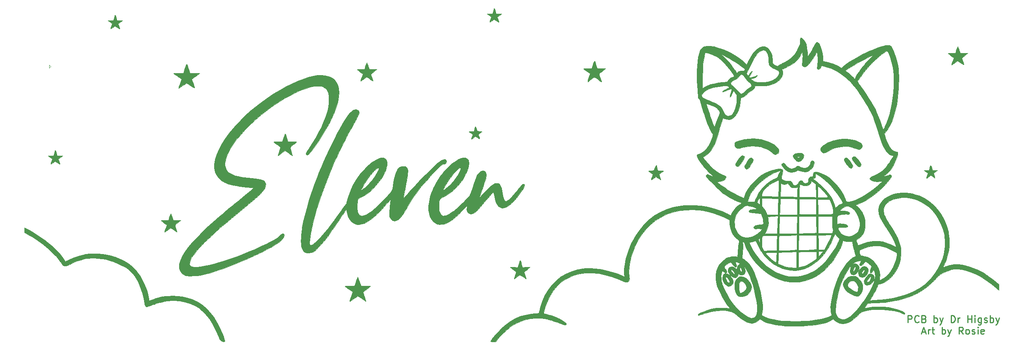
<source format=gbr>
G04 #@! TF.GenerationSoftware,KiCad,Pcbnew,(5.1.4)-1*
G04 #@! TF.CreationDate,2021-03-27T10:35:16-07:00*
G04 #@! TF.ProjectId,Rosies Board,526f7369-6573-4204-926f-6172642e6b69,rev?*
G04 #@! TF.SameCoordinates,Original*
G04 #@! TF.FileFunction,Legend,Top*
G04 #@! TF.FilePolarity,Positive*
%FSLAX46Y46*%
G04 Gerber Fmt 4.6, Leading zero omitted, Abs format (unit mm)*
G04 Created by KiCad (PCBNEW (5.1.4)-1) date 2021-03-27 10:35:16*
%MOMM*%
%LPD*%
G04 APERTURE LIST*
%ADD10C,0.250000*%
%ADD11C,0.120000*%
%ADD12C,0.010000*%
G04 APERTURE END LIST*
D10*
X218596000Y-88725821D02*
X218596000Y-87225821D01*
X219167428Y-87225821D01*
X219310285Y-87297250D01*
X219381714Y-87368678D01*
X219453142Y-87511535D01*
X219453142Y-87725821D01*
X219381714Y-87868678D01*
X219310285Y-87940107D01*
X219167428Y-88011535D01*
X218596000Y-88011535D01*
X220953142Y-88582964D02*
X220881714Y-88654392D01*
X220667428Y-88725821D01*
X220524571Y-88725821D01*
X220310285Y-88654392D01*
X220167428Y-88511535D01*
X220096000Y-88368678D01*
X220024571Y-88082964D01*
X220024571Y-87868678D01*
X220096000Y-87582964D01*
X220167428Y-87440107D01*
X220310285Y-87297250D01*
X220524571Y-87225821D01*
X220667428Y-87225821D01*
X220881714Y-87297250D01*
X220953142Y-87368678D01*
X222096000Y-87940107D02*
X222310285Y-88011535D01*
X222381714Y-88082964D01*
X222453142Y-88225821D01*
X222453142Y-88440107D01*
X222381714Y-88582964D01*
X222310285Y-88654392D01*
X222167428Y-88725821D01*
X221596000Y-88725821D01*
X221596000Y-87225821D01*
X222096000Y-87225821D01*
X222238857Y-87297250D01*
X222310285Y-87368678D01*
X222381714Y-87511535D01*
X222381714Y-87654392D01*
X222310285Y-87797250D01*
X222238857Y-87868678D01*
X222096000Y-87940107D01*
X221596000Y-87940107D01*
X224238857Y-88725821D02*
X224238857Y-87225821D01*
X224238857Y-87797250D02*
X224381714Y-87725821D01*
X224667428Y-87725821D01*
X224810285Y-87797250D01*
X224881714Y-87868678D01*
X224953142Y-88011535D01*
X224953142Y-88440107D01*
X224881714Y-88582964D01*
X224810285Y-88654392D01*
X224667428Y-88725821D01*
X224381714Y-88725821D01*
X224238857Y-88654392D01*
X225453142Y-87725821D02*
X225810285Y-88725821D01*
X226167428Y-87725821D02*
X225810285Y-88725821D01*
X225667428Y-89082964D01*
X225596000Y-89154392D01*
X225453142Y-89225821D01*
X227881714Y-88725821D02*
X227881714Y-87225821D01*
X228238857Y-87225821D01*
X228453142Y-87297250D01*
X228596000Y-87440107D01*
X228667428Y-87582964D01*
X228738857Y-87868678D01*
X228738857Y-88082964D01*
X228667428Y-88368678D01*
X228596000Y-88511535D01*
X228453142Y-88654392D01*
X228238857Y-88725821D01*
X227881714Y-88725821D01*
X229381714Y-88725821D02*
X229381714Y-87725821D01*
X229381714Y-88011535D02*
X229453142Y-87868678D01*
X229524571Y-87797250D01*
X229667428Y-87725821D01*
X229810285Y-87725821D01*
X231453142Y-88725821D02*
X231453142Y-87225821D01*
X231453142Y-87940107D02*
X232310285Y-87940107D01*
X232310285Y-88725821D02*
X232310285Y-87225821D01*
X233024571Y-88725821D02*
X233024571Y-87725821D01*
X233024571Y-87225821D02*
X232953142Y-87297250D01*
X233024571Y-87368678D01*
X233096000Y-87297250D01*
X233024571Y-87225821D01*
X233024571Y-87368678D01*
X234381714Y-87725821D02*
X234381714Y-88940107D01*
X234310285Y-89082964D01*
X234238857Y-89154392D01*
X234096000Y-89225821D01*
X233881714Y-89225821D01*
X233738857Y-89154392D01*
X234381714Y-88654392D02*
X234238857Y-88725821D01*
X233953142Y-88725821D01*
X233810285Y-88654392D01*
X233738857Y-88582964D01*
X233667428Y-88440107D01*
X233667428Y-88011535D01*
X233738857Y-87868678D01*
X233810285Y-87797250D01*
X233953142Y-87725821D01*
X234238857Y-87725821D01*
X234381714Y-87797250D01*
X235024571Y-88654392D02*
X235167428Y-88725821D01*
X235453142Y-88725821D01*
X235596000Y-88654392D01*
X235667428Y-88511535D01*
X235667428Y-88440107D01*
X235596000Y-88297250D01*
X235453142Y-88225821D01*
X235238857Y-88225821D01*
X235096000Y-88154392D01*
X235024571Y-88011535D01*
X235024571Y-87940107D01*
X235096000Y-87797250D01*
X235238857Y-87725821D01*
X235453142Y-87725821D01*
X235596000Y-87797250D01*
X236310285Y-88725821D02*
X236310285Y-87225821D01*
X236310285Y-87797250D02*
X236453142Y-87725821D01*
X236738857Y-87725821D01*
X236881714Y-87797250D01*
X236953142Y-87868678D01*
X237024571Y-88011535D01*
X237024571Y-88440107D01*
X236953142Y-88582964D01*
X236881714Y-88654392D01*
X236738857Y-88725821D01*
X236453142Y-88725821D01*
X236310285Y-88654392D01*
X237524571Y-87725821D02*
X237881714Y-88725821D01*
X238238857Y-87725821D02*
X237881714Y-88725821D01*
X237738857Y-89082964D01*
X237667428Y-89154392D01*
X237524571Y-89225821D01*
X221667428Y-90797250D02*
X222381714Y-90797250D01*
X221524571Y-91225821D02*
X222024571Y-89725821D01*
X222524571Y-91225821D01*
X223024571Y-91225821D02*
X223024571Y-90225821D01*
X223024571Y-90511535D02*
X223096000Y-90368678D01*
X223167428Y-90297250D01*
X223310285Y-90225821D01*
X223453142Y-90225821D01*
X223738857Y-90225821D02*
X224310285Y-90225821D01*
X223953142Y-89725821D02*
X223953142Y-91011535D01*
X224024571Y-91154392D01*
X224167428Y-91225821D01*
X224310285Y-91225821D01*
X225953142Y-91225821D02*
X225953142Y-89725821D01*
X225953142Y-90297250D02*
X226096000Y-90225821D01*
X226381714Y-90225821D01*
X226524571Y-90297250D01*
X226596000Y-90368678D01*
X226667428Y-90511535D01*
X226667428Y-90940107D01*
X226596000Y-91082964D01*
X226524571Y-91154392D01*
X226381714Y-91225821D01*
X226096000Y-91225821D01*
X225953142Y-91154392D01*
X227167428Y-90225821D02*
X227524571Y-91225821D01*
X227881714Y-90225821D02*
X227524571Y-91225821D01*
X227381714Y-91582964D01*
X227310285Y-91654392D01*
X227167428Y-91725821D01*
X230453142Y-91225821D02*
X229953142Y-90511535D01*
X229596000Y-91225821D02*
X229596000Y-89725821D01*
X230167428Y-89725821D01*
X230310285Y-89797250D01*
X230381714Y-89868678D01*
X230453142Y-90011535D01*
X230453142Y-90225821D01*
X230381714Y-90368678D01*
X230310285Y-90440107D01*
X230167428Y-90511535D01*
X229596000Y-90511535D01*
X231310285Y-91225821D02*
X231167428Y-91154392D01*
X231096000Y-91082964D01*
X231024571Y-90940107D01*
X231024571Y-90511535D01*
X231096000Y-90368678D01*
X231167428Y-90297250D01*
X231310285Y-90225821D01*
X231524571Y-90225821D01*
X231667428Y-90297250D01*
X231738857Y-90368678D01*
X231810285Y-90511535D01*
X231810285Y-90940107D01*
X231738857Y-91082964D01*
X231667428Y-91154392D01*
X231524571Y-91225821D01*
X231310285Y-91225821D01*
X232381714Y-91154392D02*
X232524571Y-91225821D01*
X232810285Y-91225821D01*
X232953142Y-91154392D01*
X233024571Y-91011535D01*
X233024571Y-90940107D01*
X232953142Y-90797250D01*
X232810285Y-90725821D01*
X232596000Y-90725821D01*
X232453142Y-90654392D01*
X232381714Y-90511535D01*
X232381714Y-90440107D01*
X232453142Y-90297250D01*
X232596000Y-90225821D01*
X232810285Y-90225821D01*
X232953142Y-90297250D01*
X233667428Y-91225821D02*
X233667428Y-90225821D01*
X233667428Y-89725821D02*
X233596000Y-89797250D01*
X233667428Y-89868678D01*
X233738857Y-89797250D01*
X233667428Y-89725821D01*
X233667428Y-89868678D01*
X234953142Y-91154392D02*
X234810285Y-91225821D01*
X234524571Y-91225821D01*
X234381714Y-91154392D01*
X234310285Y-91011535D01*
X234310285Y-90440107D01*
X234381714Y-90297250D01*
X234524571Y-90225821D01*
X234810285Y-90225821D01*
X234953142Y-90297250D01*
X235024571Y-90440107D01*
X235024571Y-90582964D01*
X234310285Y-90725821D01*
D11*
X34272860Y-33625900D02*
X33972860Y-33925900D01*
X33972860Y-33925900D02*
X33972860Y-33325900D01*
X33972860Y-33325900D02*
X34272860Y-33625900D01*
D12*
G36*
X205968295Y-49254657D02*
G01*
X206514460Y-49348318D01*
X207073859Y-49490461D01*
X207604720Y-49666612D01*
X208065271Y-49862295D01*
X208413741Y-50063035D01*
X208502728Y-50132891D01*
X208728244Y-50421394D01*
X208804114Y-50737540D01*
X208728441Y-51046719D01*
X208564530Y-51259356D01*
X208338520Y-51408652D01*
X208070344Y-51458131D01*
X207730954Y-51406854D01*
X207291301Y-51253886D01*
X207198902Y-51215321D01*
X206524129Y-50981077D01*
X205824196Y-50849557D01*
X205066860Y-50818494D01*
X204219876Y-50885620D01*
X203679779Y-50967789D01*
X202843656Y-51163624D01*
X202098347Y-51452866D01*
X201468358Y-51802927D01*
X201052720Y-52047482D01*
X200734321Y-52184015D01*
X200483240Y-52216323D01*
X200269555Y-52148203D01*
X200063344Y-51983453D01*
X200061381Y-51981492D01*
X199851551Y-51679718D01*
X199809758Y-51367633D01*
X199935698Y-51053249D01*
X200103998Y-50854719D01*
X200451683Y-50573654D01*
X200913090Y-50280646D01*
X201437247Y-50003137D01*
X201973187Y-49768568D01*
X202380672Y-49628964D01*
X203122823Y-49448489D01*
X203913476Y-49316428D01*
X204699989Y-49238273D01*
X205429720Y-49219517D01*
X205968295Y-49254657D01*
X205968295Y-49254657D01*
G37*
X205968295Y-49254657D02*
X206514460Y-49348318D01*
X207073859Y-49490461D01*
X207604720Y-49666612D01*
X208065271Y-49862295D01*
X208413741Y-50063035D01*
X208502728Y-50132891D01*
X208728244Y-50421394D01*
X208804114Y-50737540D01*
X208728441Y-51046719D01*
X208564530Y-51259356D01*
X208338520Y-51408652D01*
X208070344Y-51458131D01*
X207730954Y-51406854D01*
X207291301Y-51253886D01*
X207198902Y-51215321D01*
X206524129Y-50981077D01*
X205824196Y-50849557D01*
X205066860Y-50818494D01*
X204219876Y-50885620D01*
X203679779Y-50967789D01*
X202843656Y-51163624D01*
X202098347Y-51452866D01*
X201468358Y-51802927D01*
X201052720Y-52047482D01*
X200734321Y-52184015D01*
X200483240Y-52216323D01*
X200269555Y-52148203D01*
X200063344Y-51983453D01*
X200061381Y-51981492D01*
X199851551Y-51679718D01*
X199809758Y-51367633D01*
X199935698Y-51053249D01*
X200103998Y-50854719D01*
X200451683Y-50573654D01*
X200913090Y-50280646D01*
X201437247Y-50003137D01*
X201973187Y-49768568D01*
X202380672Y-49628964D01*
X203122823Y-49448489D01*
X203913476Y-49316428D01*
X204699989Y-49238273D01*
X205429720Y-49219517D01*
X205968295Y-49254657D01*
G36*
X186183673Y-49168807D02*
G01*
X186993693Y-49302968D01*
X187799549Y-49514315D01*
X188569850Y-49789608D01*
X189273205Y-50115608D01*
X189878225Y-50479075D01*
X190353518Y-50866772D01*
X190450658Y-50968445D01*
X190665551Y-51222902D01*
X190783674Y-51417585D01*
X190832171Y-51608127D01*
X190839227Y-51764944D01*
X190815061Y-52030243D01*
X190717044Y-52215736D01*
X190578731Y-52348453D01*
X190311128Y-52524278D01*
X190058794Y-52569254D01*
X189793753Y-52477963D01*
X189488031Y-52244986D01*
X189347093Y-52109918D01*
X188886019Y-51739124D01*
X188286525Y-51400401D01*
X187578655Y-51108695D01*
X186952308Y-50918654D01*
X186127100Y-50772019D01*
X185219008Y-50728265D01*
X184278006Y-50785282D01*
X183354067Y-50940963D01*
X182785068Y-51094463D01*
X182431924Y-51200050D01*
X182192410Y-51251964D01*
X182021485Y-51255677D01*
X181874111Y-51216665D01*
X181852165Y-51207845D01*
X181551692Y-51006564D01*
X181389146Y-50707549D01*
X181356560Y-50441520D01*
X181383767Y-50187066D01*
X181481087Y-49987864D01*
X181672065Y-49824785D01*
X181980251Y-49678698D01*
X182429191Y-49530474D01*
X182505325Y-49508258D01*
X183442382Y-49292047D01*
X184428328Y-49161674D01*
X185399279Y-49123035D01*
X186183673Y-49168807D01*
X186183673Y-49168807D01*
G37*
X186183673Y-49168807D02*
X186993693Y-49302968D01*
X187799549Y-49514315D01*
X188569850Y-49789608D01*
X189273205Y-50115608D01*
X189878225Y-50479075D01*
X190353518Y-50866772D01*
X190450658Y-50968445D01*
X190665551Y-51222902D01*
X190783674Y-51417585D01*
X190832171Y-51608127D01*
X190839227Y-51764944D01*
X190815061Y-52030243D01*
X190717044Y-52215736D01*
X190578731Y-52348453D01*
X190311128Y-52524278D01*
X190058794Y-52569254D01*
X189793753Y-52477963D01*
X189488031Y-52244986D01*
X189347093Y-52109918D01*
X188886019Y-51739124D01*
X188286525Y-51400401D01*
X187578655Y-51108695D01*
X186952308Y-50918654D01*
X186127100Y-50772019D01*
X185219008Y-50728265D01*
X184278006Y-50785282D01*
X183354067Y-50940963D01*
X182785068Y-51094463D01*
X182431924Y-51200050D01*
X182192410Y-51251964D01*
X182021485Y-51255677D01*
X181874111Y-51216665D01*
X181852165Y-51207845D01*
X181551692Y-51006564D01*
X181389146Y-50707549D01*
X181356560Y-50441520D01*
X181383767Y-50187066D01*
X181481087Y-49987864D01*
X181672065Y-49824785D01*
X181980251Y-49678698D01*
X182429191Y-49530474D01*
X182505325Y-49508258D01*
X183442382Y-49292047D01*
X184428328Y-49161674D01*
X185399279Y-49123035D01*
X186183673Y-49168807D01*
G36*
X195357915Y-52246847D02*
G01*
X195684921Y-52273195D01*
X195892204Y-52319511D01*
X196029324Y-52401516D01*
X196106709Y-52484367D01*
X196219138Y-52744956D01*
X196202976Y-53050170D01*
X196080060Y-53366886D01*
X195872230Y-53661984D01*
X195601325Y-53902341D01*
X195289182Y-54054837D01*
X195046952Y-54091646D01*
X194844352Y-54044560D01*
X194606284Y-53928531D01*
X194563978Y-53901146D01*
X194356102Y-53710987D01*
X194147399Y-53445707D01*
X194064624Y-53311247D01*
X193940475Y-53071886D01*
X193928640Y-53032050D01*
X194776297Y-53032050D01*
X194808349Y-53105378D01*
X194818560Y-53117980D01*
X194979994Y-53226399D01*
X195072560Y-53244980D01*
X195250101Y-53183912D01*
X195326560Y-53117980D01*
X195370245Y-53038663D01*
X195307215Y-53001245D01*
X195108148Y-52991067D01*
X195072560Y-52990980D01*
X194854593Y-52998804D01*
X194776297Y-53032050D01*
X193928640Y-53032050D01*
X193894662Y-52917694D01*
X193918680Y-52788468D01*
X193974900Y-52676247D01*
X194198210Y-52444940D01*
X194561486Y-52299315D01*
X195057314Y-52241673D01*
X195357915Y-52246847D01*
X195357915Y-52246847D01*
G37*
X195357915Y-52246847D02*
X195684921Y-52273195D01*
X195892204Y-52319511D01*
X196029324Y-52401516D01*
X196106709Y-52484367D01*
X196219138Y-52744956D01*
X196202976Y-53050170D01*
X196080060Y-53366886D01*
X195872230Y-53661984D01*
X195601325Y-53902341D01*
X195289182Y-54054837D01*
X195046952Y-54091646D01*
X194844352Y-54044560D01*
X194606284Y-53928531D01*
X194563978Y-53901146D01*
X194356102Y-53710987D01*
X194147399Y-53445707D01*
X194064624Y-53311247D01*
X193940475Y-53071886D01*
X193928640Y-53032050D01*
X194776297Y-53032050D01*
X194808349Y-53105378D01*
X194818560Y-53117980D01*
X194979994Y-53226399D01*
X195072560Y-53244980D01*
X195250101Y-53183912D01*
X195326560Y-53117980D01*
X195370245Y-53038663D01*
X195307215Y-53001245D01*
X195108148Y-52991067D01*
X195072560Y-52990980D01*
X194854593Y-52998804D01*
X194776297Y-53032050D01*
X193928640Y-53032050D01*
X193894662Y-52917694D01*
X193918680Y-52788468D01*
X193974900Y-52676247D01*
X194198210Y-52444940D01*
X194561486Y-52299315D01*
X195057314Y-52241673D01*
X195357915Y-52246847D01*
G36*
X207228851Y-53027410D02*
G01*
X207380666Y-53123209D01*
X207589721Y-53328942D01*
X207828476Y-53607962D01*
X208069392Y-53923621D01*
X208284931Y-54239271D01*
X208447551Y-54518266D01*
X208529714Y-54723956D01*
X208534560Y-54764958D01*
X208474872Y-55022352D01*
X208317562Y-55166015D01*
X208095264Y-55190418D01*
X207840611Y-55090030D01*
X207636438Y-54917146D01*
X207374337Y-54618705D01*
X207109179Y-54292783D01*
X206876574Y-53985229D01*
X206712134Y-53741889D01*
X206680366Y-53686281D01*
X206621593Y-53429274D01*
X206700047Y-53205604D01*
X206883698Y-53053745D01*
X207140517Y-53012173D01*
X207228851Y-53027410D01*
X207228851Y-53027410D01*
G37*
X207228851Y-53027410D02*
X207380666Y-53123209D01*
X207589721Y-53328942D01*
X207828476Y-53607962D01*
X208069392Y-53923621D01*
X208284931Y-54239271D01*
X208447551Y-54518266D01*
X208529714Y-54723956D01*
X208534560Y-54764958D01*
X208474872Y-55022352D01*
X208317562Y-55166015D01*
X208095264Y-55190418D01*
X207840611Y-55090030D01*
X207636438Y-54917146D01*
X207374337Y-54618705D01*
X207109179Y-54292783D01*
X206876574Y-53985229D01*
X206712134Y-53741889D01*
X206680366Y-53686281D01*
X206621593Y-53429274D01*
X206700047Y-53205604D01*
X206883698Y-53053745D01*
X207140517Y-53012173D01*
X207228851Y-53027410D01*
G36*
X183163101Y-52816402D02*
G01*
X183358113Y-52928252D01*
X183445013Y-53087136D01*
X183421457Y-53311251D01*
X183285101Y-53618791D01*
X183033603Y-54027955D01*
X183000756Y-54077055D01*
X182775568Y-54406285D01*
X182567664Y-54700707D01*
X182405893Y-54919935D01*
X182340168Y-55001813D01*
X182112885Y-55161990D01*
X181870281Y-55169910D01*
X181666016Y-55037479D01*
X181563821Y-54880458D01*
X181538141Y-54699075D01*
X181596660Y-54470754D01*
X181747064Y-54172916D01*
X181997036Y-53782983D01*
X182184309Y-53514666D01*
X182461451Y-53148260D01*
X182683969Y-52915812D01*
X182874965Y-52800843D01*
X183057543Y-52786872D01*
X183163101Y-52816402D01*
X183163101Y-52816402D01*
G37*
X183163101Y-52816402D02*
X183358113Y-52928252D01*
X183445013Y-53087136D01*
X183421457Y-53311251D01*
X183285101Y-53618791D01*
X183033603Y-54027955D01*
X183000756Y-54077055D01*
X182775568Y-54406285D01*
X182567664Y-54700707D01*
X182405893Y-54919935D01*
X182340168Y-55001813D01*
X182112885Y-55161990D01*
X181870281Y-55169910D01*
X181666016Y-55037479D01*
X181563821Y-54880458D01*
X181538141Y-54699075D01*
X181596660Y-54470754D01*
X181747064Y-54172916D01*
X181997036Y-53782983D01*
X182184309Y-53514666D01*
X182461451Y-53148260D01*
X182683969Y-52915812D01*
X182874965Y-52800843D01*
X183057543Y-52786872D01*
X183163101Y-52816402D01*
G36*
X205504717Y-53305538D02*
G01*
X205715697Y-53489693D01*
X205983406Y-53797086D01*
X206243743Y-54130067D01*
X206530493Y-54534156D01*
X206697999Y-54845629D01*
X206752309Y-55085782D01*
X206699468Y-55275912D01*
X206601727Y-55390857D01*
X206381757Y-55517690D01*
X206159105Y-55490371D01*
X205918381Y-55304672D01*
X205802330Y-55171146D01*
X205421662Y-54684032D01*
X205148582Y-54301683D01*
X204974943Y-54005256D01*
X204892596Y-53775909D01*
X204893394Y-53594798D01*
X204969188Y-53443082D01*
X205026941Y-53378027D01*
X205178860Y-53261151D01*
X205331945Y-53233172D01*
X205504717Y-53305538D01*
X205504717Y-53305538D01*
G37*
X205504717Y-53305538D02*
X205715697Y-53489693D01*
X205983406Y-53797086D01*
X206243743Y-54130067D01*
X206530493Y-54534156D01*
X206697999Y-54845629D01*
X206752309Y-55085782D01*
X206699468Y-55275912D01*
X206601727Y-55390857D01*
X206381757Y-55517690D01*
X206159105Y-55490371D01*
X205918381Y-55304672D01*
X205802330Y-55171146D01*
X205421662Y-54684032D01*
X205148582Y-54301683D01*
X204974943Y-54005256D01*
X204892596Y-53775909D01*
X204893394Y-53594798D01*
X204969188Y-53443082D01*
X205026941Y-53378027D01*
X205178860Y-53261151D01*
X205331945Y-53233172D01*
X205504717Y-53305538D01*
G36*
X184997680Y-53289026D02*
G01*
X185073008Y-53324891D01*
X185257989Y-53490617D01*
X185305841Y-53724016D01*
X185216421Y-54036421D01*
X185060175Y-54327769D01*
X184880756Y-54628448D01*
X184716500Y-54915991D01*
X184622335Y-55090982D01*
X184402798Y-55428133D01*
X184163786Y-55635186D01*
X183925901Y-55703612D01*
X183709745Y-55624882D01*
X183605028Y-55512141D01*
X183504771Y-55321041D01*
X183473227Y-55187962D01*
X183514945Y-55064876D01*
X183628375Y-54831910D01*
X183795934Y-54523064D01*
X183989189Y-54190416D01*
X184256314Y-53764487D01*
X184471452Y-53476775D01*
X184653876Y-53311889D01*
X184822861Y-53254436D01*
X184997680Y-53289026D01*
X184997680Y-53289026D01*
G37*
X184997680Y-53289026D02*
X185073008Y-53324891D01*
X185257989Y-53490617D01*
X185305841Y-53724016D01*
X185216421Y-54036421D01*
X185060175Y-54327769D01*
X184880756Y-54628448D01*
X184716500Y-54915991D01*
X184622335Y-55090982D01*
X184402798Y-55428133D01*
X184163786Y-55635186D01*
X183925901Y-55703612D01*
X183709745Y-55624882D01*
X183605028Y-55512141D01*
X183504771Y-55321041D01*
X183473227Y-55187962D01*
X183514945Y-55064876D01*
X183628375Y-54831910D01*
X183795934Y-54523064D01*
X183989189Y-54190416D01*
X184256314Y-53764487D01*
X184471452Y-53476775D01*
X184653876Y-53311889D01*
X184822861Y-53254436D01*
X184997680Y-53289026D01*
G36*
X198142626Y-53904762D02*
G01*
X198262750Y-53966813D01*
X198398899Y-54078565D01*
X198445587Y-54212785D01*
X198425416Y-54438276D01*
X198422878Y-54454303D01*
X198270407Y-54971501D01*
X198000938Y-55444322D01*
X197643275Y-55837493D01*
X197226221Y-56115742D01*
X196994395Y-56203599D01*
X196470206Y-56276657D01*
X195899823Y-56232377D01*
X195352831Y-56076988D01*
X195292196Y-56051227D01*
X195019560Y-55952818D01*
X194870203Y-55951513D01*
X194852061Y-55968603D01*
X194746652Y-56054935D01*
X194545128Y-56168908D01*
X194448281Y-56215269D01*
X194032754Y-56333382D01*
X193543775Y-56363804D01*
X193054572Y-56303449D01*
X192955894Y-56278167D01*
X192519101Y-56078653D01*
X192101278Y-55752414D01*
X191746972Y-55340115D01*
X191546298Y-54991405D01*
X191457289Y-54781977D01*
X191445211Y-54662435D01*
X191515536Y-54569147D01*
X191587801Y-54508826D01*
X191789009Y-54405886D01*
X191982963Y-54444169D01*
X192187753Y-54632083D01*
X192351369Y-54863646D01*
X192677801Y-55243779D01*
X193072744Y-55489950D01*
X193506594Y-55596276D01*
X193949745Y-55556872D01*
X194372592Y-55365856D01*
X194480385Y-55286765D01*
X194809785Y-55081165D01*
X195086796Y-55035294D01*
X195310106Y-55149314D01*
X195339934Y-55181435D01*
X195529131Y-55310148D01*
X195825548Y-55417822D01*
X196167181Y-55489395D01*
X196492022Y-55509807D01*
X196632592Y-55495414D01*
X197039139Y-55338734D01*
X197355164Y-55044132D01*
X197571470Y-54622208D01*
X197647221Y-54325508D01*
X197750508Y-54037659D01*
X197920779Y-53894417D01*
X198142626Y-53904762D01*
X198142626Y-53904762D01*
G37*
X198142626Y-53904762D02*
X198262750Y-53966813D01*
X198398899Y-54078565D01*
X198445587Y-54212785D01*
X198425416Y-54438276D01*
X198422878Y-54454303D01*
X198270407Y-54971501D01*
X198000938Y-55444322D01*
X197643275Y-55837493D01*
X197226221Y-56115742D01*
X196994395Y-56203599D01*
X196470206Y-56276657D01*
X195899823Y-56232377D01*
X195352831Y-56076988D01*
X195292196Y-56051227D01*
X195019560Y-55952818D01*
X194870203Y-55951513D01*
X194852061Y-55968603D01*
X194746652Y-56054935D01*
X194545128Y-56168908D01*
X194448281Y-56215269D01*
X194032754Y-56333382D01*
X193543775Y-56363804D01*
X193054572Y-56303449D01*
X192955894Y-56278167D01*
X192519101Y-56078653D01*
X192101278Y-55752414D01*
X191746972Y-55340115D01*
X191546298Y-54991405D01*
X191457289Y-54781977D01*
X191445211Y-54662435D01*
X191515536Y-54569147D01*
X191587801Y-54508826D01*
X191789009Y-54405886D01*
X191982963Y-54444169D01*
X192187753Y-54632083D01*
X192351369Y-54863646D01*
X192677801Y-55243779D01*
X193072744Y-55489950D01*
X193506594Y-55596276D01*
X193949745Y-55556872D01*
X194372592Y-55365856D01*
X194480385Y-55286765D01*
X194809785Y-55081165D01*
X195086796Y-55035294D01*
X195310106Y-55149314D01*
X195339934Y-55181435D01*
X195529131Y-55310148D01*
X195825548Y-55417822D01*
X196167181Y-55489395D01*
X196492022Y-55509807D01*
X196632592Y-55495414D01*
X197039139Y-55338734D01*
X197355164Y-55044132D01*
X197571470Y-54622208D01*
X197647221Y-54325508D01*
X197750508Y-54037659D01*
X197920779Y-53894417D01*
X198142626Y-53904762D01*
G36*
X179736327Y-78210227D02*
G01*
X180097424Y-78409298D01*
X180426037Y-78703182D01*
X180700481Y-79060871D01*
X180899068Y-79451356D01*
X181000113Y-79843627D01*
X180981929Y-80206676D01*
X180922647Y-80365046D01*
X180673337Y-80710960D01*
X180370285Y-80899827D01*
X180026914Y-80927934D01*
X179656649Y-80791569D01*
X179571929Y-80738465D01*
X179189694Y-80383268D01*
X178911761Y-79920167D01*
X178757514Y-79387757D01*
X178739404Y-79156622D01*
X179421103Y-79156622D01*
X179491198Y-79429086D01*
X179539456Y-79554767D01*
X179705262Y-79873213D01*
X179882358Y-80084087D01*
X180050105Y-80171251D01*
X180187865Y-80118568D01*
X180214583Y-80082658D01*
X180228703Y-79918906D01*
X180152825Y-79679949D01*
X180014843Y-79412139D01*
X179842649Y-79161824D01*
X179664138Y-78975356D01*
X179507201Y-78899084D01*
X179502258Y-78898980D01*
X179424164Y-78968900D01*
X179421103Y-79156622D01*
X178739404Y-79156622D01*
X178732366Y-79066800D01*
X178783441Y-78778315D01*
X178915963Y-78497147D01*
X179097563Y-78270914D01*
X179295873Y-78147232D01*
X179364434Y-78136980D01*
X179736327Y-78210227D01*
X179736327Y-78210227D01*
G37*
X179736327Y-78210227D02*
X180097424Y-78409298D01*
X180426037Y-78703182D01*
X180700481Y-79060871D01*
X180899068Y-79451356D01*
X181000113Y-79843627D01*
X180981929Y-80206676D01*
X180922647Y-80365046D01*
X180673337Y-80710960D01*
X180370285Y-80899827D01*
X180026914Y-80927934D01*
X179656649Y-80791569D01*
X179571929Y-80738465D01*
X179189694Y-80383268D01*
X178911761Y-79920167D01*
X178757514Y-79387757D01*
X178739404Y-79156622D01*
X179421103Y-79156622D01*
X179491198Y-79429086D01*
X179539456Y-79554767D01*
X179705262Y-79873213D01*
X179882358Y-80084087D01*
X180050105Y-80171251D01*
X180187865Y-80118568D01*
X180214583Y-80082658D01*
X180228703Y-79918906D01*
X180152825Y-79679949D01*
X180014843Y-79412139D01*
X179842649Y-79161824D01*
X179664138Y-78975356D01*
X179507201Y-78899084D01*
X179502258Y-78898980D01*
X179424164Y-78968900D01*
X179421103Y-79156622D01*
X178739404Y-79156622D01*
X178732366Y-79066800D01*
X178783441Y-78778315D01*
X178915963Y-78497147D01*
X179097563Y-78270914D01*
X179295873Y-78147232D01*
X179364434Y-78136980D01*
X179736327Y-78210227D01*
G36*
X183216322Y-78891377D02*
G01*
X183640778Y-79102750D01*
X184051342Y-79418705D01*
X184420057Y-79809514D01*
X184718965Y-80245451D01*
X184920111Y-80696788D01*
X184995538Y-81133797D01*
X184995573Y-81142646D01*
X184932565Y-81535606D01*
X184765407Y-81959438D01*
X184526898Y-82345423D01*
X184310826Y-82577364D01*
X183867620Y-82884728D01*
X183399062Y-83062075D01*
X182850315Y-83128727D01*
X182741164Y-83130453D01*
X182421509Y-83126867D01*
X182218110Y-83101868D01*
X182077932Y-83037741D01*
X181947937Y-82916770D01*
X181882702Y-82843706D01*
X181610821Y-82426210D01*
X181426405Y-81917907D01*
X181329402Y-81356623D01*
X181327953Y-81269967D01*
X182249662Y-81269967D01*
X182282156Y-81679487D01*
X182350520Y-82021939D01*
X182391904Y-82136618D01*
X182477172Y-82306116D01*
X182567436Y-82390189D01*
X182696457Y-82387305D01*
X182897993Y-82295936D01*
X183205805Y-82114549D01*
X183232051Y-82098536D01*
X183608983Y-81815285D01*
X183830989Y-81512569D01*
X183912471Y-81169748D01*
X183913494Y-81121927D01*
X183841488Y-80798343D01*
X183648559Y-80457951D01*
X183369336Y-80150855D01*
X183115693Y-79967676D01*
X182844671Y-79856382D01*
X182636450Y-79886647D01*
X182459127Y-80069272D01*
X182373097Y-80219123D01*
X182294563Y-80481773D01*
X182253608Y-80851392D01*
X182249662Y-81269967D01*
X181327953Y-81269967D01*
X181319760Y-80780185D01*
X181397427Y-80226419D01*
X181562350Y-79733152D01*
X181814478Y-79338211D01*
X181887626Y-79262574D01*
X182204204Y-78999891D01*
X182486749Y-78858803D01*
X182786210Y-78814442D01*
X182805929Y-78814313D01*
X183216322Y-78891377D01*
X183216322Y-78891377D01*
G37*
X183216322Y-78891377D02*
X183640778Y-79102750D01*
X184051342Y-79418705D01*
X184420057Y-79809514D01*
X184718965Y-80245451D01*
X184920111Y-80696788D01*
X184995538Y-81133797D01*
X184995573Y-81142646D01*
X184932565Y-81535606D01*
X184765407Y-81959438D01*
X184526898Y-82345423D01*
X184310826Y-82577364D01*
X183867620Y-82884728D01*
X183399062Y-83062075D01*
X182850315Y-83128727D01*
X182741164Y-83130453D01*
X182421509Y-83126867D01*
X182218110Y-83101868D01*
X182077932Y-83037741D01*
X181947937Y-82916770D01*
X181882702Y-82843706D01*
X181610821Y-82426210D01*
X181426405Y-81917907D01*
X181329402Y-81356623D01*
X181327953Y-81269967D01*
X182249662Y-81269967D01*
X182282156Y-81679487D01*
X182350520Y-82021939D01*
X182391904Y-82136618D01*
X182477172Y-82306116D01*
X182567436Y-82390189D01*
X182696457Y-82387305D01*
X182897993Y-82295936D01*
X183205805Y-82114549D01*
X183232051Y-82098536D01*
X183608983Y-81815285D01*
X183830989Y-81512569D01*
X183912471Y-81169748D01*
X183913494Y-81121927D01*
X183841488Y-80798343D01*
X183648559Y-80457951D01*
X183369336Y-80150855D01*
X183115693Y-79967676D01*
X182844671Y-79856382D01*
X182636450Y-79886647D01*
X182459127Y-80069272D01*
X182373097Y-80219123D01*
X182294563Y-80481773D01*
X182253608Y-80851392D01*
X182249662Y-81269967D01*
X181327953Y-81269967D01*
X181319760Y-80780185D01*
X181397427Y-80226419D01*
X181562350Y-79733152D01*
X181814478Y-79338211D01*
X181887626Y-79262574D01*
X182204204Y-78999891D01*
X182486749Y-78858803D01*
X182786210Y-78814442D01*
X182805929Y-78814313D01*
X183216322Y-78891377D01*
G36*
X207513982Y-76106384D02*
G01*
X207696539Y-76213660D01*
X207959522Y-76481172D01*
X208086067Y-76820252D01*
X208078019Y-77204736D01*
X207937224Y-77608462D01*
X207665526Y-78005266D01*
X207562416Y-78115405D01*
X207323194Y-78331976D01*
X207131010Y-78440335D01*
X206933309Y-78469219D01*
X206915867Y-78468962D01*
X206686834Y-78452123D01*
X206526069Y-78420566D01*
X206521945Y-78418979D01*
X206385422Y-78292535D01*
X206261073Y-78063700D01*
X206179531Y-77798407D01*
X206163894Y-77648266D01*
X206164431Y-77644675D01*
X206843709Y-77644675D01*
X206853023Y-77756704D01*
X206897333Y-77765879D01*
X207007276Y-77662488D01*
X207097709Y-77564144D01*
X207277114Y-77305717D01*
X207347842Y-77065262D01*
X207347930Y-77056144D01*
X207323727Y-76797289D01*
X207259048Y-76701799D01*
X207160069Y-76770261D01*
X207032969Y-77003260D01*
X207023344Y-77025362D01*
X206919663Y-77302851D01*
X206854896Y-77546620D01*
X206843709Y-77644675D01*
X206164431Y-77644675D01*
X206221242Y-77264894D01*
X206373921Y-76840578D01*
X206592882Y-76449285D01*
X206680420Y-76333071D01*
X206939608Y-76097272D01*
X207209674Y-76022625D01*
X207513982Y-76106384D01*
X207513982Y-76106384D01*
G37*
X207513982Y-76106384D02*
X207696539Y-76213660D01*
X207959522Y-76481172D01*
X208086067Y-76820252D01*
X208078019Y-77204736D01*
X207937224Y-77608462D01*
X207665526Y-78005266D01*
X207562416Y-78115405D01*
X207323194Y-78331976D01*
X207131010Y-78440335D01*
X206933309Y-78469219D01*
X206915867Y-78468962D01*
X206686834Y-78452123D01*
X206526069Y-78420566D01*
X206521945Y-78418979D01*
X206385422Y-78292535D01*
X206261073Y-78063700D01*
X206179531Y-77798407D01*
X206163894Y-77648266D01*
X206164431Y-77644675D01*
X206843709Y-77644675D01*
X206853023Y-77756704D01*
X206897333Y-77765879D01*
X207007276Y-77662488D01*
X207097709Y-77564144D01*
X207277114Y-77305717D01*
X207347842Y-77065262D01*
X207347930Y-77056144D01*
X207323727Y-76797289D01*
X207259048Y-76701799D01*
X207160069Y-76770261D01*
X207032969Y-77003260D01*
X207023344Y-77025362D01*
X206919663Y-77302851D01*
X206854896Y-77546620D01*
X206843709Y-77644675D01*
X206164431Y-77644675D01*
X206221242Y-77264894D01*
X206373921Y-76840578D01*
X206592882Y-76449285D01*
X206680420Y-76333071D01*
X206939608Y-76097272D01*
X207209674Y-76022625D01*
X207513982Y-76106384D01*
G36*
X209541044Y-76698074D02*
G01*
X209696455Y-76780003D01*
X209941003Y-77018610D01*
X210049190Y-77343032D01*
X210020367Y-77737816D01*
X209853885Y-78187506D01*
X209762571Y-78355698D01*
X209472834Y-78729642D01*
X209136198Y-78958033D01*
X208770789Y-79032914D01*
X208405508Y-78951138D01*
X208139353Y-78750068D01*
X207984154Y-78450558D01*
X207947802Y-78115813D01*
X208704210Y-78115813D01*
X208733260Y-78272914D01*
X208826977Y-78282876D01*
X208994059Y-78145588D01*
X209026499Y-78111743D01*
X209168808Y-77910061D01*
X209256250Y-77690862D01*
X209279084Y-77501234D01*
X209227569Y-77388267D01*
X209178899Y-77374980D01*
X209041033Y-77446981D01*
X208892306Y-77625547D01*
X208768703Y-77854514D01*
X208706209Y-78077721D01*
X208704210Y-78115813D01*
X207947802Y-78115813D01*
X207944561Y-78085974D01*
X208025223Y-77689682D01*
X208184396Y-77364411D01*
X208505622Y-76947666D01*
X208836251Y-76698682D01*
X209180115Y-76615978D01*
X209541044Y-76698074D01*
X209541044Y-76698074D01*
G37*
X209541044Y-76698074D02*
X209696455Y-76780003D01*
X209941003Y-77018610D01*
X210049190Y-77343032D01*
X210020367Y-77737816D01*
X209853885Y-78187506D01*
X209762571Y-78355698D01*
X209472834Y-78729642D01*
X209136198Y-78958033D01*
X208770789Y-79032914D01*
X208405508Y-78951138D01*
X208139353Y-78750068D01*
X207984154Y-78450558D01*
X207947802Y-78115813D01*
X208704210Y-78115813D01*
X208733260Y-78272914D01*
X208826977Y-78282876D01*
X208994059Y-78145588D01*
X209026499Y-78111743D01*
X209168808Y-77910061D01*
X209256250Y-77690862D01*
X209279084Y-77501234D01*
X209227569Y-77388267D01*
X209178899Y-77374980D01*
X209041033Y-77446981D01*
X208892306Y-77625547D01*
X208768703Y-77854514D01*
X208706209Y-78077721D01*
X208704210Y-78115813D01*
X207947802Y-78115813D01*
X207944561Y-78085974D01*
X208025223Y-77689682D01*
X208184396Y-77364411D01*
X208505622Y-76947666D01*
X208836251Y-76698682D01*
X209180115Y-76615978D01*
X209541044Y-76698074D01*
G36*
X210537656Y-78237245D02*
G01*
X210611570Y-78248013D01*
X210941794Y-78345582D01*
X211162217Y-78534403D01*
X211293887Y-78777370D01*
X211350754Y-79095719D01*
X211306197Y-79474510D01*
X211171094Y-79847449D01*
X211097353Y-79975253D01*
X210823062Y-80289149D01*
X210487430Y-80517309D01*
X210127638Y-80648135D01*
X209780865Y-80670028D01*
X209484291Y-80571390D01*
X209398217Y-80505303D01*
X209205720Y-80221060D01*
X209173009Y-79953940D01*
X209804560Y-79953940D01*
X209872181Y-79997099D01*
X210030595Y-79984444D01*
X210213128Y-79922436D01*
X210232583Y-79912470D01*
X210428150Y-79727898D01*
X210577787Y-79440605D01*
X210649176Y-79116655D01*
X210651227Y-79056677D01*
X210651227Y-78782632D01*
X210389473Y-79031306D01*
X210222887Y-79220288D01*
X210049104Y-79463429D01*
X209901885Y-79707476D01*
X209814989Y-79899178D01*
X209804560Y-79953940D01*
X209173009Y-79953940D01*
X209163576Y-79876910D01*
X209268822Y-79484832D01*
X209518492Y-79056803D01*
X209854710Y-78660538D01*
X210089878Y-78424967D01*
X210253676Y-78291382D01*
X210388728Y-78236552D01*
X210537656Y-78237245D01*
X210537656Y-78237245D01*
G37*
X210537656Y-78237245D02*
X210611570Y-78248013D01*
X210941794Y-78345582D01*
X211162217Y-78534403D01*
X211293887Y-78777370D01*
X211350754Y-79095719D01*
X211306197Y-79474510D01*
X211171094Y-79847449D01*
X211097353Y-79975253D01*
X210823062Y-80289149D01*
X210487430Y-80517309D01*
X210127638Y-80648135D01*
X209780865Y-80670028D01*
X209484291Y-80571390D01*
X209398217Y-80505303D01*
X209205720Y-80221060D01*
X209173009Y-79953940D01*
X209804560Y-79953940D01*
X209872181Y-79997099D01*
X210030595Y-79984444D01*
X210213128Y-79922436D01*
X210232583Y-79912470D01*
X210428150Y-79727898D01*
X210577787Y-79440605D01*
X210649176Y-79116655D01*
X210651227Y-79056677D01*
X210651227Y-78782632D01*
X210389473Y-79031306D01*
X210222887Y-79220288D01*
X210049104Y-79463429D01*
X209901885Y-79707476D01*
X209814989Y-79899178D01*
X209804560Y-79953940D01*
X209173009Y-79953940D01*
X209163576Y-79876910D01*
X209268822Y-79484832D01*
X209518492Y-79056803D01*
X209854710Y-78660538D01*
X210089878Y-78424967D01*
X210253676Y-78291382D01*
X210388728Y-78236552D01*
X210537656Y-78237245D01*
G36*
X207274876Y-78790269D02*
G01*
X207590991Y-78938544D01*
X207923229Y-79197257D01*
X207977178Y-79245936D01*
X208452589Y-79770288D01*
X208761975Y-80321018D01*
X208904684Y-80895141D01*
X208880063Y-81489672D01*
X208687458Y-82101624D01*
X208628969Y-82225347D01*
X208465680Y-82522997D01*
X208303350Y-82770033D01*
X208174823Y-82916944D01*
X208165630Y-82923847D01*
X207911133Y-83034820D01*
X207593284Y-83044843D01*
X207193613Y-82950715D01*
X206693653Y-82749235D01*
X206432698Y-82623527D01*
X205954293Y-82367302D01*
X205594255Y-82131335D01*
X205309252Y-81885622D01*
X205198349Y-81768796D01*
X204859746Y-81316275D01*
X204684703Y-80883424D01*
X204674925Y-80562783D01*
X205630858Y-80562783D01*
X205638724Y-80779639D01*
X205740493Y-80995181D01*
X205906657Y-81187289D01*
X206173015Y-81408108D01*
X206502282Y-81635649D01*
X206857174Y-81847925D01*
X207200408Y-82022946D01*
X207494700Y-82138725D01*
X207702766Y-82173273D01*
X207730227Y-82168641D01*
X207788435Y-82079462D01*
X207851151Y-81872292D01*
X207891996Y-81666190D01*
X207919286Y-81152691D01*
X207811543Y-80710147D01*
X207555620Y-80297186D01*
X207401777Y-80123648D01*
X207179722Y-79907909D01*
X207004995Y-79793735D01*
X206819205Y-79750412D01*
X206683128Y-79745646D01*
X206438857Y-79768072D01*
X206239921Y-79857393D01*
X206014956Y-80046669D01*
X205997808Y-80063146D01*
X205746977Y-80336903D01*
X205630858Y-80562783D01*
X204674925Y-80562783D01*
X204671570Y-80452773D01*
X204818697Y-80006852D01*
X205002566Y-79696023D01*
X205405970Y-79223473D01*
X205861403Y-78910012D01*
X206366160Y-78757408D01*
X206454853Y-78747740D01*
X206915843Y-78733108D01*
X207274876Y-78790269D01*
X207274876Y-78790269D01*
G37*
X207274876Y-78790269D02*
X207590991Y-78938544D01*
X207923229Y-79197257D01*
X207977178Y-79245936D01*
X208452589Y-79770288D01*
X208761975Y-80321018D01*
X208904684Y-80895141D01*
X208880063Y-81489672D01*
X208687458Y-82101624D01*
X208628969Y-82225347D01*
X208465680Y-82522997D01*
X208303350Y-82770033D01*
X208174823Y-82916944D01*
X208165630Y-82923847D01*
X207911133Y-83034820D01*
X207593284Y-83044843D01*
X207193613Y-82950715D01*
X206693653Y-82749235D01*
X206432698Y-82623527D01*
X205954293Y-82367302D01*
X205594255Y-82131335D01*
X205309252Y-81885622D01*
X205198349Y-81768796D01*
X204859746Y-81316275D01*
X204684703Y-80883424D01*
X204674925Y-80562783D01*
X205630858Y-80562783D01*
X205638724Y-80779639D01*
X205740493Y-80995181D01*
X205906657Y-81187289D01*
X206173015Y-81408108D01*
X206502282Y-81635649D01*
X206857174Y-81847925D01*
X207200408Y-82022946D01*
X207494700Y-82138725D01*
X207702766Y-82173273D01*
X207730227Y-82168641D01*
X207788435Y-82079462D01*
X207851151Y-81872292D01*
X207891996Y-81666190D01*
X207919286Y-81152691D01*
X207811543Y-80710147D01*
X207555620Y-80297186D01*
X207401777Y-80123648D01*
X207179722Y-79907909D01*
X207004995Y-79793735D01*
X206819205Y-79750412D01*
X206683128Y-79745646D01*
X206438857Y-79768072D01*
X206239921Y-79857393D01*
X206014956Y-80046669D01*
X205997808Y-80063146D01*
X205746977Y-80336903D01*
X205630858Y-80562783D01*
X204674925Y-80562783D01*
X204671570Y-80452773D01*
X204818697Y-80006852D01*
X205002566Y-79696023D01*
X205405970Y-79223473D01*
X205861403Y-78910012D01*
X206366160Y-78757408D01*
X206454853Y-78747740D01*
X206915843Y-78733108D01*
X207274876Y-78790269D01*
G36*
X129680145Y-21168113D02*
G01*
X129760135Y-21336765D01*
X129853553Y-21600161D01*
X129871393Y-21657650D01*
X130053434Y-22256980D01*
X131264476Y-22256980D01*
X130815208Y-22592178D01*
X130581946Y-22767352D01*
X130408418Y-22899796D01*
X130334031Y-22959286D01*
X130342657Y-23049398D01*
X130396944Y-23252287D01*
X130473014Y-23487902D01*
X130559285Y-23759675D01*
X130611926Y-23967350D01*
X130620230Y-24055638D01*
X130546934Y-24045312D01*
X130377130Y-23950429D01*
X130147192Y-23791391D01*
X130141197Y-23786926D01*
X129897865Y-23622438D01*
X129700114Y-23519591D01*
X129592034Y-23500547D01*
X129475626Y-23576723D01*
X129272867Y-23717777D01*
X129096060Y-23843988D01*
X128847629Y-24005801D01*
X128716712Y-24047793D01*
X128693894Y-24013112D01*
X128720174Y-23870836D01*
X128788042Y-23629642D01*
X128855626Y-23422072D01*
X129017358Y-22951989D01*
X128068124Y-22299313D01*
X128664984Y-22274686D01*
X129261845Y-22250060D01*
X129415515Y-21724353D01*
X129503911Y-21441681D01*
X129582287Y-21225016D01*
X129629269Y-21128483D01*
X129680145Y-21168113D01*
X129680145Y-21168113D01*
G37*
X129680145Y-21168113D02*
X129760135Y-21336765D01*
X129853553Y-21600161D01*
X129871393Y-21657650D01*
X130053434Y-22256980D01*
X131264476Y-22256980D01*
X130815208Y-22592178D01*
X130581946Y-22767352D01*
X130408418Y-22899796D01*
X130334031Y-22959286D01*
X130342657Y-23049398D01*
X130396944Y-23252287D01*
X130473014Y-23487902D01*
X130559285Y-23759675D01*
X130611926Y-23967350D01*
X130620230Y-24055638D01*
X130546934Y-24045312D01*
X130377130Y-23950429D01*
X130147192Y-23791391D01*
X130141197Y-23786926D01*
X129897865Y-23622438D01*
X129700114Y-23519591D01*
X129592034Y-23500547D01*
X129475626Y-23576723D01*
X129272867Y-23717777D01*
X129096060Y-23843988D01*
X128847629Y-24005801D01*
X128716712Y-24047793D01*
X128693894Y-24013112D01*
X128720174Y-23870836D01*
X128788042Y-23629642D01*
X128855626Y-23422072D01*
X129017358Y-22951989D01*
X128068124Y-22299313D01*
X128664984Y-22274686D01*
X129261845Y-22250060D01*
X129415515Y-21724353D01*
X129503911Y-21441681D01*
X129582287Y-21225016D01*
X129629269Y-21128483D01*
X129680145Y-21168113D01*
G36*
X48146145Y-22607446D02*
G01*
X48226135Y-22776098D01*
X48319553Y-23039494D01*
X48337393Y-23096983D01*
X48519434Y-23696313D01*
X49730476Y-23696313D01*
X49281208Y-24031511D01*
X49047946Y-24206685D01*
X48874418Y-24339129D01*
X48800031Y-24398620D01*
X48808657Y-24488732D01*
X48862944Y-24691621D01*
X48939014Y-24927236D01*
X49025285Y-25199008D01*
X49077926Y-25406683D01*
X49086230Y-25494971D01*
X49012934Y-25484646D01*
X48843130Y-25389762D01*
X48613192Y-25230724D01*
X48607197Y-25226259D01*
X48363865Y-25061771D01*
X48166114Y-24958925D01*
X48058034Y-24939880D01*
X47941626Y-25016056D01*
X47738867Y-25157111D01*
X47562060Y-25283322D01*
X47313629Y-25445134D01*
X47182712Y-25487126D01*
X47159894Y-25452445D01*
X47186174Y-25310169D01*
X47254042Y-25068976D01*
X47321626Y-24861406D01*
X47483358Y-24391322D01*
X46534124Y-23738646D01*
X47130984Y-23714020D01*
X47727845Y-23689393D01*
X47881515Y-23163686D01*
X47969911Y-22881015D01*
X48048287Y-22664349D01*
X48095269Y-22567817D01*
X48146145Y-22607446D01*
X48146145Y-22607446D01*
G37*
X48146145Y-22607446D02*
X48226135Y-22776098D01*
X48319553Y-23039494D01*
X48337393Y-23096983D01*
X48519434Y-23696313D01*
X49730476Y-23696313D01*
X49281208Y-24031511D01*
X49047946Y-24206685D01*
X48874418Y-24339129D01*
X48800031Y-24398620D01*
X48808657Y-24488732D01*
X48862944Y-24691621D01*
X48939014Y-24927236D01*
X49025285Y-25199008D01*
X49077926Y-25406683D01*
X49086230Y-25494971D01*
X49012934Y-25484646D01*
X48843130Y-25389762D01*
X48613192Y-25230724D01*
X48607197Y-25226259D01*
X48363865Y-25061771D01*
X48166114Y-24958925D01*
X48058034Y-24939880D01*
X47941626Y-25016056D01*
X47738867Y-25157111D01*
X47562060Y-25283322D01*
X47313629Y-25445134D01*
X47182712Y-25487126D01*
X47159894Y-25452445D01*
X47186174Y-25310169D01*
X47254042Y-25068976D01*
X47321626Y-24861406D01*
X47483358Y-24391322D01*
X46534124Y-23738646D01*
X47130984Y-23714020D01*
X47727845Y-23689393D01*
X47881515Y-23163686D01*
X47969911Y-22881015D01*
X48048287Y-22664349D01*
X48095269Y-22567817D01*
X48146145Y-22607446D01*
G36*
X229398129Y-29428026D02*
G01*
X229480573Y-29650337D01*
X229581052Y-29951706D01*
X229616560Y-30064526D01*
X229828227Y-30747191D01*
X230653727Y-30730457D01*
X231004221Y-30726877D01*
X231280826Y-30730762D01*
X231447265Y-30741218D01*
X231479227Y-30750759D01*
X231416131Y-30814297D01*
X231246735Y-30954337D01*
X231000876Y-31146684D01*
X230844227Y-31265736D01*
X230568580Y-31479308D01*
X230353326Y-31657706D01*
X230228482Y-31775442D01*
X230209227Y-31804872D01*
X230234344Y-31908577D01*
X230301140Y-32130507D01*
X230396784Y-32428570D01*
X230429635Y-32527894D01*
X230526281Y-32837137D01*
X230590398Y-33080339D01*
X230611767Y-33217141D01*
X230607885Y-33231877D01*
X230525548Y-33204643D01*
X230341867Y-33095788D01*
X230090468Y-32925950D01*
X229978402Y-32845507D01*
X229705024Y-32651300D01*
X229482554Y-32503004D01*
X229346613Y-32423983D01*
X229325145Y-32416980D01*
X229230886Y-32463704D01*
X229036790Y-32588248D01*
X228778738Y-32767170D01*
X228677184Y-32840313D01*
X228367685Y-33062517D01*
X228169567Y-33195273D01*
X228059444Y-33251659D01*
X228013926Y-33244751D01*
X228007894Y-33214536D01*
X228034311Y-33117809D01*
X228104955Y-32900799D01*
X228206911Y-32602621D01*
X228258542Y-32455286D01*
X228509190Y-31745146D01*
X227877542Y-31308488D01*
X227598801Y-31108143D01*
X227382920Y-30938412D01*
X227261426Y-30824791D01*
X227245894Y-30797738D01*
X227324347Y-30765583D01*
X227534926Y-30740470D01*
X227840463Y-30725899D01*
X228032776Y-30723646D01*
X228819658Y-30723646D01*
X229056203Y-29997296D01*
X229165467Y-29684908D01*
X229261269Y-29452722D01*
X229329378Y-29333364D01*
X229348821Y-29326403D01*
X229398129Y-29428026D01*
X229398129Y-29428026D01*
G37*
X229398129Y-29428026D02*
X229480573Y-29650337D01*
X229581052Y-29951706D01*
X229616560Y-30064526D01*
X229828227Y-30747191D01*
X230653727Y-30730457D01*
X231004221Y-30726877D01*
X231280826Y-30730762D01*
X231447265Y-30741218D01*
X231479227Y-30750759D01*
X231416131Y-30814297D01*
X231246735Y-30954337D01*
X231000876Y-31146684D01*
X230844227Y-31265736D01*
X230568580Y-31479308D01*
X230353326Y-31657706D01*
X230228482Y-31775442D01*
X230209227Y-31804872D01*
X230234344Y-31908577D01*
X230301140Y-32130507D01*
X230396784Y-32428570D01*
X230429635Y-32527894D01*
X230526281Y-32837137D01*
X230590398Y-33080339D01*
X230611767Y-33217141D01*
X230607885Y-33231877D01*
X230525548Y-33204643D01*
X230341867Y-33095788D01*
X230090468Y-32925950D01*
X229978402Y-32845507D01*
X229705024Y-32651300D01*
X229482554Y-32503004D01*
X229346613Y-32423983D01*
X229325145Y-32416980D01*
X229230886Y-32463704D01*
X229036790Y-32588248D01*
X228778738Y-32767170D01*
X228677184Y-32840313D01*
X228367685Y-33062517D01*
X228169567Y-33195273D01*
X228059444Y-33251659D01*
X228013926Y-33244751D01*
X228007894Y-33214536D01*
X228034311Y-33117809D01*
X228104955Y-32900799D01*
X228206911Y-32602621D01*
X228258542Y-32455286D01*
X228509190Y-31745146D01*
X227877542Y-31308488D01*
X227598801Y-31108143D01*
X227382920Y-30938412D01*
X227261426Y-30824791D01*
X227245894Y-30797738D01*
X227324347Y-30765583D01*
X227534926Y-30740470D01*
X227840463Y-30725899D01*
X228032776Y-30723646D01*
X228819658Y-30723646D01*
X229056203Y-29997296D01*
X229165467Y-29684908D01*
X229261269Y-29452722D01*
X229329378Y-29333364D01*
X229348821Y-29326403D01*
X229398129Y-29428026D01*
G36*
X102313463Y-32899360D02*
G01*
X102395906Y-33121671D01*
X102496385Y-33423039D01*
X102531894Y-33535859D01*
X102743560Y-34218525D01*
X103569060Y-34201790D01*
X103919554Y-34198211D01*
X104196159Y-34202095D01*
X104362598Y-34212552D01*
X104394560Y-34222093D01*
X104331465Y-34285630D01*
X104162069Y-34425671D01*
X103916209Y-34618017D01*
X103759560Y-34737069D01*
X103483594Y-34952429D01*
X103268213Y-35135071D01*
X103143550Y-35258682D01*
X103124560Y-35291524D01*
X103151216Y-35401663D01*
X103222273Y-35628990D01*
X103324371Y-35931516D01*
X103366421Y-36051509D01*
X103467424Y-36358341D01*
X103530526Y-36593846D01*
X103546686Y-36721913D01*
X103537553Y-36734980D01*
X103441062Y-36688108D01*
X103245324Y-36563201D01*
X102986564Y-36383814D01*
X102886617Y-36311646D01*
X102614905Y-36118719D01*
X102394187Y-35971856D01*
X102260355Y-35894574D01*
X102240479Y-35888313D01*
X102146220Y-35935037D01*
X101952123Y-36059581D01*
X101694072Y-36238503D01*
X101592517Y-36311646D01*
X101283018Y-36533850D01*
X101084901Y-36666607D01*
X100974777Y-36722992D01*
X100929260Y-36716084D01*
X100923227Y-36685870D01*
X100949645Y-36589148D01*
X101020293Y-36372127D01*
X101122263Y-36073908D01*
X101174047Y-35926131D01*
X101424868Y-35215503D01*
X100793047Y-34774366D01*
X100514770Y-34572963D01*
X100299034Y-34403291D01*
X100177175Y-34290657D01*
X100161227Y-34264104D01*
X100239682Y-34234104D01*
X100450267Y-34210675D01*
X100755811Y-34197081D01*
X100948109Y-34194980D01*
X101734991Y-34194980D01*
X101971537Y-33468630D01*
X102080800Y-33156241D01*
X102176602Y-32924055D01*
X102244712Y-32804698D01*
X102264155Y-32797737D01*
X102313463Y-32899360D01*
X102313463Y-32899360D01*
G37*
X102313463Y-32899360D02*
X102395906Y-33121671D01*
X102496385Y-33423039D01*
X102531894Y-33535859D01*
X102743560Y-34218525D01*
X103569060Y-34201790D01*
X103919554Y-34198211D01*
X104196159Y-34202095D01*
X104362598Y-34212552D01*
X104394560Y-34222093D01*
X104331465Y-34285630D01*
X104162069Y-34425671D01*
X103916209Y-34618017D01*
X103759560Y-34737069D01*
X103483594Y-34952429D01*
X103268213Y-35135071D01*
X103143550Y-35258682D01*
X103124560Y-35291524D01*
X103151216Y-35401663D01*
X103222273Y-35628990D01*
X103324371Y-35931516D01*
X103366421Y-36051509D01*
X103467424Y-36358341D01*
X103530526Y-36593846D01*
X103546686Y-36721913D01*
X103537553Y-36734980D01*
X103441062Y-36688108D01*
X103245324Y-36563201D01*
X102986564Y-36383814D01*
X102886617Y-36311646D01*
X102614905Y-36118719D01*
X102394187Y-35971856D01*
X102260355Y-35894574D01*
X102240479Y-35888313D01*
X102146220Y-35935037D01*
X101952123Y-36059581D01*
X101694072Y-36238503D01*
X101592517Y-36311646D01*
X101283018Y-36533850D01*
X101084901Y-36666607D01*
X100974777Y-36722992D01*
X100929260Y-36716084D01*
X100923227Y-36685870D01*
X100949645Y-36589148D01*
X101020293Y-36372127D01*
X101122263Y-36073908D01*
X101174047Y-35926131D01*
X101424868Y-35215503D01*
X100793047Y-34774366D01*
X100514770Y-34572963D01*
X100299034Y-34403291D01*
X100177175Y-34290657D01*
X100161227Y-34264104D01*
X100239682Y-34234104D01*
X100450267Y-34210675D01*
X100755811Y-34197081D01*
X100948109Y-34194980D01*
X101734991Y-34194980D01*
X101971537Y-33468630D01*
X102080800Y-33156241D01*
X102176602Y-32924055D01*
X102244712Y-32804698D01*
X102264155Y-32797737D01*
X102313463Y-32899360D01*
G36*
X151283026Y-32490952D02*
G01*
X151357395Y-32677391D01*
X151385857Y-32776813D01*
X151468362Y-33075290D01*
X151573301Y-33426393D01*
X151625573Y-33592001D01*
X151772797Y-34047356D01*
X152679345Y-34031792D01*
X153047913Y-34031392D01*
X153344087Y-34042359D01*
X153533325Y-34062682D01*
X153584510Y-34084437D01*
X153520133Y-34155051D01*
X153349415Y-34298731D01*
X153104397Y-34490954D01*
X152817119Y-34707194D01*
X152519621Y-34922926D01*
X152243945Y-35113625D01*
X152213056Y-35134190D01*
X152208984Y-35229384D01*
X152256071Y-35448843D01*
X152344256Y-35758949D01*
X152463481Y-36126086D01*
X152603686Y-36516637D01*
X152702806Y-36770845D01*
X152723838Y-36872293D01*
X152664207Y-36888804D01*
X152511893Y-36814404D01*
X152254874Y-36643119D01*
X151881130Y-36368976D01*
X151855808Y-36349936D01*
X151514795Y-36109153D01*
X151266135Y-35967763D01*
X151124116Y-35933689D01*
X151113232Y-35938122D01*
X150998745Y-36015790D01*
X150787085Y-36167826D01*
X150516338Y-36366723D01*
X150399689Y-36453491D01*
X150126430Y-36653995D01*
X149906729Y-36808655D01*
X149773802Y-36894380D01*
X149751187Y-36904313D01*
X149756664Y-36829265D01*
X149805916Y-36625983D01*
X149890331Y-36327257D01*
X149979676Y-36034317D01*
X150252798Y-35164320D01*
X149548679Y-34667101D01*
X149254072Y-34452406D01*
X149020021Y-34269173D01*
X148876012Y-34141246D01*
X148844560Y-34097764D01*
X148923361Y-34068053D01*
X149136357Y-34044288D01*
X149448436Y-34029342D01*
X149726578Y-34025646D01*
X150608596Y-34025646D01*
X150876560Y-33221313D01*
X150996239Y-32882936D01*
X151104309Y-32614767D01*
X151186172Y-32451100D01*
X151218945Y-32416980D01*
X151283026Y-32490952D01*
X151283026Y-32490952D01*
G37*
X151283026Y-32490952D02*
X151357395Y-32677391D01*
X151385857Y-32776813D01*
X151468362Y-33075290D01*
X151573301Y-33426393D01*
X151625573Y-33592001D01*
X151772797Y-34047356D01*
X152679345Y-34031792D01*
X153047913Y-34031392D01*
X153344087Y-34042359D01*
X153533325Y-34062682D01*
X153584510Y-34084437D01*
X153520133Y-34155051D01*
X153349415Y-34298731D01*
X153104397Y-34490954D01*
X152817119Y-34707194D01*
X152519621Y-34922926D01*
X152243945Y-35113625D01*
X152213056Y-35134190D01*
X152208984Y-35229384D01*
X152256071Y-35448843D01*
X152344256Y-35758949D01*
X152463481Y-36126086D01*
X152603686Y-36516637D01*
X152702806Y-36770845D01*
X152723838Y-36872293D01*
X152664207Y-36888804D01*
X152511893Y-36814404D01*
X152254874Y-36643119D01*
X151881130Y-36368976D01*
X151855808Y-36349936D01*
X151514795Y-36109153D01*
X151266135Y-35967763D01*
X151124116Y-35933689D01*
X151113232Y-35938122D01*
X150998745Y-36015790D01*
X150787085Y-36167826D01*
X150516338Y-36366723D01*
X150399689Y-36453491D01*
X150126430Y-36653995D01*
X149906729Y-36808655D01*
X149773802Y-36894380D01*
X149751187Y-36904313D01*
X149756664Y-36829265D01*
X149805916Y-36625983D01*
X149890331Y-36327257D01*
X149979676Y-36034317D01*
X150252798Y-35164320D01*
X149548679Y-34667101D01*
X149254072Y-34452406D01*
X149020021Y-34269173D01*
X148876012Y-34141246D01*
X148844560Y-34097764D01*
X148923361Y-34068053D01*
X149136357Y-34044288D01*
X149448436Y-34029342D01*
X149726578Y-34025646D01*
X150608596Y-34025646D01*
X150876560Y-33221313D01*
X150996239Y-32882936D01*
X151104309Y-32614767D01*
X151186172Y-32451100D01*
X151218945Y-32416980D01*
X151283026Y-32490952D01*
G36*
X63552924Y-33169377D02*
G01*
X63637831Y-33367957D01*
X63733794Y-33650136D01*
X63751380Y-33708146D01*
X63862420Y-34069100D01*
X63976378Y-34420082D01*
X64066527Y-34679362D01*
X64199027Y-35036745D01*
X65252648Y-35060362D01*
X66306269Y-35083980D01*
X65453748Y-35706577D01*
X65130120Y-35944069D01*
X64862936Y-36142325D01*
X64678194Y-36281892D01*
X64601892Y-36343321D01*
X64601227Y-36344411D01*
X64626735Y-36425559D01*
X64695883Y-36633853D01*
X64797603Y-36936187D01*
X64900735Y-37240399D01*
X65020359Y-37608132D01*
X65112560Y-37922476D01*
X65166859Y-38145612D01*
X65175901Y-38233335D01*
X65101224Y-38236355D01*
X64909923Y-38136422D01*
X64614083Y-37940615D01*
X64350497Y-37749726D01*
X64028102Y-37519704D01*
X63748457Y-37338268D01*
X63542232Y-37224129D01*
X63441677Y-37195281D01*
X63332589Y-37260026D01*
X63120448Y-37403402D01*
X62837959Y-37602835D01*
X62579802Y-37790139D01*
X62211110Y-38057443D01*
X61959793Y-38229386D01*
X61809297Y-38314224D01*
X61743069Y-38320214D01*
X61744554Y-38255614D01*
X61767177Y-38195480D01*
X61818953Y-38055657D01*
X61908760Y-37796228D01*
X62022405Y-37458665D01*
X62107698Y-37200646D01*
X62385485Y-36353980D01*
X62135857Y-36142313D01*
X61943131Y-35993156D01*
X61662779Y-35793121D01*
X61350386Y-35581691D01*
X61301456Y-35549646D01*
X61031434Y-35366902D01*
X60826076Y-35214971D01*
X60719371Y-35119465D01*
X60711621Y-35105146D01*
X60788897Y-35080971D01*
X61003452Y-35061033D01*
X61323249Y-35047286D01*
X61716248Y-35041684D01*
X61752492Y-35041646D01*
X62798425Y-35041646D01*
X63110543Y-34067980D01*
X63236636Y-33692365D01*
X63350965Y-33384038D01*
X63441157Y-33174281D01*
X63494836Y-33094377D01*
X63495698Y-33094313D01*
X63552924Y-33169377D01*
X63552924Y-33169377D01*
G37*
X63552924Y-33169377D02*
X63637831Y-33367957D01*
X63733794Y-33650136D01*
X63751380Y-33708146D01*
X63862420Y-34069100D01*
X63976378Y-34420082D01*
X64066527Y-34679362D01*
X64199027Y-35036745D01*
X65252648Y-35060362D01*
X66306269Y-35083980D01*
X65453748Y-35706577D01*
X65130120Y-35944069D01*
X64862936Y-36142325D01*
X64678194Y-36281892D01*
X64601892Y-36343321D01*
X64601227Y-36344411D01*
X64626735Y-36425559D01*
X64695883Y-36633853D01*
X64797603Y-36936187D01*
X64900735Y-37240399D01*
X65020359Y-37608132D01*
X65112560Y-37922476D01*
X65166859Y-38145612D01*
X65175901Y-38233335D01*
X65101224Y-38236355D01*
X64909923Y-38136422D01*
X64614083Y-37940615D01*
X64350497Y-37749726D01*
X64028102Y-37519704D01*
X63748457Y-37338268D01*
X63542232Y-37224129D01*
X63441677Y-37195281D01*
X63332589Y-37260026D01*
X63120448Y-37403402D01*
X62837959Y-37602835D01*
X62579802Y-37790139D01*
X62211110Y-38057443D01*
X61959793Y-38229386D01*
X61809297Y-38314224D01*
X61743069Y-38320214D01*
X61744554Y-38255614D01*
X61767177Y-38195480D01*
X61818953Y-38055657D01*
X61908760Y-37796228D01*
X62022405Y-37458665D01*
X62107698Y-37200646D01*
X62385485Y-36353980D01*
X62135857Y-36142313D01*
X61943131Y-35993156D01*
X61662779Y-35793121D01*
X61350386Y-35581691D01*
X61301456Y-35549646D01*
X61031434Y-35366902D01*
X60826076Y-35214971D01*
X60719371Y-35119465D01*
X60711621Y-35105146D01*
X60788897Y-35080971D01*
X61003452Y-35061033D01*
X61323249Y-35047286D01*
X61716248Y-35041684D01*
X61752492Y-35041646D01*
X62798425Y-35041646D01*
X63110543Y-34067980D01*
X63236636Y-33692365D01*
X63350965Y-33384038D01*
X63441157Y-33174281D01*
X63494836Y-33094377D01*
X63495698Y-33094313D01*
X63552924Y-33169377D01*
G36*
X125685275Y-46631257D02*
G01*
X125760062Y-46825762D01*
X125823622Y-47043146D01*
X125950106Y-47529980D01*
X126475333Y-47555186D01*
X126747758Y-47576995D01*
X126936481Y-47608822D01*
X126997469Y-47639853D01*
X126930114Y-47714815D01*
X126760619Y-47843081D01*
X126616469Y-47938781D01*
X126374947Y-48107593D01*
X126265301Y-48254662D01*
X126269440Y-48436877D01*
X126369270Y-48711131D01*
X126370168Y-48713282D01*
X126472390Y-49004640D01*
X126476181Y-49158597D01*
X126379357Y-49177074D01*
X126179735Y-49061989D01*
X126069227Y-48977886D01*
X125850854Y-48812991D01*
X125683088Y-48702508D01*
X125617809Y-48673801D01*
X125518138Y-48723112D01*
X125336220Y-48850927D01*
X125185756Y-48969313D01*
X124920747Y-49174214D01*
X124766335Y-49262652D01*
X124714608Y-49239113D01*
X124714560Y-49236567D01*
X124739887Y-49147545D01*
X124805654Y-48945845D01*
X124880097Y-48726348D01*
X125045633Y-48245208D01*
X124698060Y-47993427D01*
X124485133Y-47848718D01*
X124325861Y-47757678D01*
X124278524Y-47741646D01*
X124208575Y-47676852D01*
X124206560Y-47656980D01*
X124284005Y-47612309D01*
X124487772Y-47581828D01*
X124735727Y-47572195D01*
X125264894Y-47572078D01*
X125414141Y-47064195D01*
X125501538Y-46800177D01*
X125581080Y-46616527D01*
X125630263Y-46556313D01*
X125685275Y-46631257D01*
X125685275Y-46631257D01*
G37*
X125685275Y-46631257D02*
X125760062Y-46825762D01*
X125823622Y-47043146D01*
X125950106Y-47529980D01*
X126475333Y-47555186D01*
X126747758Y-47576995D01*
X126936481Y-47608822D01*
X126997469Y-47639853D01*
X126930114Y-47714815D01*
X126760619Y-47843081D01*
X126616469Y-47938781D01*
X126374947Y-48107593D01*
X126265301Y-48254662D01*
X126269440Y-48436877D01*
X126369270Y-48711131D01*
X126370168Y-48713282D01*
X126472390Y-49004640D01*
X126476181Y-49158597D01*
X126379357Y-49177074D01*
X126179735Y-49061989D01*
X126069227Y-48977886D01*
X125850854Y-48812991D01*
X125683088Y-48702508D01*
X125617809Y-48673801D01*
X125518138Y-48723112D01*
X125336220Y-48850927D01*
X125185756Y-48969313D01*
X124920747Y-49174214D01*
X124766335Y-49262652D01*
X124714608Y-49239113D01*
X124714560Y-49236567D01*
X124739887Y-49147545D01*
X124805654Y-48945845D01*
X124880097Y-48726348D01*
X125045633Y-48245208D01*
X124698060Y-47993427D01*
X124485133Y-47848718D01*
X124325861Y-47757678D01*
X124278524Y-47741646D01*
X124208575Y-47676852D01*
X124206560Y-47656980D01*
X124284005Y-47612309D01*
X124487772Y-47581828D01*
X124735727Y-47572195D01*
X125264894Y-47572078D01*
X125414141Y-47064195D01*
X125501538Y-46800177D01*
X125581080Y-46616527D01*
X125630263Y-46556313D01*
X125685275Y-46631257D01*
G36*
X84731710Y-48156128D02*
G01*
X84817144Y-48361442D01*
X84923953Y-48663056D01*
X85017559Y-48955812D01*
X85285530Y-49831312D01*
X86114142Y-49791412D01*
X86594618Y-49772773D01*
X86912713Y-49778434D01*
X87074851Y-49819308D01*
X87087457Y-49906311D01*
X86956952Y-50050358D01*
X86689761Y-50262365D01*
X86481564Y-50415760D01*
X86154554Y-50653870D01*
X85935288Y-50833525D01*
X85812993Y-50993540D01*
X85776898Y-51172731D01*
X85816232Y-51409913D01*
X85920221Y-51743902D01*
X86026066Y-52057122D01*
X86129152Y-52378515D01*
X86201959Y-52633757D01*
X86234053Y-52784805D01*
X86232238Y-52808857D01*
X86154964Y-52775383D01*
X85971486Y-52658278D01*
X85710264Y-52476574D01*
X85436488Y-52276719D01*
X84675332Y-51709988D01*
X83930446Y-52264556D01*
X83624517Y-52488920D01*
X83368941Y-52669984D01*
X83193669Y-52786930D01*
X83130702Y-52820385D01*
X83134387Y-52746452D01*
X83185911Y-52544769D01*
X83276320Y-52247108D01*
X83383296Y-51924106D01*
X83690748Y-51026566D01*
X83465915Y-50844606D01*
X83282861Y-50703201D01*
X83018254Y-50506733D01*
X82729080Y-50297509D01*
X82726487Y-50295660D01*
X82478001Y-50107389D01*
X82295399Y-49947957D01*
X82213378Y-49848065D01*
X82211894Y-49840284D01*
X82295397Y-49799229D01*
X82544117Y-49780280D01*
X82955365Y-49783582D01*
X83145197Y-49790349D01*
X84078500Y-49828802D01*
X84344892Y-48954558D01*
X84459111Y-48599401D01*
X84562425Y-48313652D01*
X84642076Y-48130553D01*
X84680436Y-48080313D01*
X84731710Y-48156128D01*
X84731710Y-48156128D01*
G37*
X84731710Y-48156128D02*
X84817144Y-48361442D01*
X84923953Y-48663056D01*
X85017559Y-48955812D01*
X85285530Y-49831312D01*
X86114142Y-49791412D01*
X86594618Y-49772773D01*
X86912713Y-49778434D01*
X87074851Y-49819308D01*
X87087457Y-49906311D01*
X86956952Y-50050358D01*
X86689761Y-50262365D01*
X86481564Y-50415760D01*
X86154554Y-50653870D01*
X85935288Y-50833525D01*
X85812993Y-50993540D01*
X85776898Y-51172731D01*
X85816232Y-51409913D01*
X85920221Y-51743902D01*
X86026066Y-52057122D01*
X86129152Y-52378515D01*
X86201959Y-52633757D01*
X86234053Y-52784805D01*
X86232238Y-52808857D01*
X86154964Y-52775383D01*
X85971486Y-52658278D01*
X85710264Y-52476574D01*
X85436488Y-52276719D01*
X84675332Y-51709988D01*
X83930446Y-52264556D01*
X83624517Y-52488920D01*
X83368941Y-52669984D01*
X83193669Y-52786930D01*
X83130702Y-52820385D01*
X83134387Y-52746452D01*
X83185911Y-52544769D01*
X83276320Y-52247108D01*
X83383296Y-51924106D01*
X83690748Y-51026566D01*
X83465915Y-50844606D01*
X83282861Y-50703201D01*
X83018254Y-50506733D01*
X82729080Y-50297509D01*
X82726487Y-50295660D01*
X82478001Y-50107389D01*
X82295399Y-49947957D01*
X82213378Y-49848065D01*
X82211894Y-49840284D01*
X82295397Y-49799229D01*
X82544117Y-49780280D01*
X82955365Y-49783582D01*
X83145197Y-49790349D01*
X84078500Y-49828802D01*
X84344892Y-48954558D01*
X84459111Y-48599401D01*
X84562425Y-48313652D01*
X84642076Y-48130553D01*
X84680436Y-48080313D01*
X84731710Y-48156128D01*
G36*
X35276812Y-51732780D02*
G01*
X35356801Y-51901432D01*
X35450220Y-52164828D01*
X35468060Y-52222317D01*
X35650101Y-52821646D01*
X36861143Y-52821646D01*
X36411875Y-53156845D01*
X36178613Y-53332019D01*
X36005084Y-53464463D01*
X35930698Y-53523953D01*
X35939324Y-53614065D01*
X35993610Y-53816954D01*
X36069680Y-54052569D01*
X36155952Y-54324341D01*
X36208592Y-54532016D01*
X36216896Y-54620305D01*
X36143600Y-54609979D01*
X35973797Y-54515096D01*
X35743858Y-54356058D01*
X35737864Y-54351593D01*
X35494531Y-54187105D01*
X35296781Y-54084258D01*
X35188700Y-54065213D01*
X35072292Y-54141389D01*
X34869533Y-54282444D01*
X34692727Y-54408655D01*
X34444296Y-54570467D01*
X34313378Y-54612460D01*
X34290560Y-54577778D01*
X34316841Y-54435502D01*
X34384709Y-54194309D01*
X34452293Y-53986739D01*
X34614025Y-53516656D01*
X34139408Y-53190318D01*
X33664790Y-52863980D01*
X34261651Y-52839353D01*
X34858512Y-52814727D01*
X35012182Y-52289020D01*
X35100577Y-52006348D01*
X35178954Y-51789682D01*
X35225935Y-51693150D01*
X35276812Y-51732780D01*
X35276812Y-51732780D01*
G37*
X35276812Y-51732780D02*
X35356801Y-51901432D01*
X35450220Y-52164828D01*
X35468060Y-52222317D01*
X35650101Y-52821646D01*
X36861143Y-52821646D01*
X36411875Y-53156845D01*
X36178613Y-53332019D01*
X36005084Y-53464463D01*
X35930698Y-53523953D01*
X35939324Y-53614065D01*
X35993610Y-53816954D01*
X36069680Y-54052569D01*
X36155952Y-54324341D01*
X36208592Y-54532016D01*
X36216896Y-54620305D01*
X36143600Y-54609979D01*
X35973797Y-54515096D01*
X35743858Y-54356058D01*
X35737864Y-54351593D01*
X35494531Y-54187105D01*
X35296781Y-54084258D01*
X35188700Y-54065213D01*
X35072292Y-54141389D01*
X34869533Y-54282444D01*
X34692727Y-54408655D01*
X34444296Y-54570467D01*
X34313378Y-54612460D01*
X34290560Y-54577778D01*
X34316841Y-54435502D01*
X34384709Y-54194309D01*
X34452293Y-53986739D01*
X34614025Y-53516656D01*
X34139408Y-53190318D01*
X33664790Y-52863980D01*
X34261651Y-52839353D01*
X34858512Y-52814727D01*
X35012182Y-52289020D01*
X35100577Y-52006348D01*
X35178954Y-51789682D01*
X35225935Y-51693150D01*
X35276812Y-51732780D01*
G36*
X223567208Y-55012699D02*
G01*
X223651295Y-55206617D01*
X223732227Y-55446313D01*
X223886037Y-55954313D01*
X224401799Y-55957130D01*
X224917560Y-55959946D01*
X224720498Y-56124181D01*
X224499040Y-56300944D01*
X224302449Y-56449394D01*
X224081461Y-56610372D01*
X224263345Y-57104120D01*
X224352679Y-57367183D01*
X224404072Y-57560228D01*
X224407793Y-57635302D01*
X224327106Y-57607779D01*
X224155625Y-57498329D01*
X223973898Y-57363859D01*
X223752745Y-57198684D01*
X223585181Y-57086602D01*
X223518841Y-57054980D01*
X223424816Y-57102538D01*
X223242502Y-57225497D01*
X223072148Y-57351313D01*
X222808650Y-57544684D01*
X222654725Y-57636254D01*
X222592614Y-57635849D01*
X222589227Y-57618567D01*
X222614576Y-57529633D01*
X222680529Y-57327407D01*
X222758560Y-57097313D01*
X222847264Y-56836470D01*
X222908567Y-56650426D01*
X222927894Y-56584884D01*
X222862687Y-56532592D01*
X222692761Y-56416458D01*
X222484389Y-56280639D01*
X222040885Y-55996646D01*
X222590757Y-55972081D01*
X223140628Y-55947517D01*
X223289341Y-55442915D01*
X223377238Y-55179834D01*
X223458032Y-54997285D01*
X223508236Y-54938313D01*
X223567208Y-55012699D01*
X223567208Y-55012699D01*
G37*
X223567208Y-55012699D02*
X223651295Y-55206617D01*
X223732227Y-55446313D01*
X223886037Y-55954313D01*
X224401799Y-55957130D01*
X224917560Y-55959946D01*
X224720498Y-56124181D01*
X224499040Y-56300944D01*
X224302449Y-56449394D01*
X224081461Y-56610372D01*
X224263345Y-57104120D01*
X224352679Y-57367183D01*
X224404072Y-57560228D01*
X224407793Y-57635302D01*
X224327106Y-57607779D01*
X224155625Y-57498329D01*
X223973898Y-57363859D01*
X223752745Y-57198684D01*
X223585181Y-57086602D01*
X223518841Y-57054980D01*
X223424816Y-57102538D01*
X223242502Y-57225497D01*
X223072148Y-57351313D01*
X222808650Y-57544684D01*
X222654725Y-57636254D01*
X222592614Y-57635849D01*
X222589227Y-57618567D01*
X222614576Y-57529633D01*
X222680529Y-57327407D01*
X222758560Y-57097313D01*
X222847264Y-56836470D01*
X222908567Y-56650426D01*
X222927894Y-56584884D01*
X222862687Y-56532592D01*
X222692761Y-56416458D01*
X222484389Y-56280639D01*
X222040885Y-55996646D01*
X222590757Y-55972081D01*
X223140628Y-55947517D01*
X223289341Y-55442915D01*
X223377238Y-55179834D01*
X223458032Y-54997285D01*
X223508236Y-54938313D01*
X223567208Y-55012699D01*
G36*
X164552595Y-55023898D02*
G01*
X164555960Y-55045029D01*
X164593508Y-55202816D01*
X164666784Y-55451672D01*
X164718329Y-55611939D01*
X164860169Y-56038980D01*
X165446031Y-56038980D01*
X165736273Y-56047760D01*
X165945827Y-56070848D01*
X166031621Y-56103360D01*
X166031894Y-56105391D01*
X165967252Y-56191360D01*
X165810516Y-56309259D01*
X165799060Y-56316456D01*
X165560433Y-56480457D01*
X165340162Y-56652211D01*
X165114096Y-56843313D01*
X165309657Y-57456372D01*
X165392006Y-57743321D01*
X165430105Y-57939952D01*
X165418386Y-58015018D01*
X165408722Y-58012207D01*
X165293025Y-57934510D01*
X165088641Y-57789664D01*
X164876414Y-57635728D01*
X164440601Y-57316473D01*
X163987414Y-57633612D01*
X163737214Y-57807441D01*
X163534602Y-57945945D01*
X163432628Y-58013244D01*
X163407396Y-57972591D01*
X163438004Y-57801114D01*
X163519133Y-57525894D01*
X163541382Y-57459526D01*
X163751735Y-56843313D01*
X163515981Y-56649085D01*
X163278410Y-56468422D01*
X163047394Y-56313330D01*
X162886532Y-56198075D01*
X162814804Y-56112126D01*
X162814560Y-56109101D01*
X162892190Y-56075485D01*
X163096988Y-56044871D01*
X163386814Y-56023285D01*
X163426913Y-56021522D01*
X164039265Y-55996646D01*
X164210079Y-55425721D01*
X164323248Y-55100770D01*
X164422140Y-54920988D01*
X164500631Y-54893117D01*
X164552595Y-55023898D01*
X164552595Y-55023898D01*
G37*
X164552595Y-55023898D02*
X164555960Y-55045029D01*
X164593508Y-55202816D01*
X164666784Y-55451672D01*
X164718329Y-55611939D01*
X164860169Y-56038980D01*
X165446031Y-56038980D01*
X165736273Y-56047760D01*
X165945827Y-56070848D01*
X166031621Y-56103360D01*
X166031894Y-56105391D01*
X165967252Y-56191360D01*
X165810516Y-56309259D01*
X165799060Y-56316456D01*
X165560433Y-56480457D01*
X165340162Y-56652211D01*
X165114096Y-56843313D01*
X165309657Y-57456372D01*
X165392006Y-57743321D01*
X165430105Y-57939952D01*
X165418386Y-58015018D01*
X165408722Y-58012207D01*
X165293025Y-57934510D01*
X165088641Y-57789664D01*
X164876414Y-57635728D01*
X164440601Y-57316473D01*
X163987414Y-57633612D01*
X163737214Y-57807441D01*
X163534602Y-57945945D01*
X163432628Y-58013244D01*
X163407396Y-57972591D01*
X163438004Y-57801114D01*
X163519133Y-57525894D01*
X163541382Y-57459526D01*
X163751735Y-56843313D01*
X163515981Y-56649085D01*
X163278410Y-56468422D01*
X163047394Y-56313330D01*
X162886532Y-56198075D01*
X162814804Y-56112126D01*
X162814560Y-56109101D01*
X162892190Y-56075485D01*
X163096988Y-56044871D01*
X163386814Y-56023285D01*
X163426913Y-56021522D01*
X164039265Y-55996646D01*
X164210079Y-55425721D01*
X164323248Y-55100770D01*
X164422140Y-54920988D01*
X164500631Y-54893117D01*
X164552595Y-55023898D01*
G36*
X123517843Y-53285353D02*
G01*
X123688496Y-53393882D01*
X123832675Y-53520790D01*
X124009393Y-53695965D01*
X124110516Y-53853656D01*
X124161973Y-54055641D01*
X124189696Y-54363698D01*
X124190275Y-54372765D01*
X124156366Y-55003674D01*
X123988729Y-55697732D01*
X123701794Y-56436088D01*
X123309988Y-57199891D01*
X122827739Y-57970287D01*
X122269473Y-58728427D01*
X121649619Y-59455458D01*
X120982605Y-60132529D01*
X120282857Y-60740788D01*
X119564804Y-61261383D01*
X118842873Y-61675463D01*
X118474816Y-61840781D01*
X118201900Y-61958816D01*
X118042318Y-62065078D01*
X117950312Y-62205794D01*
X117880128Y-62427195D01*
X117874836Y-62446960D01*
X117806250Y-62817946D01*
X117764116Y-63281718D01*
X117749150Y-63782129D01*
X117762066Y-64263034D01*
X117803582Y-64668286D01*
X117844113Y-64857322D01*
X118000361Y-65207858D01*
X118228224Y-65512329D01*
X118241852Y-65525806D01*
X118423493Y-65687026D01*
X118578094Y-65759867D01*
X118779500Y-65767144D01*
X118962546Y-65748465D01*
X119289264Y-65689154D01*
X119608264Y-65581076D01*
X119952202Y-65407693D01*
X120353735Y-65152466D01*
X120845519Y-64798858D01*
X120862227Y-64786393D01*
X121150606Y-64554600D01*
X121513997Y-64237458D01*
X121929391Y-63857552D01*
X122373781Y-63437469D01*
X122824158Y-62999796D01*
X123257514Y-62567119D01*
X123650842Y-62162024D01*
X123981133Y-61807098D01*
X124225380Y-61524928D01*
X124339341Y-61372980D01*
X124451572Y-61161743D01*
X124591333Y-60842161D01*
X124736050Y-60467641D01*
X124804617Y-60272313D01*
X125028702Y-59615292D01*
X125249868Y-58978234D01*
X125459826Y-58384098D01*
X125650285Y-57855844D01*
X125812957Y-57416433D01*
X125939551Y-57088826D01*
X126021777Y-56895981D01*
X126028526Y-56882490D01*
X126223883Y-56616675D01*
X126506143Y-56360535D01*
X126814745Y-56161877D01*
X127052927Y-56073844D01*
X127406784Y-56074454D01*
X127676456Y-56217617D01*
X127852977Y-56494176D01*
X127927379Y-56894972D01*
X127929201Y-56968708D01*
X127925059Y-57116363D01*
X127907623Y-57278244D01*
X127871921Y-57471293D01*
X127812981Y-57712455D01*
X127725833Y-58018674D01*
X127605506Y-58406893D01*
X127447026Y-58894055D01*
X127245424Y-59497105D01*
X126995728Y-60232986D01*
X126823268Y-60737980D01*
X126417845Y-61923313D01*
X126805494Y-61499980D01*
X127456320Y-60798216D01*
X128013674Y-60218790D01*
X128489819Y-59751778D01*
X128897021Y-59387255D01*
X129247543Y-59115297D01*
X129553652Y-58925979D01*
X129827611Y-58809377D01*
X130081685Y-58755567D01*
X130205091Y-58749107D01*
X130483247Y-58775796D01*
X130684731Y-58880951D01*
X130799847Y-58990845D01*
X131018175Y-59323448D01*
X131200502Y-59809801D01*
X131342788Y-60437363D01*
X131407186Y-60875869D01*
X131509878Y-61519205D01*
X131642679Y-62023525D01*
X131802194Y-62377896D01*
X131918971Y-62522988D01*
X132036786Y-62615558D01*
X132143232Y-62628595D01*
X132304780Y-62560538D01*
X132396886Y-62511779D01*
X132726873Y-62296297D01*
X133102141Y-61976367D01*
X133532968Y-61541627D01*
X134029632Y-60981716D01*
X134592810Y-60298254D01*
X134977947Y-59822420D01*
X135276604Y-59466766D01*
X135504644Y-59216565D01*
X135677932Y-59057089D01*
X135812330Y-58973610D01*
X135923700Y-58951403D01*
X136020472Y-58972812D01*
X136126667Y-59073004D01*
X136135480Y-59259722D01*
X136043725Y-59539266D01*
X135848218Y-59917936D01*
X135545776Y-60402031D01*
X135133213Y-60997851D01*
X134695352Y-61594472D01*
X134060377Y-62383306D01*
X133448479Y-63024334D01*
X132863647Y-63515631D01*
X132309872Y-63855271D01*
X131791141Y-64041330D01*
X131311443Y-64071882D01*
X130874768Y-63945001D01*
X130485105Y-63658763D01*
X130463720Y-63636908D01*
X130213509Y-63280084D01*
X129993210Y-62760198D01*
X129802265Y-62075755D01*
X129704637Y-61602198D01*
X129628125Y-61219049D01*
X129555280Y-60908179D01*
X129494207Y-60700846D01*
X129453010Y-60628306D01*
X129452186Y-60628531D01*
X129364567Y-60704372D01*
X129185241Y-60893121D01*
X128929861Y-61176741D01*
X128614082Y-61537191D01*
X128253557Y-61956433D01*
X127863940Y-62416427D01*
X127460884Y-62899135D01*
X127077664Y-63364921D01*
X126579265Y-63962694D01*
X126159602Y-64433709D01*
X125802167Y-64791218D01*
X125490453Y-65048470D01*
X125207950Y-65218718D01*
X124938151Y-65315210D01*
X124664547Y-65351199D01*
X124601698Y-65352313D01*
X124261004Y-65276611D01*
X123991955Y-65066394D01*
X123810309Y-64746991D01*
X123731830Y-64343733D01*
X123752367Y-63987311D01*
X123809860Y-63627765D01*
X122547710Y-64896992D01*
X121932862Y-65502006D01*
X121399369Y-65994820D01*
X120922140Y-66394925D01*
X120476084Y-66721815D01*
X120036110Y-66994982D01*
X119577126Y-67233916D01*
X119481499Y-67279005D01*
X119063843Y-67455012D01*
X118702717Y-67557567D01*
X118314696Y-67608544D01*
X118195227Y-67616262D01*
X117839555Y-67627243D01*
X117583256Y-67605269D01*
X117357669Y-67538314D01*
X117121202Y-67428162D01*
X116586499Y-67065383D01*
X116157286Y-66580657D01*
X115834426Y-65985181D01*
X115618782Y-65290149D01*
X115511219Y-64506759D01*
X115512599Y-63646207D01*
X115623786Y-62719689D01*
X115845644Y-61738400D01*
X116179037Y-60713539D01*
X116387250Y-60209356D01*
X118656589Y-60209356D01*
X118697947Y-60230922D01*
X118783412Y-60190045D01*
X118925036Y-60097089D01*
X119153191Y-59929540D01*
X119423491Y-59720206D01*
X119480703Y-59674610D01*
X119961617Y-59248353D01*
X120460439Y-58734109D01*
X120950967Y-58165326D01*
X121406999Y-57575449D01*
X121802336Y-56997924D01*
X122110775Y-56466196D01*
X122271274Y-56112441D01*
X122390459Y-55754003D01*
X122417948Y-55535116D01*
X122348954Y-55450000D01*
X122178693Y-55492880D01*
X121902381Y-55657979D01*
X121897587Y-55661232D01*
X121636617Y-55881427D01*
X121311002Y-56222353D01*
X120939912Y-56657603D01*
X120542516Y-57160773D01*
X120137983Y-57705455D01*
X119745483Y-58265245D01*
X119384184Y-58813736D01*
X119073257Y-59324524D01*
X118831869Y-59771201D01*
X118702559Y-60062403D01*
X118656589Y-60209356D01*
X116387250Y-60209356D01*
X116536558Y-59847811D01*
X116820111Y-59279867D01*
X117187279Y-58632711D01*
X117608507Y-57953095D01*
X118054243Y-57287769D01*
X118494935Y-56683486D01*
X118703887Y-56419172D01*
X119335643Y-55698984D01*
X119993533Y-55046681D01*
X120659393Y-54475443D01*
X121315055Y-53998449D01*
X121942355Y-53628877D01*
X122523127Y-53379905D01*
X123039204Y-53264713D01*
X123053798Y-53263437D01*
X123331644Y-53250253D01*
X123517843Y-53285353D01*
X123517843Y-53285353D01*
G37*
X123517843Y-53285353D02*
X123688496Y-53393882D01*
X123832675Y-53520790D01*
X124009393Y-53695965D01*
X124110516Y-53853656D01*
X124161973Y-54055641D01*
X124189696Y-54363698D01*
X124190275Y-54372765D01*
X124156366Y-55003674D01*
X123988729Y-55697732D01*
X123701794Y-56436088D01*
X123309988Y-57199891D01*
X122827739Y-57970287D01*
X122269473Y-58728427D01*
X121649619Y-59455458D01*
X120982605Y-60132529D01*
X120282857Y-60740788D01*
X119564804Y-61261383D01*
X118842873Y-61675463D01*
X118474816Y-61840781D01*
X118201900Y-61958816D01*
X118042318Y-62065078D01*
X117950312Y-62205794D01*
X117880128Y-62427195D01*
X117874836Y-62446960D01*
X117806250Y-62817946D01*
X117764116Y-63281718D01*
X117749150Y-63782129D01*
X117762066Y-64263034D01*
X117803582Y-64668286D01*
X117844113Y-64857322D01*
X118000361Y-65207858D01*
X118228224Y-65512329D01*
X118241852Y-65525806D01*
X118423493Y-65687026D01*
X118578094Y-65759867D01*
X118779500Y-65767144D01*
X118962546Y-65748465D01*
X119289264Y-65689154D01*
X119608264Y-65581076D01*
X119952202Y-65407693D01*
X120353735Y-65152466D01*
X120845519Y-64798858D01*
X120862227Y-64786393D01*
X121150606Y-64554600D01*
X121513997Y-64237458D01*
X121929391Y-63857552D01*
X122373781Y-63437469D01*
X122824158Y-62999796D01*
X123257514Y-62567119D01*
X123650842Y-62162024D01*
X123981133Y-61807098D01*
X124225380Y-61524928D01*
X124339341Y-61372980D01*
X124451572Y-61161743D01*
X124591333Y-60842161D01*
X124736050Y-60467641D01*
X124804617Y-60272313D01*
X125028702Y-59615292D01*
X125249868Y-58978234D01*
X125459826Y-58384098D01*
X125650285Y-57855844D01*
X125812957Y-57416433D01*
X125939551Y-57088826D01*
X126021777Y-56895981D01*
X126028526Y-56882490D01*
X126223883Y-56616675D01*
X126506143Y-56360535D01*
X126814745Y-56161877D01*
X127052927Y-56073844D01*
X127406784Y-56074454D01*
X127676456Y-56217617D01*
X127852977Y-56494176D01*
X127927379Y-56894972D01*
X127929201Y-56968708D01*
X127925059Y-57116363D01*
X127907623Y-57278244D01*
X127871921Y-57471293D01*
X127812981Y-57712455D01*
X127725833Y-58018674D01*
X127605506Y-58406893D01*
X127447026Y-58894055D01*
X127245424Y-59497105D01*
X126995728Y-60232986D01*
X126823268Y-60737980D01*
X126417845Y-61923313D01*
X126805494Y-61499980D01*
X127456320Y-60798216D01*
X128013674Y-60218790D01*
X128489819Y-59751778D01*
X128897021Y-59387255D01*
X129247543Y-59115297D01*
X129553652Y-58925979D01*
X129827611Y-58809377D01*
X130081685Y-58755567D01*
X130205091Y-58749107D01*
X130483247Y-58775796D01*
X130684731Y-58880951D01*
X130799847Y-58990845D01*
X131018175Y-59323448D01*
X131200502Y-59809801D01*
X131342788Y-60437363D01*
X131407186Y-60875869D01*
X131509878Y-61519205D01*
X131642679Y-62023525D01*
X131802194Y-62377896D01*
X131918971Y-62522988D01*
X132036786Y-62615558D01*
X132143232Y-62628595D01*
X132304780Y-62560538D01*
X132396886Y-62511779D01*
X132726873Y-62296297D01*
X133102141Y-61976367D01*
X133532968Y-61541627D01*
X134029632Y-60981716D01*
X134592810Y-60298254D01*
X134977947Y-59822420D01*
X135276604Y-59466766D01*
X135504644Y-59216565D01*
X135677932Y-59057089D01*
X135812330Y-58973610D01*
X135923700Y-58951403D01*
X136020472Y-58972812D01*
X136126667Y-59073004D01*
X136135480Y-59259722D01*
X136043725Y-59539266D01*
X135848218Y-59917936D01*
X135545776Y-60402031D01*
X135133213Y-60997851D01*
X134695352Y-61594472D01*
X134060377Y-62383306D01*
X133448479Y-63024334D01*
X132863647Y-63515631D01*
X132309872Y-63855271D01*
X131791141Y-64041330D01*
X131311443Y-64071882D01*
X130874768Y-63945001D01*
X130485105Y-63658763D01*
X130463720Y-63636908D01*
X130213509Y-63280084D01*
X129993210Y-62760198D01*
X129802265Y-62075755D01*
X129704637Y-61602198D01*
X129628125Y-61219049D01*
X129555280Y-60908179D01*
X129494207Y-60700846D01*
X129453010Y-60628306D01*
X129452186Y-60628531D01*
X129364567Y-60704372D01*
X129185241Y-60893121D01*
X128929861Y-61176741D01*
X128614082Y-61537191D01*
X128253557Y-61956433D01*
X127863940Y-62416427D01*
X127460884Y-62899135D01*
X127077664Y-63364921D01*
X126579265Y-63962694D01*
X126159602Y-64433709D01*
X125802167Y-64791218D01*
X125490453Y-65048470D01*
X125207950Y-65218718D01*
X124938151Y-65315210D01*
X124664547Y-65351199D01*
X124601698Y-65352313D01*
X124261004Y-65276611D01*
X123991955Y-65066394D01*
X123810309Y-64746991D01*
X123731830Y-64343733D01*
X123752367Y-63987311D01*
X123809860Y-63627765D01*
X122547710Y-64896992D01*
X121932862Y-65502006D01*
X121399369Y-65994820D01*
X120922140Y-66394925D01*
X120476084Y-66721815D01*
X120036110Y-66994982D01*
X119577126Y-67233916D01*
X119481499Y-67279005D01*
X119063843Y-67455012D01*
X118702717Y-67557567D01*
X118314696Y-67608544D01*
X118195227Y-67616262D01*
X117839555Y-67627243D01*
X117583256Y-67605269D01*
X117357669Y-67538314D01*
X117121202Y-67428162D01*
X116586499Y-67065383D01*
X116157286Y-66580657D01*
X115834426Y-65985181D01*
X115618782Y-65290149D01*
X115511219Y-64506759D01*
X115512599Y-63646207D01*
X115623786Y-62719689D01*
X115845644Y-61738400D01*
X116179037Y-60713539D01*
X116387250Y-60209356D01*
X118656589Y-60209356D01*
X118697947Y-60230922D01*
X118783412Y-60190045D01*
X118925036Y-60097089D01*
X119153191Y-59929540D01*
X119423491Y-59720206D01*
X119480703Y-59674610D01*
X119961617Y-59248353D01*
X120460439Y-58734109D01*
X120950967Y-58165326D01*
X121406999Y-57575449D01*
X121802336Y-56997924D01*
X122110775Y-56466196D01*
X122271274Y-56112441D01*
X122390459Y-55754003D01*
X122417948Y-55535116D01*
X122348954Y-55450000D01*
X122178693Y-55492880D01*
X121902381Y-55657979D01*
X121897587Y-55661232D01*
X121636617Y-55881427D01*
X121311002Y-56222353D01*
X120939912Y-56657603D01*
X120542516Y-57160773D01*
X120137983Y-57705455D01*
X119745483Y-58265245D01*
X119384184Y-58813736D01*
X119073257Y-59324524D01*
X118831869Y-59771201D01*
X118702559Y-60062403D01*
X118656589Y-60209356D01*
X116387250Y-60209356D01*
X116536558Y-59847811D01*
X116820111Y-59279867D01*
X117187279Y-58632711D01*
X117608507Y-57953095D01*
X118054243Y-57287769D01*
X118494935Y-56683486D01*
X118703887Y-56419172D01*
X119335643Y-55698984D01*
X119993533Y-55046681D01*
X120659393Y-54475443D01*
X121315055Y-53998449D01*
X121942355Y-53628877D01*
X122523127Y-53379905D01*
X123039204Y-53264713D01*
X123053798Y-53263437D01*
X123331644Y-53250253D01*
X123517843Y-53285353D01*
G36*
X60145557Y-65343584D02*
G01*
X60224027Y-65546154D01*
X60319909Y-65839010D01*
X60367894Y-65999995D01*
X60579560Y-66731906D01*
X61405060Y-66714481D01*
X61755546Y-66710938D01*
X62032147Y-66715479D01*
X62198590Y-66727089D01*
X62230560Y-66737558D01*
X62166829Y-66802068D01*
X61996556Y-66939861D01*
X61751126Y-67125979D01*
X61633705Y-67212176D01*
X61358939Y-67420500D01*
X61140436Y-67602037D01*
X61012895Y-67727325D01*
X60995489Y-67754077D01*
X61003526Y-67878603D01*
X61060648Y-68117770D01*
X61155749Y-68427947D01*
X61199205Y-68554421D01*
X61301392Y-68863535D01*
X61366365Y-69101528D01*
X61384946Y-69232501D01*
X61376238Y-69246980D01*
X61281573Y-69199058D01*
X61089399Y-69071553D01*
X60835859Y-68888856D01*
X60748894Y-68823646D01*
X60479653Y-68628003D01*
X60255840Y-68480258D01*
X60115500Y-68405049D01*
X60095152Y-68400313D01*
X59987363Y-68447453D01*
X59782445Y-68573028D01*
X59518279Y-68753266D01*
X59420504Y-68823646D01*
X59114075Y-69044657D01*
X58918719Y-69176889D01*
X58810561Y-69233851D01*
X58765727Y-69229056D01*
X58759227Y-69197870D01*
X58785648Y-69101181D01*
X58856324Y-68884097D01*
X58958374Y-68585623D01*
X59011094Y-68435167D01*
X59262961Y-67721574D01*
X58630094Y-67281602D01*
X58351429Y-67080952D01*
X58135363Y-66912203D01*
X58013258Y-66800492D01*
X57997227Y-66774305D01*
X58075683Y-66745086D01*
X58286270Y-66722266D01*
X58591816Y-66709026D01*
X58784109Y-66706980D01*
X59570991Y-66706980D01*
X59805360Y-65987313D01*
X59915195Y-65668679D01*
X60011645Y-65422373D01*
X60079942Y-65284710D01*
X60097978Y-65267866D01*
X60145557Y-65343584D01*
X60145557Y-65343584D01*
G37*
X60145557Y-65343584D02*
X60224027Y-65546154D01*
X60319909Y-65839010D01*
X60367894Y-65999995D01*
X60579560Y-66731906D01*
X61405060Y-66714481D01*
X61755546Y-66710938D01*
X62032147Y-66715479D01*
X62198590Y-66727089D01*
X62230560Y-66737558D01*
X62166829Y-66802068D01*
X61996556Y-66939861D01*
X61751126Y-67125979D01*
X61633705Y-67212176D01*
X61358939Y-67420500D01*
X61140436Y-67602037D01*
X61012895Y-67727325D01*
X60995489Y-67754077D01*
X61003526Y-67878603D01*
X61060648Y-68117770D01*
X61155749Y-68427947D01*
X61199205Y-68554421D01*
X61301392Y-68863535D01*
X61366365Y-69101528D01*
X61384946Y-69232501D01*
X61376238Y-69246980D01*
X61281573Y-69199058D01*
X61089399Y-69071553D01*
X60835859Y-68888856D01*
X60748894Y-68823646D01*
X60479653Y-68628003D01*
X60255840Y-68480258D01*
X60115500Y-68405049D01*
X60095152Y-68400313D01*
X59987363Y-68447453D01*
X59782445Y-68573028D01*
X59518279Y-68753266D01*
X59420504Y-68823646D01*
X59114075Y-69044657D01*
X58918719Y-69176889D01*
X58810561Y-69233851D01*
X58765727Y-69229056D01*
X58759227Y-69197870D01*
X58785648Y-69101181D01*
X58856324Y-68884097D01*
X58958374Y-68585623D01*
X59011094Y-68435167D01*
X59262961Y-67721574D01*
X58630094Y-67281602D01*
X58351429Y-67080952D01*
X58135363Y-66912203D01*
X58013258Y-66800492D01*
X57997227Y-66774305D01*
X58075683Y-66745086D01*
X58286270Y-66722266D01*
X58591816Y-66709026D01*
X58784109Y-66706980D01*
X59570991Y-66706980D01*
X59805360Y-65987313D01*
X59915195Y-65668679D01*
X60011645Y-65422373D01*
X60079942Y-65284710D01*
X60097978Y-65267866D01*
X60145557Y-65343584D01*
G36*
X100178731Y-42900210D02*
G01*
X100424673Y-43093364D01*
X100458909Y-43141254D01*
X100523720Y-43255396D01*
X100563861Y-43376888D01*
X100573679Y-43518912D01*
X100547519Y-43694651D01*
X100479726Y-43917289D01*
X100364646Y-44200008D01*
X100196624Y-44555990D01*
X99970005Y-44998419D01*
X99679135Y-45540477D01*
X99318360Y-46195348D01*
X98882024Y-46976213D01*
X98594572Y-47487646D01*
X98071440Y-48442971D01*
X97513327Y-49508470D01*
X96937573Y-50648087D01*
X96361519Y-51825768D01*
X95802504Y-53005458D01*
X95277870Y-54151100D01*
X94804955Y-55226641D01*
X94401101Y-56196024D01*
X94374569Y-56262217D01*
X93628596Y-58158807D01*
X92961367Y-59919851D01*
X92369082Y-61557658D01*
X91847944Y-63084533D01*
X91394152Y-64512786D01*
X91003908Y-65854722D01*
X90673413Y-67122651D01*
X90398868Y-68328879D01*
X90176475Y-69485714D01*
X90049625Y-70273845D01*
X89964800Y-70905551D01*
X89923496Y-71385906D01*
X89929704Y-71728214D01*
X89987410Y-71945777D01*
X90100603Y-72051900D01*
X90273271Y-72059886D01*
X90509402Y-71983036D01*
X90555892Y-71962605D01*
X90789486Y-71814078D01*
X91109098Y-71547288D01*
X91499003Y-71179333D01*
X91943476Y-70727310D01*
X92426793Y-70208316D01*
X92933229Y-69639447D01*
X93447058Y-69037801D01*
X93952556Y-68420476D01*
X94433997Y-67804567D01*
X94671912Y-67487426D01*
X94946402Y-67115671D01*
X95218890Y-66746634D01*
X95454174Y-66427987D01*
X95592014Y-66241313D01*
X95769501Y-65996617D01*
X96009079Y-65660430D01*
X96276753Y-65280686D01*
X96492740Y-64971313D01*
X96760459Y-64585942D01*
X97029360Y-64198924D01*
X97264503Y-63860546D01*
X97404607Y-63658980D01*
X97588926Y-63398523D01*
X97749016Y-63180433D01*
X97841661Y-63062361D01*
X97915465Y-62916442D01*
X98000464Y-62659181D01*
X98078378Y-62345985D01*
X98079073Y-62342694D01*
X98370781Y-61271780D01*
X98768837Y-60232352D01*
X101007894Y-60232352D01*
X101067406Y-60238570D01*
X101229443Y-60150119D01*
X101469251Y-59984021D01*
X101762078Y-59757297D01*
X102050983Y-59515056D01*
X102791377Y-58800031D01*
X103484832Y-57992971D01*
X104091588Y-57143938D01*
X104519593Y-56406985D01*
X104699516Y-56017418D01*
X104797797Y-55715761D01*
X104810606Y-55519578D01*
X104734114Y-55446431D01*
X104729022Y-55446313D01*
X104498292Y-55518675D01*
X104197652Y-55727713D01*
X103838114Y-56061360D01*
X103430691Y-56507545D01*
X102986394Y-57054199D01*
X102516235Y-57689253D01*
X102031226Y-58400638D01*
X102025323Y-58409646D01*
X101782662Y-58791483D01*
X101546342Y-59183301D01*
X101333539Y-59554332D01*
X101161428Y-59873807D01*
X101047184Y-60110957D01*
X101007894Y-60232352D01*
X98768837Y-60232352D01*
X98798387Y-60155190D01*
X99346841Y-59023977D01*
X100001087Y-57909193D01*
X100744992Y-56843313D01*
X101042912Y-56476837D01*
X101419468Y-56051459D01*
X101840138Y-55602762D01*
X102270403Y-55166332D01*
X102675744Y-54777753D01*
X103021640Y-54472611D01*
X103124560Y-54390347D01*
X103697935Y-53988168D01*
X104268469Y-53659331D01*
X104803356Y-53420004D01*
X105269787Y-53286359D01*
X105400836Y-53268407D01*
X105687798Y-53249481D01*
X105875134Y-53271793D01*
X106031313Y-53356149D01*
X106217393Y-53516560D01*
X106413785Y-53719131D01*
X106517599Y-53911619D01*
X106566277Y-54172706D01*
X106575074Y-54268197D01*
X106571734Y-54849205D01*
X106460452Y-55450281D01*
X106233150Y-56104613D01*
X106008300Y-56596694D01*
X105480021Y-57545806D01*
X104855675Y-58460467D01*
X104156082Y-59319455D01*
X103402056Y-60101546D01*
X102614416Y-60785518D01*
X101813979Y-61350150D01*
X101021561Y-61774218D01*
X100864149Y-61840994D01*
X100372894Y-62039700D01*
X100267723Y-62531840D01*
X100207810Y-62920100D01*
X100171799Y-63380138D01*
X100159804Y-63863127D01*
X100171941Y-64320244D01*
X100208324Y-64702663D01*
X100262029Y-64942994D01*
X100442961Y-65307433D01*
X100681162Y-65586358D01*
X100944796Y-65748062D01*
X101098055Y-65775646D01*
X101557588Y-65713383D01*
X102072752Y-65524530D01*
X102647648Y-65205989D01*
X103286375Y-64754662D01*
X103993036Y-64167453D01*
X104771731Y-63441263D01*
X105626561Y-62572995D01*
X106306471Y-61841678D01*
X106743449Y-61359992D01*
X107079064Y-60983753D01*
X107327286Y-60694425D01*
X107502086Y-60473471D01*
X107617434Y-60302356D01*
X107687303Y-60162543D01*
X107725661Y-60035495D01*
X107742255Y-59936678D01*
X107838475Y-59324681D01*
X107979479Y-58593639D01*
X108156803Y-57785250D01*
X108301406Y-57181980D01*
X108480915Y-56539607D01*
X108670309Y-56045146D01*
X108884484Y-55677249D01*
X109138334Y-55414569D01*
X109446754Y-55235758D01*
X109723639Y-55143640D01*
X110179870Y-55088647D01*
X110561770Y-55168598D01*
X110851309Y-55371615D01*
X111030455Y-55685814D01*
X111082481Y-56038980D01*
X111067888Y-56225298D01*
X111026978Y-56552802D01*
X110963939Y-56996113D01*
X110882954Y-57529852D01*
X110788210Y-58128643D01*
X110683892Y-58767105D01*
X110574185Y-59419861D01*
X110463275Y-60061533D01*
X110355347Y-60666742D01*
X110254586Y-61210111D01*
X110165178Y-61666259D01*
X110115531Y-61902146D01*
X110099181Y-62026866D01*
X110106825Y-62050313D01*
X110167507Y-61989792D01*
X110315535Y-61824818D01*
X110528959Y-61580276D01*
X110785827Y-61281049D01*
X110797399Y-61267468D01*
X111399867Y-60573084D01*
X112050588Y-59846247D01*
X112735414Y-59101153D01*
X113440196Y-58351994D01*
X114150786Y-57612966D01*
X114853035Y-56898261D01*
X115532795Y-56222075D01*
X116175918Y-55598601D01*
X116768255Y-55042034D01*
X117295657Y-54566567D01*
X117743977Y-54186395D01*
X118099065Y-53915712D01*
X118179068Y-53861982D01*
X118577348Y-53653038D01*
X118910048Y-53574823D01*
X119163756Y-53624760D01*
X119325059Y-53800266D01*
X119380560Y-54093070D01*
X119313253Y-54336553D01*
X119144656Y-54537706D01*
X118924755Y-54651424D01*
X118759887Y-54653141D01*
X118639640Y-54647859D01*
X118497475Y-54703847D01*
X118303813Y-54839145D01*
X118029070Y-55071791D01*
X117932934Y-55157416D01*
X117419526Y-55640773D01*
X116831604Y-56233393D01*
X116194175Y-56907535D01*
X115532248Y-57635461D01*
X114870830Y-58389433D01*
X114234929Y-59141712D01*
X113649554Y-59864559D01*
X113397915Y-60187646D01*
X112964662Y-60774664D01*
X112475814Y-61475966D01*
X111954857Y-62256099D01*
X111425273Y-63079611D01*
X110910546Y-63911051D01*
X110705896Y-64251646D01*
X110332631Y-64874415D01*
X110028482Y-65368045D01*
X109779035Y-65750691D01*
X109569875Y-66040512D01*
X109386587Y-66255663D01*
X109214757Y-66414303D01*
X109039969Y-66534587D01*
X108847810Y-66634673D01*
X108794762Y-66658938D01*
X108462274Y-66797830D01*
X108223316Y-66860412D01*
X108022510Y-66850992D01*
X107804474Y-66773879D01*
X107734265Y-66741442D01*
X107447795Y-66513843D01*
X107264282Y-66222835D01*
X107189686Y-66056757D01*
X107140616Y-65899425D01*
X107114070Y-65714607D01*
X107107045Y-65466071D01*
X107116538Y-65117584D01*
X107136875Y-64685539D01*
X107168012Y-64181388D01*
X107209545Y-63663513D01*
X107256030Y-63193079D01*
X107301636Y-62833806D01*
X107343976Y-62525562D01*
X107365566Y-62302673D01*
X107363505Y-62199280D01*
X107355592Y-62198806D01*
X106348891Y-63378033D01*
X105411578Y-64406488D01*
X104540953Y-65286620D01*
X103734313Y-66020878D01*
X102988958Y-66611711D01*
X102302185Y-67061568D01*
X101671292Y-67372897D01*
X101629774Y-67389324D01*
X101245428Y-67505292D01*
X100800765Y-67590633D01*
X100535108Y-67618629D01*
X100184994Y-67630032D01*
X99930421Y-67604192D01*
X99699416Y-67528632D01*
X99519108Y-67442506D01*
X98976490Y-67078702D01*
X98545758Y-66597105D01*
X98223411Y-65992149D01*
X98005953Y-65258263D01*
X97950288Y-64945724D01*
X97893652Y-64604778D01*
X97846444Y-64413805D01*
X97802257Y-64354187D01*
X97760894Y-64395390D01*
X97665790Y-64552024D01*
X97488613Y-64827862D01*
X97243117Y-65202496D01*
X96943057Y-65655520D01*
X96602188Y-66166529D01*
X96234264Y-66715114D01*
X95853039Y-67280871D01*
X95472269Y-67843392D01*
X95105707Y-68382271D01*
X94767108Y-68877101D01*
X94470227Y-69307477D01*
X94228818Y-69652991D01*
X94056635Y-69893237D01*
X94040238Y-69915425D01*
X93442951Y-70698097D01*
X92863607Y-71416161D01*
X92314436Y-72056322D01*
X91807673Y-72605281D01*
X91355548Y-73049742D01*
X90970294Y-73376407D01*
X90686922Y-73560714D01*
X90286936Y-73708715D01*
X89841861Y-73785082D01*
X89410982Y-73785782D01*
X89053582Y-73706782D01*
X88986915Y-73676346D01*
X88650600Y-73412561D01*
X88373674Y-73017199D01*
X88202520Y-72599692D01*
X88139016Y-72265960D01*
X88102577Y-71797917D01*
X88092209Y-71228240D01*
X88106917Y-70589611D01*
X88145707Y-69914709D01*
X88207584Y-69236214D01*
X88291554Y-68586805D01*
X88332249Y-68335898D01*
X88601255Y-66966992D01*
X88952018Y-65479816D01*
X89376817Y-63899863D01*
X89867930Y-62252623D01*
X90417636Y-60563589D01*
X91018213Y-58858252D01*
X91661939Y-57162103D01*
X91890363Y-56589313D01*
X92415449Y-55320054D01*
X92967285Y-54043515D01*
X93538693Y-52773424D01*
X94122496Y-51523509D01*
X94711519Y-50307501D01*
X95298583Y-49139127D01*
X95876512Y-48032115D01*
X96438128Y-47000195D01*
X96976256Y-46057095D01*
X97483718Y-45216544D01*
X97953337Y-44492271D01*
X98377936Y-43898004D01*
X98750339Y-43447471D01*
X98773637Y-43422345D01*
X99137477Y-43106043D01*
X99509817Y-42910771D01*
X99865340Y-42840753D01*
X100178731Y-42900210D01*
X100178731Y-42900210D01*
G37*
X100178731Y-42900210D02*
X100424673Y-43093364D01*
X100458909Y-43141254D01*
X100523720Y-43255396D01*
X100563861Y-43376888D01*
X100573679Y-43518912D01*
X100547519Y-43694651D01*
X100479726Y-43917289D01*
X100364646Y-44200008D01*
X100196624Y-44555990D01*
X99970005Y-44998419D01*
X99679135Y-45540477D01*
X99318360Y-46195348D01*
X98882024Y-46976213D01*
X98594572Y-47487646D01*
X98071440Y-48442971D01*
X97513327Y-49508470D01*
X96937573Y-50648087D01*
X96361519Y-51825768D01*
X95802504Y-53005458D01*
X95277870Y-54151100D01*
X94804955Y-55226641D01*
X94401101Y-56196024D01*
X94374569Y-56262217D01*
X93628596Y-58158807D01*
X92961367Y-59919851D01*
X92369082Y-61557658D01*
X91847944Y-63084533D01*
X91394152Y-64512786D01*
X91003908Y-65854722D01*
X90673413Y-67122651D01*
X90398868Y-68328879D01*
X90176475Y-69485714D01*
X90049625Y-70273845D01*
X89964800Y-70905551D01*
X89923496Y-71385906D01*
X89929704Y-71728214D01*
X89987410Y-71945777D01*
X90100603Y-72051900D01*
X90273271Y-72059886D01*
X90509402Y-71983036D01*
X90555892Y-71962605D01*
X90789486Y-71814078D01*
X91109098Y-71547288D01*
X91499003Y-71179333D01*
X91943476Y-70727310D01*
X92426793Y-70208316D01*
X92933229Y-69639447D01*
X93447058Y-69037801D01*
X93952556Y-68420476D01*
X94433997Y-67804567D01*
X94671912Y-67487426D01*
X94946402Y-67115671D01*
X95218890Y-66746634D01*
X95454174Y-66427987D01*
X95592014Y-66241313D01*
X95769501Y-65996617D01*
X96009079Y-65660430D01*
X96276753Y-65280686D01*
X96492740Y-64971313D01*
X96760459Y-64585942D01*
X97029360Y-64198924D01*
X97264503Y-63860546D01*
X97404607Y-63658980D01*
X97588926Y-63398523D01*
X97749016Y-63180433D01*
X97841661Y-63062361D01*
X97915465Y-62916442D01*
X98000464Y-62659181D01*
X98078378Y-62345985D01*
X98079073Y-62342694D01*
X98370781Y-61271780D01*
X98768837Y-60232352D01*
X101007894Y-60232352D01*
X101067406Y-60238570D01*
X101229443Y-60150119D01*
X101469251Y-59984021D01*
X101762078Y-59757297D01*
X102050983Y-59515056D01*
X102791377Y-58800031D01*
X103484832Y-57992971D01*
X104091588Y-57143938D01*
X104519593Y-56406985D01*
X104699516Y-56017418D01*
X104797797Y-55715761D01*
X104810606Y-55519578D01*
X104734114Y-55446431D01*
X104729022Y-55446313D01*
X104498292Y-55518675D01*
X104197652Y-55727713D01*
X103838114Y-56061360D01*
X103430691Y-56507545D01*
X102986394Y-57054199D01*
X102516235Y-57689253D01*
X102031226Y-58400638D01*
X102025323Y-58409646D01*
X101782662Y-58791483D01*
X101546342Y-59183301D01*
X101333539Y-59554332D01*
X101161428Y-59873807D01*
X101047184Y-60110957D01*
X101007894Y-60232352D01*
X98768837Y-60232352D01*
X98798387Y-60155190D01*
X99346841Y-59023977D01*
X100001087Y-57909193D01*
X100744992Y-56843313D01*
X101042912Y-56476837D01*
X101419468Y-56051459D01*
X101840138Y-55602762D01*
X102270403Y-55166332D01*
X102675744Y-54777753D01*
X103021640Y-54472611D01*
X103124560Y-54390347D01*
X103697935Y-53988168D01*
X104268469Y-53659331D01*
X104803356Y-53420004D01*
X105269787Y-53286359D01*
X105400836Y-53268407D01*
X105687798Y-53249481D01*
X105875134Y-53271793D01*
X106031313Y-53356149D01*
X106217393Y-53516560D01*
X106413785Y-53719131D01*
X106517599Y-53911619D01*
X106566277Y-54172706D01*
X106575074Y-54268197D01*
X106571734Y-54849205D01*
X106460452Y-55450281D01*
X106233150Y-56104613D01*
X106008300Y-56596694D01*
X105480021Y-57545806D01*
X104855675Y-58460467D01*
X104156082Y-59319455D01*
X103402056Y-60101546D01*
X102614416Y-60785518D01*
X101813979Y-61350150D01*
X101021561Y-61774218D01*
X100864149Y-61840994D01*
X100372894Y-62039700D01*
X100267723Y-62531840D01*
X100207810Y-62920100D01*
X100171799Y-63380138D01*
X100159804Y-63863127D01*
X100171941Y-64320244D01*
X100208324Y-64702663D01*
X100262029Y-64942994D01*
X100442961Y-65307433D01*
X100681162Y-65586358D01*
X100944796Y-65748062D01*
X101098055Y-65775646D01*
X101557588Y-65713383D01*
X102072752Y-65524530D01*
X102647648Y-65205989D01*
X103286375Y-64754662D01*
X103993036Y-64167453D01*
X104771731Y-63441263D01*
X105626561Y-62572995D01*
X106306471Y-61841678D01*
X106743449Y-61359992D01*
X107079064Y-60983753D01*
X107327286Y-60694425D01*
X107502086Y-60473471D01*
X107617434Y-60302356D01*
X107687303Y-60162543D01*
X107725661Y-60035495D01*
X107742255Y-59936678D01*
X107838475Y-59324681D01*
X107979479Y-58593639D01*
X108156803Y-57785250D01*
X108301406Y-57181980D01*
X108480915Y-56539607D01*
X108670309Y-56045146D01*
X108884484Y-55677249D01*
X109138334Y-55414569D01*
X109446754Y-55235758D01*
X109723639Y-55143640D01*
X110179870Y-55088647D01*
X110561770Y-55168598D01*
X110851309Y-55371615D01*
X111030455Y-55685814D01*
X111082481Y-56038980D01*
X111067888Y-56225298D01*
X111026978Y-56552802D01*
X110963939Y-56996113D01*
X110882954Y-57529852D01*
X110788210Y-58128643D01*
X110683892Y-58767105D01*
X110574185Y-59419861D01*
X110463275Y-60061533D01*
X110355347Y-60666742D01*
X110254586Y-61210111D01*
X110165178Y-61666259D01*
X110115531Y-61902146D01*
X110099181Y-62026866D01*
X110106825Y-62050313D01*
X110167507Y-61989792D01*
X110315535Y-61824818D01*
X110528959Y-61580276D01*
X110785827Y-61281049D01*
X110797399Y-61267468D01*
X111399867Y-60573084D01*
X112050588Y-59846247D01*
X112735414Y-59101153D01*
X113440196Y-58351994D01*
X114150786Y-57612966D01*
X114853035Y-56898261D01*
X115532795Y-56222075D01*
X116175918Y-55598601D01*
X116768255Y-55042034D01*
X117295657Y-54566567D01*
X117743977Y-54186395D01*
X118099065Y-53915712D01*
X118179068Y-53861982D01*
X118577348Y-53653038D01*
X118910048Y-53574823D01*
X119163756Y-53624760D01*
X119325059Y-53800266D01*
X119380560Y-54093070D01*
X119313253Y-54336553D01*
X119144656Y-54537706D01*
X118924755Y-54651424D01*
X118759887Y-54653141D01*
X118639640Y-54647859D01*
X118497475Y-54703847D01*
X118303813Y-54839145D01*
X118029070Y-55071791D01*
X117932934Y-55157416D01*
X117419526Y-55640773D01*
X116831604Y-56233393D01*
X116194175Y-56907535D01*
X115532248Y-57635461D01*
X114870830Y-58389433D01*
X114234929Y-59141712D01*
X113649554Y-59864559D01*
X113397915Y-60187646D01*
X112964662Y-60774664D01*
X112475814Y-61475966D01*
X111954857Y-62256099D01*
X111425273Y-63079611D01*
X110910546Y-63911051D01*
X110705896Y-64251646D01*
X110332631Y-64874415D01*
X110028482Y-65368045D01*
X109779035Y-65750691D01*
X109569875Y-66040512D01*
X109386587Y-66255663D01*
X109214757Y-66414303D01*
X109039969Y-66534587D01*
X108847810Y-66634673D01*
X108794762Y-66658938D01*
X108462274Y-66797830D01*
X108223316Y-66860412D01*
X108022510Y-66850992D01*
X107804474Y-66773879D01*
X107734265Y-66741442D01*
X107447795Y-66513843D01*
X107264282Y-66222835D01*
X107189686Y-66056757D01*
X107140616Y-65899425D01*
X107114070Y-65714607D01*
X107107045Y-65466071D01*
X107116538Y-65117584D01*
X107136875Y-64685539D01*
X107168012Y-64181388D01*
X107209545Y-63663513D01*
X107256030Y-63193079D01*
X107301636Y-62833806D01*
X107343976Y-62525562D01*
X107365566Y-62302673D01*
X107363505Y-62199280D01*
X107355592Y-62198806D01*
X106348891Y-63378033D01*
X105411578Y-64406488D01*
X104540953Y-65286620D01*
X103734313Y-66020878D01*
X102988958Y-66611711D01*
X102302185Y-67061568D01*
X101671292Y-67372897D01*
X101629774Y-67389324D01*
X101245428Y-67505292D01*
X100800765Y-67590633D01*
X100535108Y-67618629D01*
X100184994Y-67630032D01*
X99930421Y-67604192D01*
X99699416Y-67528632D01*
X99519108Y-67442506D01*
X98976490Y-67078702D01*
X98545758Y-66597105D01*
X98223411Y-65992149D01*
X98005953Y-65258263D01*
X97950288Y-64945724D01*
X97893652Y-64604778D01*
X97846444Y-64413805D01*
X97802257Y-64354187D01*
X97760894Y-64395390D01*
X97665790Y-64552024D01*
X97488613Y-64827862D01*
X97243117Y-65202496D01*
X96943057Y-65655520D01*
X96602188Y-66166529D01*
X96234264Y-66715114D01*
X95853039Y-67280871D01*
X95472269Y-67843392D01*
X95105707Y-68382271D01*
X94767108Y-68877101D01*
X94470227Y-69307477D01*
X94228818Y-69652991D01*
X94056635Y-69893237D01*
X94040238Y-69915425D01*
X93442951Y-70698097D01*
X92863607Y-71416161D01*
X92314436Y-72056322D01*
X91807673Y-72605281D01*
X91355548Y-73049742D01*
X90970294Y-73376407D01*
X90686922Y-73560714D01*
X90286936Y-73708715D01*
X89841861Y-73785082D01*
X89410982Y-73785782D01*
X89053582Y-73706782D01*
X88986915Y-73676346D01*
X88650600Y-73412561D01*
X88373674Y-73017199D01*
X88202520Y-72599692D01*
X88139016Y-72265960D01*
X88102577Y-71797917D01*
X88092209Y-71228240D01*
X88106917Y-70589611D01*
X88145707Y-69914709D01*
X88207584Y-69236214D01*
X88291554Y-68586805D01*
X88332249Y-68335898D01*
X88601255Y-66966992D01*
X88952018Y-65479816D01*
X89376817Y-63899863D01*
X89867930Y-62252623D01*
X90417636Y-60563589D01*
X91018213Y-58858252D01*
X91661939Y-57162103D01*
X91890363Y-56589313D01*
X92415449Y-55320054D01*
X92967285Y-54043515D01*
X93538693Y-52773424D01*
X94122496Y-51523509D01*
X94711519Y-50307501D01*
X95298583Y-49139127D01*
X95876512Y-48032115D01*
X96438128Y-47000195D01*
X96976256Y-46057095D01*
X97483718Y-45216544D01*
X97953337Y-44492271D01*
X98377936Y-43898004D01*
X98750339Y-43447471D01*
X98773637Y-43422345D01*
X99137477Y-43106043D01*
X99509817Y-42910771D01*
X99865340Y-42840753D01*
X100178731Y-42900210D01*
G36*
X93195995Y-35534347D02*
G01*
X93997023Y-35725423D01*
X94678605Y-36034340D01*
X95239603Y-36457786D01*
X95678877Y-36992451D01*
X95995287Y-37635025D01*
X96187695Y-38382195D01*
X96254961Y-39230652D01*
X96195946Y-40177086D01*
X96009511Y-41218185D01*
X95694515Y-42350638D01*
X95619659Y-42576980D01*
X95251015Y-43548347D01*
X94773775Y-44616342D01*
X94200243Y-45759030D01*
X93542723Y-46954477D01*
X92813517Y-48180747D01*
X92024931Y-49415908D01*
X91189268Y-50638023D01*
X90775468Y-51212980D01*
X90409641Y-51706678D01*
X90123067Y-52076663D01*
X89900013Y-52339403D01*
X89724747Y-52511370D01*
X89581538Y-52609033D01*
X89454653Y-52648864D01*
X89400676Y-52652313D01*
X89232028Y-52618873D01*
X89162150Y-52510390D01*
X89193849Y-52314621D01*
X89329929Y-52019322D01*
X89573196Y-51612248D01*
X89674990Y-51455079D01*
X90516638Y-50141443D01*
X91248894Y-48927239D01*
X91882160Y-47792220D01*
X92426841Y-46716142D01*
X92893341Y-45678759D01*
X93292064Y-44659826D01*
X93541279Y-43931646D01*
X93784497Y-43098522D01*
X93945575Y-42339701D01*
X94035466Y-41588035D01*
X94065123Y-40776380D01*
X94065227Y-40719743D01*
X94042579Y-39997934D01*
X93968364Y-39417880D01*
X93833171Y-38957335D01*
X93627593Y-38594054D01*
X93342220Y-38305789D01*
X92967642Y-38070295D01*
X92938373Y-38055479D01*
X92669964Y-37931630D01*
X92436510Y-37858617D01*
X92175450Y-37824311D01*
X91824221Y-37816579D01*
X91710706Y-37817422D01*
X90946285Y-37884054D01*
X90077423Y-38064446D01*
X89118558Y-38351766D01*
X88084127Y-38739184D01*
X86988568Y-39219869D01*
X85846317Y-39786991D01*
X84671812Y-40433719D01*
X83479490Y-41153222D01*
X82283788Y-41938670D01*
X81099144Y-42783232D01*
X80899560Y-42932446D01*
X79554768Y-43986765D01*
X78291624Y-45061073D01*
X77117243Y-46146515D01*
X76038741Y-47234237D01*
X75063234Y-48315385D01*
X74197837Y-49381104D01*
X73449667Y-50422539D01*
X72825839Y-51430838D01*
X72333468Y-52397144D01*
X71979671Y-53312604D01*
X71771563Y-54168363D01*
X71749801Y-54317868D01*
X71744062Y-54849611D01*
X71849782Y-55380483D01*
X72050603Y-55866175D01*
X72330169Y-56262374D01*
X72534045Y-56442355D01*
X72870171Y-56662040D01*
X73219931Y-56850377D01*
X73603136Y-57012279D01*
X74039596Y-57152657D01*
X74549124Y-57276425D01*
X75151529Y-57388494D01*
X75866623Y-57493778D01*
X76714216Y-57597189D01*
X77555227Y-57687447D01*
X78261456Y-57763719D01*
X78819902Y-57833946D01*
X79251792Y-57902540D01*
X79578352Y-57973913D01*
X79820809Y-58052479D01*
X80000390Y-58142651D01*
X80102305Y-58216928D01*
X80363343Y-58541103D01*
X80482250Y-58941772D01*
X80452475Y-59393981D01*
X80432264Y-59473799D01*
X80336950Y-59737373D01*
X80189935Y-60015693D01*
X79981737Y-60318336D01*
X79702871Y-60654877D01*
X79343855Y-61034892D01*
X78895204Y-61467958D01*
X78347435Y-61963650D01*
X77691064Y-62531545D01*
X76916608Y-63181218D01*
X76077852Y-63870646D01*
X74575101Y-65103218D01*
X73202781Y-66242734D01*
X71954171Y-67295448D01*
X70822548Y-68267614D01*
X69801189Y-69165488D01*
X68883373Y-69995324D01*
X68062377Y-70763375D01*
X67331480Y-71475897D01*
X66683958Y-72139145D01*
X66113089Y-72759371D01*
X65612151Y-73342831D01*
X65174423Y-73895780D01*
X64900598Y-74270055D01*
X64558713Y-74804501D01*
X64307791Y-75303393D01*
X64152747Y-75748470D01*
X64098495Y-76121475D01*
X64149950Y-76404148D01*
X64283727Y-76561871D01*
X64637490Y-76703488D01*
X65131452Y-76771257D01*
X65754985Y-76768307D01*
X66497460Y-76697763D01*
X67348249Y-76562753D01*
X68296726Y-76366405D01*
X69332261Y-76111846D01*
X70444227Y-75802204D01*
X71621996Y-75440605D01*
X72854940Y-75030177D01*
X74132431Y-74574048D01*
X75443840Y-74075345D01*
X76778541Y-73537194D01*
X78125906Y-72962724D01*
X79475305Y-72355062D01*
X80816112Y-71717335D01*
X80919536Y-71666659D01*
X81592510Y-71327860D01*
X82137579Y-71032428D01*
X82584389Y-70761665D01*
X82962583Y-70496872D01*
X83301806Y-70219351D01*
X83496775Y-70041027D01*
X83819855Y-69762761D01*
X84067496Y-69618943D01*
X84257989Y-69602994D01*
X84409626Y-69708336D01*
X84412457Y-69711718D01*
X84490549Y-69930819D01*
X84433810Y-70215203D01*
X84254466Y-70546201D01*
X83964745Y-70905146D01*
X83576872Y-71273368D01*
X83197503Y-71566771D01*
X82559127Y-71987285D01*
X81777850Y-72449832D01*
X80872397Y-72945939D01*
X79861491Y-73467132D01*
X78763859Y-74004937D01*
X77598224Y-74550881D01*
X76383310Y-75096490D01*
X75137843Y-75633291D01*
X73880548Y-76152810D01*
X72630148Y-76646574D01*
X71405369Y-77106109D01*
X70224935Y-77522941D01*
X69511894Y-77759989D01*
X68583533Y-78049731D01*
X67775279Y-78276507D01*
X67052986Y-78447199D01*
X66382505Y-78568692D01*
X65729689Y-78647871D01*
X65060391Y-78691618D01*
X64855227Y-78698749D01*
X64345831Y-78711451D01*
X63972673Y-78714003D01*
X63702819Y-78703693D01*
X63503338Y-78677806D01*
X63341296Y-78633629D01*
X63183761Y-78568449D01*
X63164301Y-78559417D01*
X62606675Y-78236979D01*
X62204789Y-77858435D01*
X61954135Y-77413730D01*
X61850204Y-76892809D01*
X61888486Y-76285617D01*
X61971530Y-75899676D01*
X62211083Y-75191364D01*
X62574935Y-74431488D01*
X63065752Y-73616956D01*
X63686200Y-72744678D01*
X64438943Y-71811560D01*
X65326647Y-70814512D01*
X66351979Y-69750441D01*
X67517604Y-68616255D01*
X68826187Y-67408863D01*
X70280395Y-66125172D01*
X70739560Y-65729771D01*
X71079910Y-65441156D01*
X71528466Y-65065253D01*
X72061880Y-64621392D01*
X72656803Y-64128899D01*
X73289884Y-63607104D01*
X73937776Y-63075334D01*
X74577128Y-62552917D01*
X74591894Y-62540883D01*
X75185432Y-62056753D01*
X75749667Y-61595744D01*
X76268402Y-61171147D01*
X76725438Y-60796255D01*
X77104577Y-60484358D01*
X77389621Y-60248749D01*
X77564373Y-60102718D01*
X77592892Y-60078345D01*
X77926890Y-59789348D01*
X77635225Y-59736165D01*
X77435213Y-59707401D01*
X77112714Y-59669522D01*
X76713973Y-59627669D01*
X76327560Y-59590800D01*
X75664389Y-59517638D01*
X74946786Y-59416235D01*
X74220814Y-59294796D01*
X73532536Y-59161526D01*
X72928013Y-59024629D01*
X72514721Y-58911635D01*
X71681997Y-58581250D01*
X70970086Y-58143594D01*
X70385776Y-57608057D01*
X69935853Y-56984030D01*
X69627105Y-56280902D01*
X69466317Y-55508065D01*
X69459483Y-54684313D01*
X69622037Y-53658131D01*
X69940510Y-52580572D01*
X70411442Y-51457459D01*
X71031374Y-50294617D01*
X71796845Y-49097868D01*
X72704394Y-47873035D01*
X73750563Y-46625942D01*
X74931889Y-45362413D01*
X75098640Y-45193802D01*
X75900844Y-44401780D01*
X76640799Y-43704187D01*
X77362040Y-43063226D01*
X78108103Y-42441101D01*
X78922522Y-41800015D01*
X79587293Y-41296786D01*
X80896673Y-40356953D01*
X82215818Y-39484355D01*
X83532891Y-38684005D01*
X84836053Y-37960916D01*
X86113466Y-37320100D01*
X87353294Y-36766569D01*
X88543697Y-36305337D01*
X89672839Y-35941415D01*
X90728881Y-35679817D01*
X91699986Y-35525555D01*
X92574316Y-35483641D01*
X93195995Y-35534347D01*
X93195995Y-35534347D01*
G37*
X93195995Y-35534347D02*
X93997023Y-35725423D01*
X94678605Y-36034340D01*
X95239603Y-36457786D01*
X95678877Y-36992451D01*
X95995287Y-37635025D01*
X96187695Y-38382195D01*
X96254961Y-39230652D01*
X96195946Y-40177086D01*
X96009511Y-41218185D01*
X95694515Y-42350638D01*
X95619659Y-42576980D01*
X95251015Y-43548347D01*
X94773775Y-44616342D01*
X94200243Y-45759030D01*
X93542723Y-46954477D01*
X92813517Y-48180747D01*
X92024931Y-49415908D01*
X91189268Y-50638023D01*
X90775468Y-51212980D01*
X90409641Y-51706678D01*
X90123067Y-52076663D01*
X89900013Y-52339403D01*
X89724747Y-52511370D01*
X89581538Y-52609033D01*
X89454653Y-52648864D01*
X89400676Y-52652313D01*
X89232028Y-52618873D01*
X89162150Y-52510390D01*
X89193849Y-52314621D01*
X89329929Y-52019322D01*
X89573196Y-51612248D01*
X89674990Y-51455079D01*
X90516638Y-50141443D01*
X91248894Y-48927239D01*
X91882160Y-47792220D01*
X92426841Y-46716142D01*
X92893341Y-45678759D01*
X93292064Y-44659826D01*
X93541279Y-43931646D01*
X93784497Y-43098522D01*
X93945575Y-42339701D01*
X94035466Y-41588035D01*
X94065123Y-40776380D01*
X94065227Y-40719743D01*
X94042579Y-39997934D01*
X93968364Y-39417880D01*
X93833171Y-38957335D01*
X93627593Y-38594054D01*
X93342220Y-38305789D01*
X92967642Y-38070295D01*
X92938373Y-38055479D01*
X92669964Y-37931630D01*
X92436510Y-37858617D01*
X92175450Y-37824311D01*
X91824221Y-37816579D01*
X91710706Y-37817422D01*
X90946285Y-37884054D01*
X90077423Y-38064446D01*
X89118558Y-38351766D01*
X88084127Y-38739184D01*
X86988568Y-39219869D01*
X85846317Y-39786991D01*
X84671812Y-40433719D01*
X83479490Y-41153222D01*
X82283788Y-41938670D01*
X81099144Y-42783232D01*
X80899560Y-42932446D01*
X79554768Y-43986765D01*
X78291624Y-45061073D01*
X77117243Y-46146515D01*
X76038741Y-47234237D01*
X75063234Y-48315385D01*
X74197837Y-49381104D01*
X73449667Y-50422539D01*
X72825839Y-51430838D01*
X72333468Y-52397144D01*
X71979671Y-53312604D01*
X71771563Y-54168363D01*
X71749801Y-54317868D01*
X71744062Y-54849611D01*
X71849782Y-55380483D01*
X72050603Y-55866175D01*
X72330169Y-56262374D01*
X72534045Y-56442355D01*
X72870171Y-56662040D01*
X73219931Y-56850377D01*
X73603136Y-57012279D01*
X74039596Y-57152657D01*
X74549124Y-57276425D01*
X75151529Y-57388494D01*
X75866623Y-57493778D01*
X76714216Y-57597189D01*
X77555227Y-57687447D01*
X78261456Y-57763719D01*
X78819902Y-57833946D01*
X79251792Y-57902540D01*
X79578352Y-57973913D01*
X79820809Y-58052479D01*
X80000390Y-58142651D01*
X80102305Y-58216928D01*
X80363343Y-58541103D01*
X80482250Y-58941772D01*
X80452475Y-59393981D01*
X80432264Y-59473799D01*
X80336950Y-59737373D01*
X80189935Y-60015693D01*
X79981737Y-60318336D01*
X79702871Y-60654877D01*
X79343855Y-61034892D01*
X78895204Y-61467958D01*
X78347435Y-61963650D01*
X77691064Y-62531545D01*
X76916608Y-63181218D01*
X76077852Y-63870646D01*
X74575101Y-65103218D01*
X73202781Y-66242734D01*
X71954171Y-67295448D01*
X70822548Y-68267614D01*
X69801189Y-69165488D01*
X68883373Y-69995324D01*
X68062377Y-70763375D01*
X67331480Y-71475897D01*
X66683958Y-72139145D01*
X66113089Y-72759371D01*
X65612151Y-73342831D01*
X65174423Y-73895780D01*
X64900598Y-74270055D01*
X64558713Y-74804501D01*
X64307791Y-75303393D01*
X64152747Y-75748470D01*
X64098495Y-76121475D01*
X64149950Y-76404148D01*
X64283727Y-76561871D01*
X64637490Y-76703488D01*
X65131452Y-76771257D01*
X65754985Y-76768307D01*
X66497460Y-76697763D01*
X67348249Y-76562753D01*
X68296726Y-76366405D01*
X69332261Y-76111846D01*
X70444227Y-75802204D01*
X71621996Y-75440605D01*
X72854940Y-75030177D01*
X74132431Y-74574048D01*
X75443840Y-74075345D01*
X76778541Y-73537194D01*
X78125906Y-72962724D01*
X79475305Y-72355062D01*
X80816112Y-71717335D01*
X80919536Y-71666659D01*
X81592510Y-71327860D01*
X82137579Y-71032428D01*
X82584389Y-70761665D01*
X82962583Y-70496872D01*
X83301806Y-70219351D01*
X83496775Y-70041027D01*
X83819855Y-69762761D01*
X84067496Y-69618943D01*
X84257989Y-69602994D01*
X84409626Y-69708336D01*
X84412457Y-69711718D01*
X84490549Y-69930819D01*
X84433810Y-70215203D01*
X84254466Y-70546201D01*
X83964745Y-70905146D01*
X83576872Y-71273368D01*
X83197503Y-71566771D01*
X82559127Y-71987285D01*
X81777850Y-72449832D01*
X80872397Y-72945939D01*
X79861491Y-73467132D01*
X78763859Y-74004937D01*
X77598224Y-74550881D01*
X76383310Y-75096490D01*
X75137843Y-75633291D01*
X73880548Y-76152810D01*
X72630148Y-76646574D01*
X71405369Y-77106109D01*
X70224935Y-77522941D01*
X69511894Y-77759989D01*
X68583533Y-78049731D01*
X67775279Y-78276507D01*
X67052986Y-78447199D01*
X66382505Y-78568692D01*
X65729689Y-78647871D01*
X65060391Y-78691618D01*
X64855227Y-78698749D01*
X64345831Y-78711451D01*
X63972673Y-78714003D01*
X63702819Y-78703693D01*
X63503338Y-78677806D01*
X63341296Y-78633629D01*
X63183761Y-78568449D01*
X63164301Y-78559417D01*
X62606675Y-78236979D01*
X62204789Y-77858435D01*
X61954135Y-77413730D01*
X61850204Y-76892809D01*
X61888486Y-76285617D01*
X61971530Y-75899676D01*
X62211083Y-75191364D01*
X62574935Y-74431488D01*
X63065752Y-73616956D01*
X63686200Y-72744678D01*
X64438943Y-71811560D01*
X65326647Y-70814512D01*
X66351979Y-69750441D01*
X67517604Y-68616255D01*
X68826187Y-67408863D01*
X70280395Y-66125172D01*
X70739560Y-65729771D01*
X71079910Y-65441156D01*
X71528466Y-65065253D01*
X72061880Y-64621392D01*
X72656803Y-64128899D01*
X73289884Y-63607104D01*
X73937776Y-63075334D01*
X74577128Y-62552917D01*
X74591894Y-62540883D01*
X75185432Y-62056753D01*
X75749667Y-61595744D01*
X76268402Y-61171147D01*
X76725438Y-60796255D01*
X77104577Y-60484358D01*
X77389621Y-60248749D01*
X77564373Y-60102718D01*
X77592892Y-60078345D01*
X77926890Y-59789348D01*
X77635225Y-59736165D01*
X77435213Y-59707401D01*
X77112714Y-59669522D01*
X76713973Y-59627669D01*
X76327560Y-59590800D01*
X75664389Y-59517638D01*
X74946786Y-59416235D01*
X74220814Y-59294796D01*
X73532536Y-59161526D01*
X72928013Y-59024629D01*
X72514721Y-58911635D01*
X71681997Y-58581250D01*
X70970086Y-58143594D01*
X70385776Y-57608057D01*
X69935853Y-56984030D01*
X69627105Y-56280902D01*
X69466317Y-55508065D01*
X69459483Y-54684313D01*
X69622037Y-53658131D01*
X69940510Y-52580572D01*
X70411442Y-51457459D01*
X71031374Y-50294617D01*
X71796845Y-49097868D01*
X72704394Y-47873035D01*
X73750563Y-46625942D01*
X74931889Y-45362413D01*
X75098640Y-45193802D01*
X75900844Y-44401780D01*
X76640799Y-43704187D01*
X77362040Y-43063226D01*
X78108103Y-42441101D01*
X78922522Y-41800015D01*
X79587293Y-41296786D01*
X80896673Y-40356953D01*
X82215818Y-39484355D01*
X83532891Y-38684005D01*
X84836053Y-37960916D01*
X86113466Y-37320100D01*
X87353294Y-36766569D01*
X88543697Y-36305337D01*
X89672839Y-35941415D01*
X90728881Y-35679817D01*
X91699986Y-35525555D01*
X92574316Y-35483641D01*
X93195995Y-35534347D01*
G36*
X135261320Y-75418505D02*
G01*
X135341889Y-75621331D01*
X135441773Y-75915828D01*
X135500808Y-76106383D01*
X135729914Y-76869787D01*
X136529904Y-76813553D01*
X136908546Y-76794819D01*
X137179562Y-76797747D01*
X137317587Y-76821614D01*
X137329894Y-76836290D01*
X137265286Y-76917098D01*
X137092104Y-77067849D01*
X136841308Y-77262550D01*
X136694894Y-77369394D01*
X136418025Y-77568685D01*
X136202288Y-77726415D01*
X136078142Y-77820187D01*
X136059894Y-77836266D01*
X136083476Y-77916934D01*
X136146900Y-78123518D01*
X136239181Y-78420409D01*
X136303713Y-78626697D01*
X136397767Y-78950060D01*
X136454969Y-79195456D01*
X136468898Y-79331676D01*
X136451880Y-79346994D01*
X136342036Y-79272968D01*
X136134577Y-79126912D01*
X135868734Y-78936533D01*
X135786062Y-78876801D01*
X135477988Y-78670350D01*
X135245604Y-78548443D01*
X135113897Y-78524001D01*
X135108729Y-78526484D01*
X134989446Y-78606854D01*
X134781009Y-78756717D01*
X134535894Y-78938150D01*
X134225937Y-79169588D01*
X134032383Y-79303068D01*
X133935025Y-79340687D01*
X133913655Y-79284544D01*
X133948066Y-79136738D01*
X133990083Y-78994829D01*
X134093695Y-78660371D01*
X134205245Y-78320963D01*
X134240311Y-78219518D01*
X134316096Y-78000989D01*
X134361140Y-77863894D01*
X134366560Y-77843174D01*
X134302362Y-77789623D01*
X134130205Y-77661412D01*
X133880743Y-77481144D01*
X133731560Y-77374980D01*
X133452804Y-77168998D01*
X133236335Y-76992714D01*
X133113303Y-76872306D01*
X133096560Y-76841310D01*
X133178193Y-76803993D01*
X133414723Y-76792314D01*
X133793602Y-76806718D01*
X133891829Y-76813221D01*
X134687098Y-76869123D01*
X134921175Y-76106051D01*
X135028083Y-75776293D01*
X135122700Y-75518219D01*
X135191411Y-75367371D01*
X135213477Y-75342980D01*
X135261320Y-75418505D01*
X135261320Y-75418505D01*
G37*
X135261320Y-75418505D02*
X135341889Y-75621331D01*
X135441773Y-75915828D01*
X135500808Y-76106383D01*
X135729914Y-76869787D01*
X136529904Y-76813553D01*
X136908546Y-76794819D01*
X137179562Y-76797747D01*
X137317587Y-76821614D01*
X137329894Y-76836290D01*
X137265286Y-76917098D01*
X137092104Y-77067849D01*
X136841308Y-77262550D01*
X136694894Y-77369394D01*
X136418025Y-77568685D01*
X136202288Y-77726415D01*
X136078142Y-77820187D01*
X136059894Y-77836266D01*
X136083476Y-77916934D01*
X136146900Y-78123518D01*
X136239181Y-78420409D01*
X136303713Y-78626697D01*
X136397767Y-78950060D01*
X136454969Y-79195456D01*
X136468898Y-79331676D01*
X136451880Y-79346994D01*
X136342036Y-79272968D01*
X136134577Y-79126912D01*
X135868734Y-78936533D01*
X135786062Y-78876801D01*
X135477988Y-78670350D01*
X135245604Y-78548443D01*
X135113897Y-78524001D01*
X135108729Y-78526484D01*
X134989446Y-78606854D01*
X134781009Y-78756717D01*
X134535894Y-78938150D01*
X134225937Y-79169588D01*
X134032383Y-79303068D01*
X133935025Y-79340687D01*
X133913655Y-79284544D01*
X133948066Y-79136738D01*
X133990083Y-78994829D01*
X134093695Y-78660371D01*
X134205245Y-78320963D01*
X134240311Y-78219518D01*
X134316096Y-78000989D01*
X134361140Y-77863894D01*
X134366560Y-77843174D01*
X134302362Y-77789623D01*
X134130205Y-77661412D01*
X133880743Y-77481144D01*
X133731560Y-77374980D01*
X133452804Y-77168998D01*
X133236335Y-76992714D01*
X133113303Y-76872306D01*
X133096560Y-76841310D01*
X133178193Y-76803993D01*
X133414723Y-76792314D01*
X133793602Y-76806718D01*
X133891829Y-76813221D01*
X134687098Y-76869123D01*
X134921175Y-76106051D01*
X135028083Y-75776293D01*
X135122700Y-75518219D01*
X135191411Y-75367371D01*
X135213477Y-75342980D01*
X135261320Y-75418505D01*
G36*
X100338523Y-79027160D02*
G01*
X100427345Y-79227164D01*
X100541080Y-79527663D01*
X100667323Y-79897971D01*
X100669165Y-79903641D01*
X100981463Y-80865969D01*
X102010678Y-80851772D01*
X102405567Y-80852133D01*
X102730354Y-80863491D01*
X102952550Y-80883910D01*
X103039666Y-80911457D01*
X103039894Y-80913046D01*
X102975072Y-80989363D01*
X102798789Y-81140557D01*
X102538317Y-81344414D01*
X102235560Y-81568187D01*
X101920723Y-81798426D01*
X101663673Y-81992765D01*
X101491504Y-82130277D01*
X101431227Y-82189490D01*
X101455029Y-82281897D01*
X101519842Y-82502749D01*
X101615770Y-82818988D01*
X101732921Y-83197558D01*
X101733137Y-83198252D01*
X101847922Y-83574544D01*
X101938029Y-83886606D01*
X101994516Y-84102227D01*
X102008440Y-84189195D01*
X102008304Y-84189334D01*
X101934329Y-84151162D01*
X101751885Y-84029620D01*
X101487758Y-83843218D01*
X101168733Y-83610469D01*
X101141217Y-83590086D01*
X100772830Y-83327654D01*
X100481094Y-83141726D01*
X100285090Y-83043652D01*
X100209883Y-83036193D01*
X99654014Y-83456487D01*
X99221546Y-83776131D01*
X98904140Y-84000864D01*
X98693461Y-84136427D01*
X98581170Y-84188559D01*
X98556546Y-84174476D01*
X98583112Y-84071577D01*
X98652520Y-83841886D01*
X98754258Y-83519318D01*
X98877813Y-83137789D01*
X98878878Y-83134537D01*
X99197224Y-82163094D01*
X98388059Y-81586290D01*
X98067617Y-81352615D01*
X97801820Y-81148864D01*
X97619307Y-80997669D01*
X97549176Y-80923413D01*
X97616583Y-80884561D01*
X97845741Y-80859925D01*
X98229625Y-80850001D01*
X98560565Y-80851700D01*
X99601672Y-80866061D01*
X99723231Y-80538687D01*
X99809655Y-80290060D01*
X99919822Y-79951725D01*
X100030020Y-79596524D01*
X100030980Y-79593337D01*
X100128358Y-79296346D01*
X100216707Y-79072462D01*
X100279434Y-78962837D01*
X100287019Y-78958337D01*
X100338523Y-79027160D01*
X100338523Y-79027160D01*
G37*
X100338523Y-79027160D02*
X100427345Y-79227164D01*
X100541080Y-79527663D01*
X100667323Y-79897971D01*
X100669165Y-79903641D01*
X100981463Y-80865969D01*
X102010678Y-80851772D01*
X102405567Y-80852133D01*
X102730354Y-80863491D01*
X102952550Y-80883910D01*
X103039666Y-80911457D01*
X103039894Y-80913046D01*
X102975072Y-80989363D01*
X102798789Y-81140557D01*
X102538317Y-81344414D01*
X102235560Y-81568187D01*
X101920723Y-81798426D01*
X101663673Y-81992765D01*
X101491504Y-82130277D01*
X101431227Y-82189490D01*
X101455029Y-82281897D01*
X101519842Y-82502749D01*
X101615770Y-82818988D01*
X101732921Y-83197558D01*
X101733137Y-83198252D01*
X101847922Y-83574544D01*
X101938029Y-83886606D01*
X101994516Y-84102227D01*
X102008440Y-84189195D01*
X102008304Y-84189334D01*
X101934329Y-84151162D01*
X101751885Y-84029620D01*
X101487758Y-83843218D01*
X101168733Y-83610469D01*
X101141217Y-83590086D01*
X100772830Y-83327654D01*
X100481094Y-83141726D01*
X100285090Y-83043652D01*
X100209883Y-83036193D01*
X99654014Y-83456487D01*
X99221546Y-83776131D01*
X98904140Y-84000864D01*
X98693461Y-84136427D01*
X98581170Y-84188559D01*
X98556546Y-84174476D01*
X98583112Y-84071577D01*
X98652520Y-83841886D01*
X98754258Y-83519318D01*
X98877813Y-83137789D01*
X98878878Y-83134537D01*
X99197224Y-82163094D01*
X98388059Y-81586290D01*
X98067617Y-81352615D01*
X97801820Y-81148864D01*
X97619307Y-80997669D01*
X97549176Y-80923413D01*
X97616583Y-80884561D01*
X97845741Y-80859925D01*
X98229625Y-80850001D01*
X98560565Y-80851700D01*
X99601672Y-80866061D01*
X99723231Y-80538687D01*
X99809655Y-80290060D01*
X99919822Y-79951725D01*
X100030020Y-79596524D01*
X100030980Y-79593337D01*
X100128358Y-79296346D01*
X100216707Y-79072462D01*
X100279434Y-78962837D01*
X100287019Y-78958337D01*
X100338523Y-79027160D01*
G36*
X195809692Y-27488360D02*
G01*
X196003506Y-27663576D01*
X196216830Y-27909912D01*
X196416437Y-28189982D01*
X196536132Y-28397672D01*
X196726883Y-28891830D01*
X196873363Y-29524176D01*
X196970009Y-30268048D01*
X196993288Y-30587748D01*
X197018733Y-30988704D01*
X197042888Y-31243343D01*
X197070940Y-31374556D01*
X197108074Y-31405237D01*
X197159478Y-31358276D01*
X197165933Y-31349748D01*
X197275604Y-31184816D01*
X197448692Y-30904105D01*
X197666298Y-30539818D01*
X197909520Y-30124154D01*
X198159458Y-29689314D01*
X198397212Y-29267499D01*
X198539764Y-29009146D01*
X198733612Y-28672886D01*
X198880880Y-28468102D01*
X199001546Y-28370567D01*
X199080713Y-28353131D01*
X199258287Y-28432990D01*
X199447689Y-28655218D01*
X199639350Y-28994205D01*
X199823701Y-29424345D01*
X199991173Y-29920028D01*
X200132198Y-30455647D01*
X200237206Y-31005594D01*
X200296629Y-31544260D01*
X200300817Y-31618364D01*
X200342716Y-32470749D01*
X200921543Y-32570007D01*
X201382746Y-32676885D01*
X201936852Y-32848040D01*
X202529951Y-33063373D01*
X203108131Y-33302785D01*
X203617481Y-33546177D01*
X203785880Y-33637868D01*
X204328867Y-33947408D01*
X204590213Y-33700274D01*
X204937785Y-33407188D01*
X205422578Y-33052414D01*
X206028622Y-32646417D01*
X206739945Y-32199661D01*
X207540576Y-31722610D01*
X208086859Y-31409402D01*
X208811551Y-31018497D01*
X209578421Y-30638345D01*
X210364277Y-30277923D01*
X211145926Y-29946206D01*
X211900175Y-29652169D01*
X212603833Y-29404786D01*
X213233706Y-29213035D01*
X213766604Y-29085889D01*
X214179333Y-29032324D01*
X214232242Y-29031182D01*
X214536663Y-29043370D01*
X214735886Y-29093996D01*
X214892940Y-29202143D01*
X214937264Y-29244653D01*
X215119820Y-29491213D01*
X215324441Y-29875602D01*
X215541061Y-30369391D01*
X215759618Y-30944150D01*
X215970047Y-31571451D01*
X216162286Y-32222864D01*
X216326269Y-32869961D01*
X216451934Y-33484313D01*
X216464879Y-33559980D01*
X216539067Y-34149637D01*
X216591115Y-34872209D01*
X216621235Y-35692757D01*
X216629636Y-36576344D01*
X216616529Y-37488032D01*
X216582125Y-38392883D01*
X216526634Y-39255960D01*
X216450267Y-40042325D01*
X216424560Y-40248646D01*
X216197769Y-41714099D01*
X215920141Y-43034651D01*
X215585246Y-44228807D01*
X215186653Y-45315075D01*
X214717932Y-46311959D01*
X214172654Y-47237965D01*
X213817665Y-47751393D01*
X213532238Y-48142139D01*
X213667178Y-48598059D01*
X213797765Y-48993006D01*
X213969474Y-49447563D01*
X214163436Y-49917764D01*
X214360781Y-50359647D01*
X214542639Y-50729247D01*
X214690141Y-50982601D01*
X214691471Y-50984532D01*
X214952818Y-51301368D01*
X215265290Y-51587952D01*
X215588160Y-51814110D01*
X215880702Y-51949667D01*
X216028253Y-51974980D01*
X216271277Y-52004182D01*
X216402414Y-52108811D01*
X216434625Y-52314401D01*
X216380872Y-52646487D01*
X216377195Y-52662427D01*
X216224143Y-53200924D01*
X216008467Y-53799739D01*
X215753960Y-54402603D01*
X215484417Y-54953249D01*
X215223631Y-55395411D01*
X215217843Y-55403980D01*
X214866757Y-55871367D01*
X214467611Y-56320875D01*
X214060357Y-56711572D01*
X213684942Y-57002524D01*
X213614560Y-57046720D01*
X213318227Y-57223680D01*
X213651329Y-57223996D01*
X213940750Y-57185124D01*
X214258306Y-57087648D01*
X214347842Y-57048389D01*
X214667910Y-56922286D01*
X214879403Y-56913958D01*
X214998625Y-57026815D01*
X215037253Y-57192597D01*
X215029595Y-57347280D01*
X214963724Y-57520198D01*
X214821279Y-57745813D01*
X214583901Y-58058587D01*
X214559470Y-58089400D01*
X213668733Y-59128680D01*
X212709144Y-60098117D01*
X211701410Y-60981775D01*
X210666238Y-61763720D01*
X209624334Y-62428016D01*
X208596406Y-62958727D01*
X207836271Y-63263268D01*
X207542875Y-63367090D01*
X207388383Y-63434842D01*
X207351583Y-63485556D01*
X207411263Y-63538267D01*
X207484616Y-63578803D01*
X207740107Y-63765440D01*
X208038782Y-64059483D01*
X208344886Y-64418529D01*
X208622665Y-64800175D01*
X208836366Y-65162017D01*
X208859394Y-65209229D01*
X209115878Y-65799538D01*
X209283985Y-66319832D01*
X209378430Y-66834433D01*
X209413928Y-67407659D01*
X209415125Y-67638313D01*
X209383841Y-68276321D01*
X209287437Y-68808903D01*
X209109740Y-69292736D01*
X208834573Y-69784498D01*
X208777755Y-69871731D01*
X208596462Y-70093910D01*
X208336525Y-70351587D01*
X208043566Y-70605616D01*
X207763208Y-70816848D01*
X207541071Y-70946133D01*
X207513176Y-70956875D01*
X207504917Y-71041736D01*
X207551625Y-71242800D01*
X207643457Y-71519829D01*
X207664707Y-71576454D01*
X207891583Y-72170262D01*
X208801394Y-71805639D01*
X209477360Y-71551444D01*
X210062741Y-71374832D01*
X210611877Y-71265806D01*
X211179111Y-71214370D01*
X211818784Y-71210529D01*
X212005894Y-71216172D01*
X212504328Y-71240078D01*
X212892765Y-71277200D01*
X213230507Y-71337350D01*
X213576857Y-71430343D01*
X213868560Y-71524388D01*
X214316291Y-71687901D01*
X214799006Y-71884882D01*
X215231066Y-72079871D01*
X215339302Y-72133339D01*
X215639659Y-72280412D01*
X215878285Y-72386753D01*
X216019133Y-72436771D01*
X216040923Y-72436838D01*
X216035156Y-72337880D01*
X215971045Y-72119041D01*
X215861865Y-71813880D01*
X215720894Y-71455957D01*
X215561408Y-71078832D01*
X215396684Y-70716065D01*
X215239997Y-70401216D01*
X215223130Y-70369663D01*
X215066598Y-70096566D01*
X214836534Y-69717647D01*
X214554447Y-69267229D01*
X214241847Y-68779636D01*
X213920243Y-68289190D01*
X213904522Y-68265525D01*
X213462908Y-67589607D01*
X213112624Y-67024321D01*
X212841675Y-66546146D01*
X212638065Y-66131561D01*
X212489796Y-65757043D01*
X212384873Y-65399073D01*
X212341231Y-65200395D01*
X212282947Y-64505262D01*
X212379906Y-63846217D01*
X212620419Y-63230951D01*
X212992795Y-62667158D01*
X213485341Y-62162531D01*
X214086367Y-61724764D01*
X214784181Y-61361549D01*
X215567092Y-61080579D01*
X216423410Y-60889547D01*
X217341442Y-60796147D01*
X218309498Y-60808072D01*
X218921267Y-60870582D01*
X219539118Y-60990667D01*
X220236336Y-61185147D01*
X220952075Y-61433475D01*
X221625490Y-61715103D01*
X222050589Y-61927293D01*
X223119537Y-62605330D01*
X224092547Y-63418424D01*
X224963443Y-64358050D01*
X225726051Y-65415683D01*
X226374196Y-66582798D01*
X226901703Y-67850868D01*
X227290591Y-69162313D01*
X227362585Y-69565400D01*
X227419291Y-70092373D01*
X227459194Y-70698344D01*
X227480781Y-71338427D01*
X227482539Y-71967735D01*
X227462953Y-72541382D01*
X227420511Y-73014479D01*
X227420488Y-73014646D01*
X227331889Y-73501535D01*
X227188891Y-74087103D01*
X227007661Y-74718676D01*
X226804367Y-75343581D01*
X226595175Y-75909143D01*
X226396252Y-76362687D01*
X226387535Y-76380146D01*
X226268606Y-76628360D01*
X226195748Y-76803749D01*
X226184409Y-76866980D01*
X226278583Y-76839276D01*
X226487052Y-76766409D01*
X226765963Y-76663739D01*
X226785298Y-76656471D01*
X227647347Y-76386749D01*
X228493425Y-76240479D01*
X229357986Y-76216595D01*
X230275488Y-76314030D01*
X231230809Y-76518837D01*
X231838127Y-76698622D01*
X232498056Y-76933783D01*
X233176415Y-77208641D01*
X233839021Y-77507517D01*
X234451694Y-77814731D01*
X234980252Y-78114603D01*
X235390513Y-78391454D01*
X235492553Y-78473754D01*
X235676365Y-78619865D01*
X235954561Y-78827952D01*
X236281741Y-79064421D01*
X236470442Y-79197419D01*
X236844053Y-79465160D01*
X237230890Y-79753937D01*
X237567306Y-80015860D01*
X237676942Y-80105246D01*
X238167894Y-80513819D01*
X238167894Y-81795085D01*
X237596394Y-81294328D01*
X236553878Y-80438593D01*
X235468345Y-79655741D01*
X234363977Y-78959623D01*
X233264956Y-78364091D01*
X232195462Y-77882998D01*
X231179678Y-77530194D01*
X230886560Y-77450818D01*
X230125602Y-77305834D01*
X229344971Y-77240758D01*
X228591239Y-77255592D01*
X227910980Y-77350338D01*
X227542227Y-77450678D01*
X226882723Y-77707118D01*
X226239917Y-78016236D01*
X225646641Y-78358199D01*
X225135731Y-78713170D01*
X224740020Y-79061315D01*
X224589754Y-79234277D01*
X224243081Y-79642622D01*
X223792026Y-80105874D01*
X223275520Y-80588754D01*
X222732499Y-81055981D01*
X222201896Y-81472276D01*
X221836380Y-81729278D01*
X220687017Y-82404561D01*
X219428631Y-82984420D01*
X218049366Y-83473415D01*
X216537367Y-83876106D01*
X215900560Y-84012472D01*
X215077871Y-84170367D01*
X214347797Y-84292399D01*
X213657184Y-84384788D01*
X212952876Y-84453752D01*
X212181720Y-84505509D01*
X211361290Y-84543521D01*
X209959161Y-84598820D01*
X209614861Y-85072066D01*
X209431762Y-85323146D01*
X209283916Y-85524805D01*
X209203941Y-85632574D01*
X209253876Y-85650887D01*
X209439347Y-85635687D01*
X209730698Y-85590684D01*
X210084773Y-85522407D01*
X211078797Y-85373788D01*
X212147248Y-85318690D01*
X213253162Y-85352819D01*
X214359576Y-85471881D01*
X215429525Y-85671582D01*
X216426047Y-85947628D01*
X217312178Y-86295725D01*
X217491059Y-86382773D01*
X217777739Y-86552850D01*
X217914967Y-86700848D01*
X217932560Y-86774406D01*
X217908154Y-86898787D01*
X217816648Y-86931361D01*
X217630613Y-86871925D01*
X217420008Y-86770657D01*
X216948415Y-86576238D01*
X216339018Y-86396721D01*
X215623073Y-86237343D01*
X214831833Y-86103343D01*
X213996554Y-85999958D01*
X213148488Y-85932428D01*
X212318892Y-85905991D01*
X212259894Y-85905812D01*
X211557282Y-85915903D01*
X210963787Y-85952888D01*
X210420260Y-86024677D01*
X209867553Y-86139177D01*
X209246516Y-86304296D01*
X209217828Y-86312522D01*
X208916183Y-86402896D01*
X208686399Y-86489261D01*
X208489582Y-86596737D01*
X208286837Y-86750443D01*
X208039270Y-86975498D01*
X207736161Y-87269435D01*
X207037116Y-87904459D01*
X206388019Y-88388452D01*
X205776805Y-88727954D01*
X205191407Y-88929502D01*
X204619762Y-88999636D01*
X204544029Y-88999412D01*
X203939026Y-88906102D01*
X203371075Y-88655661D01*
X202893248Y-88285299D01*
X202543603Y-87943054D01*
X202088915Y-88242694D01*
X201617673Y-88508838D01*
X201059542Y-88739584D01*
X200401871Y-88937498D01*
X199632005Y-89105149D01*
X198737294Y-89245102D01*
X197705083Y-89359925D01*
X196522722Y-89452183D01*
X195961560Y-89485746D01*
X194715563Y-89528528D01*
X193494565Y-89520563D01*
X192316428Y-89464313D01*
X191199010Y-89362241D01*
X190160170Y-89216808D01*
X189217769Y-89030477D01*
X188389666Y-88805711D01*
X187693719Y-88544972D01*
X187186124Y-88275823D01*
X186758091Y-88000646D01*
X186403846Y-88341629D01*
X185940644Y-88676066D01*
X185412534Y-88857529D01*
X185058447Y-88889646D01*
X184564589Y-88821007D01*
X183993333Y-88621289D01*
X183361982Y-88299792D01*
X182687837Y-87865813D01*
X181988200Y-87328651D01*
X181706288Y-87088037D01*
X181387904Y-86818336D01*
X181132510Y-86635921D01*
X180882987Y-86508711D01*
X180582216Y-86404629D01*
X180393955Y-86351015D01*
X179754020Y-86205577D01*
X179114322Y-86127045D01*
X178443615Y-86116355D01*
X177710652Y-86174442D01*
X176884186Y-86302243D01*
X176014467Y-86482180D01*
X175543602Y-86598060D01*
X175044661Y-86736431D01*
X174593947Y-86875528D01*
X174395905Y-86943853D01*
X174002429Y-87083315D01*
X173740198Y-87162106D01*
X173583415Y-87182901D01*
X173506288Y-87148374D01*
X173483021Y-87061199D01*
X173482560Y-87038542D01*
X173547155Y-86911058D01*
X173751488Y-86770088D01*
X173969394Y-86664280D01*
X174546347Y-86427277D01*
X175189867Y-86195233D01*
X175844715Y-85985860D01*
X176455651Y-85816873D01*
X176946652Y-85709592D01*
X177420432Y-85646624D01*
X177975777Y-85604842D01*
X178561262Y-85585142D01*
X179125462Y-85588419D01*
X179616952Y-85615568D01*
X179936405Y-85657555D01*
X180153382Y-85695305D01*
X180260867Y-85689159D01*
X180259747Y-85616679D01*
X180150907Y-85455428D01*
X179954203Y-85206646D01*
X179597205Y-84720850D01*
X179215004Y-84131207D01*
X178826171Y-83472919D01*
X178449279Y-82781186D01*
X178102899Y-82091209D01*
X177805604Y-81438190D01*
X177575965Y-80857329D01*
X177452675Y-80465313D01*
X177290541Y-79545326D01*
X177280006Y-78737391D01*
X178432904Y-78737391D01*
X178446536Y-79280631D01*
X178505647Y-79821911D01*
X178608309Y-80306781D01*
X178639967Y-80411014D01*
X178890152Y-81067140D01*
X179233004Y-81807806D01*
X179646194Y-82593252D01*
X180107393Y-83383722D01*
X180594274Y-84139457D01*
X181084507Y-84820698D01*
X181198123Y-84966107D01*
X181628716Y-85463358D01*
X182126876Y-85965971D01*
X182662706Y-86449351D01*
X183206312Y-86888899D01*
X183727795Y-87260019D01*
X184197261Y-87538114D01*
X184476482Y-87663362D01*
X184929089Y-87771984D01*
X185324221Y-87751465D01*
X185622500Y-87612170D01*
X185842438Y-87396476D01*
X186008359Y-87128215D01*
X186121205Y-86792140D01*
X186181917Y-86373002D01*
X186191435Y-85855555D01*
X186150701Y-85224549D01*
X186060655Y-84464737D01*
X185922237Y-83560870D01*
X185885864Y-83343980D01*
X185713815Y-82474138D01*
X185490369Y-81566554D01*
X185226185Y-80652145D01*
X184931922Y-79761828D01*
X184618239Y-78926523D01*
X184295797Y-78177147D01*
X183975253Y-77544619D01*
X183769677Y-77205823D01*
X183553098Y-76888816D01*
X183405735Y-76691613D01*
X183333276Y-76619973D01*
X183341409Y-76679657D01*
X183426297Y-76858092D01*
X183562993Y-77241651D01*
X183600952Y-77637373D01*
X183545669Y-78002878D01*
X183402643Y-78295788D01*
X183219227Y-78454461D01*
X182911465Y-78526478D01*
X182582485Y-78461694D01*
X182313130Y-78290252D01*
X182118560Y-78107462D01*
X182118560Y-78380069D01*
X182043042Y-78679465D01*
X181845902Y-78918997D01*
X181571263Y-79053758D01*
X181442356Y-79068313D01*
X181028998Y-78991796D01*
X180644644Y-78784059D01*
X180317539Y-78477825D01*
X180075927Y-78105817D01*
X179948055Y-77700756D01*
X179952226Y-77341962D01*
X179983782Y-77259293D01*
X180567189Y-77259293D01*
X180622998Y-77549969D01*
X180718848Y-77786089D01*
X180892036Y-78023438D01*
X181097171Y-78212569D01*
X181288863Y-78304033D01*
X181317283Y-78306313D01*
X181384772Y-78282388D01*
X181373775Y-78186636D01*
X181279765Y-77983088D01*
X181275531Y-77974776D01*
X181100215Y-77712599D01*
X180882000Y-77486164D01*
X180836792Y-77451266D01*
X180789110Y-77417313D01*
X181779894Y-77417313D01*
X181822227Y-77459646D01*
X181864560Y-77417313D01*
X181822227Y-77374980D01*
X181779894Y-77417313D01*
X180789110Y-77417313D01*
X180567189Y-77259293D01*
X179983782Y-77259293D01*
X180083120Y-76999053D01*
X180308213Y-76781147D01*
X180603612Y-76691894D01*
X180945419Y-76734943D01*
X181309737Y-76913943D01*
X181541289Y-77099303D01*
X181768352Y-77310936D01*
X181823548Y-77016713D01*
X181825447Y-77011142D01*
X182484471Y-77011142D01*
X182494210Y-77250913D01*
X182499120Y-77278842D01*
X182576278Y-77531772D01*
X182687182Y-77732982D01*
X182697224Y-77744848D01*
X182802627Y-77848646D01*
X182846085Y-77809496D01*
X182864175Y-77690073D01*
X182848656Y-77471056D01*
X182776885Y-77208435D01*
X182760116Y-77165945D01*
X182640812Y-76958541D01*
X182541135Y-76910313D01*
X182484471Y-77011142D01*
X181825447Y-77011142D01*
X181955546Y-76629542D01*
X182175849Y-76321757D01*
X182426995Y-76148993D01*
X182431105Y-76147313D01*
X182711227Y-76147313D01*
X182753560Y-76189646D01*
X182795894Y-76147313D01*
X182753560Y-76104980D01*
X182711227Y-76147313D01*
X182431105Y-76147313D01*
X182662068Y-76052907D01*
X182326814Y-75919931D01*
X182037694Y-75817601D01*
X181758431Y-75737224D01*
X181717644Y-75727849D01*
X181443728Y-75668741D01*
X181609951Y-76035027D01*
X181736171Y-76353985D01*
X181768713Y-76570988D01*
X181709266Y-76724003D01*
X181643577Y-76790045D01*
X181544441Y-76842543D01*
X181438745Y-76803680D01*
X181282914Y-76653745D01*
X181241410Y-76608156D01*
X181019673Y-76351166D01*
X180803133Y-76083784D01*
X180759925Y-76027481D01*
X180614344Y-75850428D01*
X180496685Y-75786714D01*
X180337338Y-75811255D01*
X180243077Y-75841238D01*
X179981271Y-75968665D01*
X179681939Y-76173165D01*
X179401497Y-76410081D01*
X179196361Y-76634752D01*
X179150859Y-76705808D01*
X179120114Y-76827161D01*
X179169036Y-76976096D01*
X179313992Y-77194968D01*
X179367208Y-77265646D01*
X179563118Y-77581271D01*
X179633542Y-77827292D01*
X179591350Y-77985519D01*
X179449411Y-78037765D01*
X179220593Y-77965842D01*
X178984131Y-77807077D01*
X178659688Y-77546347D01*
X178549783Y-77862830D01*
X178466677Y-78246641D01*
X178432904Y-78737391D01*
X177280006Y-78737391D01*
X177278496Y-78621614D01*
X177413947Y-77724002D01*
X177694303Y-76882316D01*
X177780055Y-76697646D01*
X177990609Y-76357135D01*
X178295577Y-75973591D01*
X178655674Y-75587244D01*
X179031610Y-75238321D01*
X179384097Y-74967050D01*
X179584093Y-74850431D01*
X179990198Y-74705156D01*
X182936872Y-74705156D01*
X182951405Y-74881140D01*
X182970682Y-74906827D01*
X183174323Y-75012910D01*
X183453796Y-75205731D01*
X183766182Y-75451312D01*
X184068561Y-75715677D01*
X184318016Y-75964850D01*
X184344034Y-75994028D01*
X184680962Y-76414482D01*
X184990073Y-76882108D01*
X185283162Y-77420691D01*
X185572028Y-78054016D01*
X185868469Y-78805868D01*
X186184281Y-79700032D01*
X186188637Y-79712907D01*
X186545393Y-80846738D01*
X186840113Y-81948013D01*
X187070649Y-83000360D01*
X187234856Y-83987404D01*
X187330589Y-84892770D01*
X187355701Y-85700085D01*
X187308046Y-86392974D01*
X187185479Y-86955064D01*
X187150627Y-87053375D01*
X187187401Y-87178282D01*
X187370688Y-87322285D01*
X187679606Y-87478945D01*
X188093271Y-87641826D01*
X188590799Y-87804490D01*
X189151306Y-87960501D01*
X189753910Y-88103420D01*
X190377727Y-88226811D01*
X191001872Y-88324237D01*
X191436110Y-88374343D01*
X191850605Y-88403333D01*
X192398642Y-88425598D01*
X193044565Y-88441102D01*
X193752715Y-88449807D01*
X194487434Y-88451676D01*
X195213065Y-88446673D01*
X195893949Y-88434760D01*
X196494429Y-88415901D01*
X196978846Y-88390058D01*
X197104560Y-88380217D01*
X197926114Y-88293721D01*
X198751720Y-88179033D01*
X199550222Y-88042323D01*
X200290464Y-87889759D01*
X200941291Y-87727509D01*
X201471547Y-87561742D01*
X201704782Y-87469423D01*
X201973016Y-87344131D01*
X202115365Y-87249116D01*
X202163750Y-87153246D01*
X202151840Y-87033418D01*
X202034263Y-86417515D01*
X201972896Y-85898605D01*
X203044714Y-85898605D01*
X203068203Y-86519410D01*
X203165542Y-87021085D01*
X203339683Y-87416041D01*
X203593579Y-87716690D01*
X203930180Y-87935442D01*
X204101182Y-88007455D01*
X204500890Y-88088496D01*
X204933635Y-88039696D01*
X205427790Y-87856888D01*
X205556495Y-87793725D01*
X206131917Y-87433398D01*
X206751727Y-86920058D01*
X207408444Y-86261890D01*
X208094590Y-85467076D01*
X208802685Y-84543799D01*
X209180995Y-83997426D01*
X210365665Y-83997426D01*
X211291613Y-83940072D01*
X211709346Y-83909057D01*
X212238803Y-83862115D01*
X212823720Y-83804635D01*
X213407835Y-83742009D01*
X213656894Y-83713414D01*
X215398267Y-83451732D01*
X217003745Y-83091676D01*
X218476193Y-82631924D01*
X219818479Y-82071154D01*
X221033468Y-81408042D01*
X222124026Y-80641267D01*
X223093021Y-79769505D01*
X223723336Y-79068422D01*
X224459234Y-78101565D01*
X225073219Y-77130338D01*
X225587460Y-76112072D01*
X226024121Y-75004100D01*
X226318551Y-74072980D01*
X226416919Y-73615577D01*
X226491253Y-73035088D01*
X226540184Y-72376236D01*
X226562345Y-71683742D01*
X226556370Y-71002329D01*
X226520890Y-70376721D01*
X226454539Y-69851639D01*
X226448597Y-69819240D01*
X226168219Y-68694218D01*
X225761040Y-67588975D01*
X225242804Y-66531490D01*
X224629259Y-65549741D01*
X223936150Y-64671705D01*
X223179222Y-63925360D01*
X223088638Y-63849109D01*
X222214032Y-63215627D01*
X221264260Y-62690642D01*
X220266471Y-62282916D01*
X219247815Y-62001209D01*
X218235442Y-61854282D01*
X217256502Y-61850898D01*
X216981151Y-61878214D01*
X216085090Y-62039401D01*
X215301381Y-62282839D01*
X214638403Y-62602288D01*
X214104535Y-62991508D01*
X213708156Y-63444262D01*
X213457645Y-63954308D01*
X213361380Y-64515409D01*
X213360560Y-64574244D01*
X213369575Y-64872047D01*
X213403109Y-65149153D01*
X213470892Y-65426935D01*
X213582658Y-65726763D01*
X213748137Y-66070007D01*
X213977062Y-66478040D01*
X214279164Y-66972232D01*
X214664175Y-67573954D01*
X214871523Y-67892313D01*
X215489592Y-68873830D01*
X215994244Y-69758178D01*
X216394238Y-70565429D01*
X216698336Y-71315658D01*
X216915298Y-72028938D01*
X217053885Y-72725344D01*
X217084953Y-72964009D01*
X217121098Y-74021846D01*
X216995978Y-75079981D01*
X216716564Y-76119456D01*
X216289826Y-77121312D01*
X215722734Y-78066589D01*
X215022258Y-78936330D01*
X214807083Y-79159832D01*
X214319480Y-79596101D01*
X213813505Y-79957368D01*
X213319650Y-80226342D01*
X212868405Y-80385738D01*
X212579258Y-80422980D01*
X212349800Y-80441363D01*
X212235240Y-80513111D01*
X212196087Y-80606353D01*
X212105708Y-80857704D01*
X211942429Y-81221020D01*
X211723046Y-81664642D01*
X211464357Y-82156909D01*
X211183157Y-82666162D01*
X210896243Y-83160740D01*
X210620413Y-83608983D01*
X210525439Y-83755369D01*
X210365665Y-83997426D01*
X209180995Y-83997426D01*
X209525249Y-83500241D01*
X209637484Y-83329135D01*
X210305487Y-82237333D01*
X210830760Y-81232419D01*
X211213132Y-80314908D01*
X211452436Y-79485313D01*
X211548502Y-78744147D01*
X211501161Y-78091924D01*
X211440576Y-77851356D01*
X211285798Y-77354065D01*
X211073961Y-77682022D01*
X210897883Y-77894541D01*
X210717434Y-78020423D01*
X210566942Y-78046653D01*
X210480736Y-77960218D01*
X210472522Y-77910035D01*
X210498967Y-77463973D01*
X210651225Y-77036807D01*
X210666830Y-77005728D01*
X210834270Y-76677519D01*
X210552248Y-76380243D01*
X210335221Y-76177931D01*
X210071155Y-75968615D01*
X209803237Y-75782313D01*
X209574654Y-75649045D01*
X209428589Y-75598833D01*
X209428151Y-75598841D01*
X209334364Y-75664901D01*
X209190037Y-75832370D01*
X209088040Y-75974461D01*
X208839590Y-76281429D01*
X208604066Y-76452740D01*
X208398095Y-76478656D01*
X208307974Y-76431264D01*
X208228156Y-76261760D01*
X208273564Y-76009103D01*
X208439006Y-75698144D01*
X208470637Y-75652514D01*
X208649456Y-75401387D01*
X208140070Y-75447576D01*
X207746763Y-75504995D01*
X207425795Y-75613940D01*
X207127492Y-75800774D01*
X206802179Y-76091864D01*
X206666596Y-76229635D01*
X206009752Y-77009146D01*
X205393714Y-77933339D01*
X204827842Y-78980510D01*
X204321499Y-80128953D01*
X203884046Y-81356963D01*
X203524843Y-82642835D01*
X203253254Y-83964862D01*
X203207477Y-84249960D01*
X203092122Y-85146258D01*
X203044714Y-85898605D01*
X201972896Y-85898605D01*
X201972877Y-85898448D01*
X201963596Y-85414814D01*
X202002338Y-84905205D01*
X202007392Y-84861455D01*
X202238810Y-83380992D01*
X202577157Y-81921295D01*
X203012762Y-80510208D01*
X203535956Y-79175573D01*
X204137068Y-77945235D01*
X204774579Y-76893813D01*
X205351001Y-76097472D01*
X205892591Y-75461906D01*
X206398202Y-74988256D01*
X206866684Y-74677667D01*
X207099190Y-74579672D01*
X207291308Y-74495224D01*
X207380014Y-74413160D01*
X207377837Y-74389441D01*
X207331046Y-74264574D01*
X207256231Y-74010333D01*
X207162322Y-73662598D01*
X207070703Y-73305752D01*
X208160481Y-73305752D01*
X208165255Y-73474032D01*
X208224403Y-73740661D01*
X208287812Y-73992761D01*
X208332674Y-74146418D01*
X208399032Y-74243437D01*
X208526193Y-74306435D01*
X208753465Y-74358030D01*
X208995263Y-74399824D01*
X209783834Y-74610482D01*
X210492508Y-74966074D01*
X211127301Y-75470682D01*
X211694232Y-76128388D01*
X211830297Y-76323532D01*
X212237923Y-77054682D01*
X212495254Y-77796691D01*
X212598192Y-78531687D01*
X212542643Y-79241802D01*
X212521711Y-79339397D01*
X212448901Y-79652814D01*
X212854219Y-79498805D01*
X213128424Y-79366895D01*
X213460591Y-79167939D01*
X213779660Y-78944562D01*
X213785063Y-78940413D01*
X214376922Y-78391832D01*
X214915990Y-77710728D01*
X215384993Y-76930146D01*
X215766654Y-76083129D01*
X216043699Y-75202723D01*
X216198694Y-74323544D01*
X216255156Y-73769775D01*
X215451893Y-73324783D01*
X214653703Y-72909572D01*
X213939209Y-72601861D01*
X213270428Y-72391389D01*
X212609374Y-72267896D01*
X211918063Y-72221124D01*
X211393598Y-72228628D01*
X210618499Y-72300608D01*
X209896941Y-72458781D01*
X209169689Y-72719170D01*
X208596900Y-72985142D01*
X208363854Y-73101892D01*
X208222531Y-73195233D01*
X208160481Y-73305752D01*
X207070703Y-73305752D01*
X207058249Y-73257248D01*
X206952941Y-72830162D01*
X206855330Y-72417218D01*
X206774344Y-72054296D01*
X206718914Y-71777273D01*
X206703038Y-71678213D01*
X206648844Y-71269675D01*
X206212341Y-71324212D01*
X205831277Y-71336754D01*
X205386080Y-71300689D01*
X204960888Y-71225784D01*
X204703394Y-71149082D01*
X204594761Y-71139630D01*
X204557029Y-71252719D01*
X204555227Y-71319317D01*
X204503510Y-71649613D01*
X204355795Y-72090603D01*
X204123234Y-72621859D01*
X203816979Y-73222954D01*
X203448182Y-73873462D01*
X203027995Y-74552955D01*
X202567572Y-75241007D01*
X202078063Y-75917191D01*
X201961251Y-76070556D01*
X201105443Y-77045636D01*
X200133391Y-77902584D01*
X199057758Y-78633070D01*
X197891206Y-79228764D01*
X196646398Y-79681339D01*
X196342560Y-79766374D01*
X195909779Y-79875386D01*
X195549324Y-79949107D01*
X195204572Y-79994397D01*
X194818897Y-80018115D01*
X194335678Y-80027121D01*
X194183560Y-80027912D01*
X193633751Y-80023871D01*
X193193589Y-80003343D01*
X192803710Y-79960316D01*
X192404752Y-79888776D01*
X192066894Y-79813503D01*
X190852596Y-79443569D01*
X189670075Y-78916620D01*
X188533164Y-78244021D01*
X187455694Y-77437137D01*
X186451496Y-76507333D01*
X185534402Y-75465973D01*
X184718243Y-74324424D01*
X184109858Y-73275511D01*
X183914732Y-72875565D01*
X183742176Y-72474340D01*
X183614670Y-72126704D01*
X183563877Y-71942803D01*
X183494893Y-71663353D01*
X183419326Y-71509932D01*
X183403785Y-71499823D01*
X184501659Y-71499823D01*
X184691900Y-71967901D01*
X185196344Y-73005264D01*
X185867909Y-74047598D01*
X186704567Y-75091961D01*
X187261979Y-75694685D01*
X188171976Y-76537589D01*
X189151328Y-77269000D01*
X190178439Y-77877191D01*
X191231711Y-78350436D01*
X192289548Y-78677011D01*
X192998227Y-78809019D01*
X193526239Y-78850682D01*
X194151915Y-78854735D01*
X194808472Y-78823970D01*
X195429132Y-78761179D01*
X195856095Y-78689520D01*
X196417525Y-78537098D01*
X197053670Y-78308689D01*
X197703229Y-78029170D01*
X198304898Y-77723415D01*
X198467717Y-77629804D01*
X199006002Y-77287973D01*
X199503487Y-76920672D01*
X199981712Y-76506665D01*
X200462213Y-76024718D01*
X200966529Y-75453596D01*
X201516198Y-74772063D01*
X201971175Y-74175676D01*
X202552804Y-73367937D01*
X203017341Y-72650918D01*
X203376335Y-72005228D01*
X203641333Y-71411472D01*
X203682214Y-71302367D01*
X203885536Y-70742222D01*
X203513122Y-70354434D01*
X203292465Y-70115134D01*
X203104294Y-69894510D01*
X203011075Y-69771262D01*
X202947322Y-69686158D01*
X202894202Y-69670308D01*
X202835269Y-69745811D01*
X202754073Y-69934764D01*
X202634169Y-70259265D01*
X202621207Y-70295075D01*
X202111142Y-71520289D01*
X201505823Y-72653454D01*
X200815239Y-73687278D01*
X200049380Y-74614469D01*
X199218235Y-75427734D01*
X198331792Y-76119782D01*
X197400042Y-76683321D01*
X196432972Y-77111058D01*
X195440572Y-77395702D01*
X194432831Y-77529961D01*
X193419738Y-77506542D01*
X192857508Y-77422565D01*
X191692323Y-77110400D01*
X190598845Y-76647286D01*
X189680329Y-76096603D01*
X190708902Y-76096603D01*
X191161259Y-76318101D01*
X191610923Y-76500163D01*
X192225587Y-76686527D01*
X193007283Y-76877803D01*
X193082894Y-76894616D01*
X193244940Y-76913377D01*
X193522837Y-76929607D01*
X193863105Y-76940385D01*
X193947327Y-76941825D01*
X194642428Y-76951646D01*
X194690828Y-73589827D01*
X195072560Y-73589827D01*
X195072560Y-76881864D01*
X195427685Y-76821866D01*
X195718231Y-76757772D01*
X196065110Y-76660896D01*
X196247627Y-76601947D01*
X196836657Y-76355953D01*
X197484479Y-76010314D01*
X198139391Y-75593700D01*
X198395727Y-75410675D01*
X198967227Y-74988284D01*
X198967227Y-73480313D01*
X197667668Y-73480313D01*
X197150466Y-73484082D01*
X196632362Y-73494421D01*
X196165055Y-73509876D01*
X195800244Y-73528992D01*
X195720334Y-73535070D01*
X195072560Y-73589827D01*
X194690828Y-73589827D01*
X194691560Y-73539036D01*
X192753814Y-73591810D01*
X192199899Y-73607860D01*
X191705839Y-73624020D01*
X191295673Y-73639353D01*
X190993436Y-73652920D01*
X190823164Y-73663782D01*
X190794458Y-73668281D01*
X190784601Y-73756731D01*
X190772251Y-73983607D01*
X190758755Y-74318046D01*
X190745464Y-74729183D01*
X190740875Y-74894291D01*
X190708902Y-76096603D01*
X189680329Y-76096603D01*
X189583310Y-76038437D01*
X188651959Y-75289070D01*
X187811030Y-74404402D01*
X187373596Y-73807993D01*
X188032721Y-73807993D01*
X188082962Y-73906256D01*
X188221506Y-74075553D01*
X188461775Y-74341473D01*
X188476981Y-74358072D01*
X188716787Y-74602989D01*
X189010295Y-74877925D01*
X189328296Y-75158492D01*
X189641584Y-75420302D01*
X189920952Y-75638967D01*
X190137190Y-75790098D01*
X190261093Y-75849307D01*
X190263020Y-75849407D01*
X190286752Y-75770594D01*
X190310038Y-75553832D01*
X190330460Y-75230495D01*
X190345602Y-74831956D01*
X190347687Y-74750165D01*
X190373560Y-73649350D01*
X189357560Y-73657937D01*
X188941104Y-73665852D01*
X188571256Y-73680922D01*
X188289805Y-73700935D01*
X188143450Y-73722203D01*
X188057358Y-73755172D01*
X188032721Y-73807993D01*
X187373596Y-73807993D01*
X187102210Y-73437980D01*
X199390560Y-73437980D01*
X199397162Y-74538646D01*
X199857473Y-74030646D01*
X200071363Y-73789991D01*
X200232928Y-73599443D01*
X200314869Y-73491498D01*
X200319839Y-73480313D01*
X200244439Y-73457133D01*
X200047775Y-73441757D01*
X199856227Y-73437980D01*
X199390560Y-73437980D01*
X187102210Y-73437980D01*
X187066760Y-73389647D01*
X186425390Y-72250022D01*
X186266170Y-71911641D01*
X186089814Y-71536048D01*
X185959382Y-71298034D01*
X185861072Y-71176727D01*
X185781086Y-71151255D01*
X185766365Y-71155706D01*
X185618979Y-71203229D01*
X185363557Y-71275719D01*
X185066943Y-71354470D01*
X184501659Y-71499823D01*
X183403785Y-71499823D01*
X183312182Y-71440238D01*
X183259224Y-71427144D01*
X183053455Y-71387809D01*
X183103169Y-72116561D01*
X183111794Y-72743189D01*
X183063536Y-73471714D01*
X183018299Y-73861313D01*
X182959182Y-74364971D01*
X182936872Y-74705156D01*
X179990198Y-74705156D01*
X180145565Y-74649577D01*
X180777069Y-74533285D01*
X181394354Y-74516336D01*
X181460102Y-74521377D01*
X181944644Y-74564506D01*
X181984795Y-74297576D01*
X182008427Y-74091139D01*
X182036493Y-73773110D01*
X182064082Y-73400972D01*
X182072713Y-73268646D01*
X182108733Y-72804504D01*
X182159143Y-72291481D01*
X182213656Y-71833250D01*
X182219113Y-71793163D01*
X182265184Y-71446641D01*
X182282905Y-71228411D01*
X182267303Y-71099054D01*
X182213403Y-71019150D01*
X182116233Y-70949280D01*
X182112320Y-70946747D01*
X182017674Y-70869701D01*
X186460791Y-70869701D01*
X186490137Y-71017696D01*
X186575675Y-71271555D01*
X186664721Y-71516117D01*
X186715291Y-71615352D01*
X186742440Y-71584583D01*
X186759284Y-71458460D01*
X186761821Y-71394308D01*
X187198560Y-71394308D01*
X187200289Y-71869112D01*
X187208834Y-72209944D01*
X187229236Y-72452155D01*
X187266536Y-72631098D01*
X187325774Y-72782123D01*
X187411990Y-72940584D01*
X187421287Y-72956490D01*
X187644013Y-73336544D01*
X189002624Y-73280536D01*
X189462059Y-73260439D01*
X189857055Y-73240958D01*
X190110184Y-73226474D01*
X190796894Y-73226474D01*
X191939894Y-73225955D01*
X192460940Y-73221247D01*
X193013765Y-73208848D01*
X193529302Y-73190696D01*
X193908394Y-73170772D01*
X194733894Y-73116107D01*
X194733894Y-72435150D01*
X195072560Y-72435150D01*
X195072560Y-73141646D01*
X195990601Y-73141646D01*
X196477953Y-73136385D01*
X197048879Y-73122221D01*
X197617996Y-73101580D01*
X197937934Y-73086302D01*
X198967227Y-73030957D01*
X198967227Y-69932229D01*
X199282598Y-69932229D01*
X199336579Y-70448691D01*
X199358273Y-70744942D01*
X199375804Y-71153168D01*
X199387191Y-71616023D01*
X199390560Y-72011066D01*
X199390560Y-73056980D01*
X200650984Y-73056980D01*
X201115578Y-72231480D01*
X201278641Y-71927540D01*
X201463499Y-71560516D01*
X201654816Y-71163739D01*
X201837255Y-70770544D01*
X201995480Y-70414261D01*
X202114152Y-70128225D01*
X202177936Y-69945768D01*
X202184669Y-69907939D01*
X202104620Y-69900840D01*
X201882645Y-69897361D01*
X201546111Y-69897518D01*
X201122388Y-69901326D01*
X200733688Y-69907104D01*
X199282598Y-69932229D01*
X198967227Y-69932229D01*
X198967227Y-69924313D01*
X195182960Y-69924313D01*
X195127760Y-70826484D01*
X195103233Y-71301390D01*
X195084304Y-71808822D01*
X195073793Y-72266635D01*
X195072560Y-72435150D01*
X194733894Y-72435150D01*
X194733894Y-69900726D01*
X194289394Y-69954117D01*
X194053836Y-69972153D01*
X193688528Y-69987679D01*
X193233043Y-69999568D01*
X192726959Y-70006695D01*
X192386007Y-70008244D01*
X191857774Y-70009140D01*
X191474640Y-70013272D01*
X191212369Y-70023729D01*
X191046726Y-70043598D01*
X190953476Y-70075969D01*
X190908384Y-70123929D01*
X190887214Y-70190566D01*
X190885237Y-70199480D01*
X190869848Y-70345769D01*
X190854077Y-70628509D01*
X190839253Y-71014825D01*
X190826707Y-71471843D01*
X190820124Y-71808227D01*
X190796894Y-73226474D01*
X190110184Y-73226474D01*
X190158909Y-73223686D01*
X190338915Y-73210216D01*
X190376982Y-73204254D01*
X190384803Y-73117412D01*
X190397127Y-72887936D01*
X190412751Y-72542428D01*
X190430475Y-72107490D01*
X190449097Y-71609725D01*
X190449572Y-71596480D01*
X190506415Y-70008980D01*
X188954088Y-70008980D01*
X188328983Y-70013274D01*
X187861559Y-70026625D01*
X187540370Y-70049737D01*
X187353969Y-70083313D01*
X187300160Y-70110580D01*
X187252671Y-70238608D01*
X187220328Y-70516721D01*
X187202595Y-70951682D01*
X187198560Y-71394308D01*
X186761821Y-71394308D01*
X186770169Y-71183218D01*
X186759284Y-70895462D01*
X186733660Y-70701804D01*
X186684899Y-70647505D01*
X186583665Y-70702705D01*
X186575675Y-70708557D01*
X186489303Y-70783070D01*
X186460791Y-70869701D01*
X182017674Y-70869701D01*
X181527158Y-70470402D01*
X181036757Y-69871626D01*
X180654319Y-69176387D01*
X180393049Y-68410651D01*
X180266148Y-67600387D01*
X180255894Y-67295537D01*
X180255894Y-66991540D01*
X181283899Y-66991540D01*
X181314717Y-67763754D01*
X181398490Y-68173440D01*
X181657110Y-68900505D01*
X182014914Y-69494604D01*
X182463646Y-69950934D01*
X182995052Y-70264694D01*
X183600876Y-70431082D01*
X184272862Y-70445295D01*
X185002757Y-70302531D01*
X185039560Y-70291509D01*
X185626822Y-70046713D01*
X186198214Y-69692448D01*
X187810240Y-69692448D01*
X188321153Y-69639047D01*
X188643672Y-69614806D01*
X189062201Y-69596313D01*
X189503442Y-69586494D01*
X189658166Y-69585646D01*
X190484265Y-69585646D01*
X190923894Y-69585646D01*
X194733894Y-69585646D01*
X194734279Y-68675480D01*
X194740164Y-68173105D01*
X194755591Y-67596012D01*
X194777765Y-67038365D01*
X194789548Y-66812813D01*
X194844432Y-65860313D01*
X195157227Y-65860313D01*
X195157227Y-69582317D01*
X197041060Y-69529895D01*
X197586710Y-69514111D01*
X198006338Y-69500980D01*
X199305894Y-69500980D01*
X202347367Y-69500980D01*
X202438560Y-69162313D01*
X202486607Y-68822635D01*
X202428127Y-68472734D01*
X202425562Y-68463813D01*
X202385039Y-68239228D01*
X202351133Y-67890862D01*
X202327198Y-67464238D01*
X202316585Y-67004878D01*
X202316466Y-66982261D01*
X202314962Y-66638309D01*
X203357877Y-66638309D01*
X203361774Y-67139659D01*
X203362675Y-67184897D01*
X203369894Y-67535814D01*
X203668253Y-67468522D01*
X203959446Y-67442220D01*
X204346334Y-67458503D01*
X204762677Y-67510448D01*
X205142236Y-67591134D01*
X205292601Y-67638290D01*
X205506143Y-67766900D01*
X205625755Y-67938779D01*
X205625876Y-68108002D01*
X205586005Y-68165402D01*
X205470239Y-68201511D01*
X205223712Y-68232322D01*
X204884984Y-68254146D01*
X204568610Y-68262712D01*
X204187478Y-68271733D01*
X203871265Y-68288014D01*
X203656909Y-68309093D01*
X203582884Y-68328394D01*
X203586144Y-68431989D01*
X203662158Y-68633858D01*
X203789328Y-68891666D01*
X203946059Y-69163074D01*
X204110752Y-69405747D01*
X204171524Y-69482327D01*
X204374533Y-69669687D01*
X204655617Y-69865800D01*
X204832381Y-69965511D01*
X205351054Y-70138133D01*
X205930344Y-70177220D01*
X206528509Y-70084131D01*
X207037892Y-69893696D01*
X207535694Y-69562503D01*
X207905773Y-69120881D01*
X208147337Y-68570482D01*
X208259595Y-67912957D01*
X208258190Y-67346362D01*
X208136799Y-66582957D01*
X207883600Y-65835901D01*
X207517337Y-65138818D01*
X207056754Y-64525332D01*
X206520597Y-64029066D01*
X206337817Y-63901598D01*
X206011189Y-63728908D01*
X205701609Y-63659665D01*
X205377581Y-63698729D01*
X205007611Y-63850961D01*
X204560205Y-64121221D01*
X204455347Y-64192135D01*
X204143803Y-64415015D01*
X203979849Y-64564310D01*
X203965187Y-64652408D01*
X204101523Y-64691696D01*
X204390559Y-64694561D01*
X204523746Y-64689446D01*
X205002738Y-64697825D01*
X205426389Y-64761328D01*
X205763369Y-64871108D01*
X205982346Y-65018319D01*
X206043306Y-65118516D01*
X206034399Y-65309623D01*
X205900653Y-65438595D01*
X205683508Y-65475302D01*
X205578704Y-65456323D01*
X205276225Y-65414801D01*
X204888568Y-65421554D01*
X204467858Y-65468799D01*
X204066219Y-65548750D01*
X203735775Y-65653624D01*
X203545756Y-65759933D01*
X203461323Y-65864511D01*
X203404180Y-66027753D01*
X203370855Y-66276680D01*
X203357877Y-66638309D01*
X202314962Y-66638309D01*
X202311560Y-65860543D01*
X199305894Y-65860313D01*
X199305894Y-69500980D01*
X198006338Y-69500980D01*
X198072042Y-69498924D01*
X198472712Y-69485191D01*
X198764372Y-69473768D01*
X198922676Y-69465511D01*
X198944120Y-69462944D01*
X198947390Y-69377982D01*
X198945644Y-69148647D01*
X198939359Y-68799811D01*
X198929010Y-68356346D01*
X198915074Y-67843123D01*
X198909519Y-67654364D01*
X198855691Y-65860313D01*
X195157227Y-65860313D01*
X194844432Y-65860313D01*
X191035071Y-65860313D01*
X190979764Y-67193813D01*
X190960113Y-67701834D01*
X190943497Y-68196496D01*
X190931282Y-68632049D01*
X190924835Y-68962740D01*
X190924176Y-69056480D01*
X190923894Y-69585646D01*
X190484265Y-69585646D01*
X190534160Y-68717813D01*
X190557687Y-68249568D01*
X190580370Y-67696272D01*
X190598943Y-67142192D01*
X190606768Y-66843897D01*
X190629482Y-65837814D01*
X189572076Y-65896565D01*
X189169424Y-65920275D01*
X188834250Y-65942551D01*
X188599331Y-65961031D01*
X188497442Y-65973351D01*
X188495826Y-65974159D01*
X188498087Y-66060565D01*
X188521584Y-66270797D01*
X188561378Y-66561383D01*
X188566459Y-66595859D01*
X188602074Y-67387378D01*
X188471712Y-68175051D01*
X188174002Y-68966608D01*
X188130143Y-69055912D01*
X187810240Y-69692448D01*
X186198214Y-69692448D01*
X186207093Y-69686943D01*
X186713142Y-69255479D01*
X186812416Y-69150150D01*
X187006806Y-68923607D01*
X187145512Y-68742236D01*
X187198560Y-68645238D01*
X187198560Y-68645156D01*
X187120160Y-68600269D01*
X186909546Y-68567014D01*
X186603599Y-68548012D01*
X186239197Y-68545890D01*
X185954696Y-68556664D01*
X185705261Y-68551234D01*
X185565042Y-68485793D01*
X185510499Y-68410164D01*
X185458283Y-68221967D01*
X185469731Y-68116692D01*
X185600581Y-67981829D01*
X185865913Y-67855982D01*
X186230896Y-67750749D01*
X186660701Y-67677727D01*
X186840209Y-67660344D01*
X187163850Y-67629921D01*
X187356354Y-67590895D01*
X187455855Y-67530128D01*
X187500489Y-67434482D01*
X187500938Y-67432704D01*
X187513306Y-67215810D01*
X187483640Y-66889616D01*
X187420854Y-66506310D01*
X187333859Y-66118080D01*
X187231567Y-65777113D01*
X187206963Y-65711244D01*
X187134645Y-65526872D01*
X191040826Y-65526872D01*
X194818560Y-65509886D01*
X194818560Y-65346857D01*
X195188495Y-65346857D01*
X195233605Y-65380031D01*
X195345427Y-65404018D01*
X195543558Y-65420260D01*
X195847596Y-65430198D01*
X196277136Y-65435274D01*
X196851776Y-65436931D01*
X197010835Y-65436980D01*
X198882560Y-65436980D01*
X198882560Y-62219646D01*
X199195355Y-62219646D01*
X199250239Y-63172146D01*
X199273806Y-63644239D01*
X199292391Y-64136444D01*
X199303489Y-64575783D01*
X199305508Y-64780813D01*
X199305894Y-65436980D01*
X200866521Y-65436980D01*
X201415582Y-65436398D01*
X201818972Y-65432805D01*
X202100354Y-65423424D01*
X202283391Y-65405481D01*
X202391746Y-65376201D01*
X202449082Y-65332808D01*
X202479061Y-65272528D01*
X202487482Y-65246887D01*
X202527366Y-64936831D01*
X202499278Y-64515793D01*
X202411182Y-64024146D01*
X202271044Y-63502258D01*
X202086828Y-62990500D01*
X202005522Y-62804038D01*
X201736159Y-62219646D01*
X199195355Y-62219646D01*
X198882560Y-62219646D01*
X198882560Y-62174602D01*
X197062227Y-62146883D01*
X195241894Y-62119163D01*
X195241894Y-63644146D01*
X195239138Y-64142876D01*
X195231490Y-64588470D01*
X195219876Y-64951003D01*
X195205223Y-65200550D01*
X195190502Y-65303055D01*
X195188495Y-65346857D01*
X194818560Y-65346857D01*
X194818560Y-62160852D01*
X193866060Y-62105967D01*
X193358706Y-62081777D01*
X192797260Y-62062940D01*
X192271309Y-62052187D01*
X192054079Y-62050698D01*
X191194598Y-62050313D01*
X191145190Y-63002813D01*
X191120882Y-63497217D01*
X191096675Y-64033030D01*
X191076258Y-64526878D01*
X191068304Y-64741092D01*
X191040826Y-65526872D01*
X187134645Y-65526872D01*
X187049570Y-65309980D01*
X185959898Y-65198093D01*
X185532781Y-65152963D01*
X185154162Y-65110607D01*
X184862748Y-65075516D01*
X184697243Y-65052180D01*
X184689066Y-65050657D01*
X184509021Y-64949191D01*
X184435848Y-64776906D01*
X184475867Y-64595764D01*
X184629823Y-64469811D01*
X184769427Y-64441126D01*
X185029695Y-64407505D01*
X185362310Y-64374888D01*
X185479943Y-64365339D01*
X185827309Y-64337311D01*
X186029908Y-64312475D01*
X186111810Y-64281059D01*
X186097085Y-64233289D01*
X186009801Y-64159393D01*
X186002060Y-64153352D01*
X185778826Y-64027710D01*
X185435829Y-63891263D01*
X185020597Y-63759437D01*
X184611060Y-63655382D01*
X187198560Y-63655382D01*
X187615292Y-64228681D01*
X187833548Y-64549229D01*
X188028106Y-64870500D01*
X188161684Y-65130323D01*
X188174818Y-65161813D01*
X188317613Y-65521646D01*
X190643634Y-65521646D01*
X190694112Y-63809217D01*
X190708620Y-63290645D01*
X190719910Y-62833945D01*
X190727476Y-62464546D01*
X190730813Y-62207879D01*
X190729414Y-62089373D01*
X190728409Y-62084358D01*
X190642934Y-62077889D01*
X190413386Y-62066925D01*
X190064936Y-62052493D01*
X189622754Y-62035621D01*
X189112011Y-62017337D01*
X188955394Y-62011942D01*
X187198560Y-61951957D01*
X187198560Y-63655382D01*
X184611060Y-63655382D01*
X184580656Y-63647657D01*
X184246840Y-63583661D01*
X184023428Y-63552842D01*
X183854765Y-63554912D01*
X183692668Y-63605172D01*
X183488952Y-63718917D01*
X183195436Y-63911448D01*
X183178252Y-63922939D01*
X182608283Y-64348338D01*
X182171792Y-64781495D01*
X181835206Y-65257873D01*
X181727783Y-65455106D01*
X181421431Y-66223285D01*
X181283899Y-66991540D01*
X180255894Y-66991540D01*
X180255894Y-66649670D01*
X179261060Y-66175854D01*
X178006263Y-65620147D01*
X176813234Y-65182287D01*
X175637736Y-64848075D01*
X174435529Y-64603310D01*
X174286894Y-64579200D01*
X173827779Y-64527703D01*
X173243890Y-64493762D01*
X172578835Y-64477016D01*
X171876221Y-64477102D01*
X171179657Y-64493661D01*
X170532752Y-64526329D01*
X169979112Y-64574747D01*
X169672560Y-64617444D01*
X168188604Y-64948765D01*
X166808189Y-65413609D01*
X165528301Y-66013895D01*
X164345924Y-66751542D01*
X163258043Y-67628468D01*
X162261643Y-68646593D01*
X161353710Y-69807837D01*
X161225127Y-69994245D01*
X160550913Y-71081984D01*
X159965603Y-72219091D01*
X159475441Y-73383711D01*
X159086671Y-74553989D01*
X158805538Y-75708069D01*
X158638285Y-76824095D01*
X158591159Y-77880212D01*
X158670402Y-78854564D01*
X158678749Y-78906549D01*
X158725086Y-79334300D01*
X158692449Y-79637407D01*
X158571109Y-79845756D01*
X158351335Y-79989230D01*
X158322150Y-80001749D01*
X158215734Y-80041409D01*
X158111789Y-80059447D01*
X157985048Y-80048690D01*
X157810248Y-80001962D01*
X157562123Y-79912089D01*
X157215409Y-79771896D01*
X156744841Y-79574209D01*
X156598549Y-79512279D01*
X155039397Y-78919895D01*
X153523942Y-78481090D01*
X152055872Y-78196080D01*
X150638876Y-78065084D01*
X149276641Y-78088322D01*
X147972857Y-78266010D01*
X146731211Y-78598369D01*
X145989940Y-78884054D01*
X144935322Y-79432877D01*
X143965062Y-80125520D01*
X143084363Y-80956113D01*
X142298426Y-81918782D01*
X141612452Y-83007657D01*
X141031642Y-84216864D01*
X140844960Y-84692187D01*
X140713810Y-85074013D01*
X140588831Y-85487466D01*
X140478223Y-85898545D01*
X140390184Y-86273251D01*
X140332913Y-86577584D01*
X140314608Y-86777544D01*
X140328008Y-86835983D01*
X140421893Y-86866954D01*
X140644071Y-86920020D01*
X140956336Y-86986424D01*
X141164675Y-87027791D01*
X141991455Y-87242838D01*
X142867826Y-87569383D01*
X143739716Y-87985029D01*
X144399560Y-88367846D01*
X144794083Y-88633246D01*
X145043478Y-88842130D01*
X145156960Y-89007642D01*
X145143744Y-89142925D01*
X145021956Y-89255585D01*
X144903231Y-89284412D01*
X144710717Y-89249949D01*
X144413606Y-89145063D01*
X144242902Y-89075228D01*
X143725350Y-88869437D01*
X143138506Y-88654775D01*
X142527645Y-88446192D01*
X141938040Y-88258639D01*
X141414964Y-88107068D01*
X141010895Y-88007921D01*
X139821805Y-87837741D01*
X138608263Y-87810713D01*
X137398025Y-87922390D01*
X136218843Y-88168324D01*
X135098472Y-88544067D01*
X134064666Y-89045170D01*
X133888051Y-89149474D01*
X133108187Y-89681232D01*
X132299428Y-90337952D01*
X131496906Y-91087832D01*
X130735751Y-91899072D01*
X130363735Y-92339813D01*
X129934327Y-92868980D01*
X129398777Y-92868980D01*
X129122733Y-92862080D01*
X128929368Y-92844068D01*
X128863227Y-92821080D01*
X128920340Y-92660239D01*
X129079800Y-92401789D01*
X129323786Y-92067428D01*
X129634476Y-91678852D01*
X129994049Y-91257756D01*
X130384685Y-90825839D01*
X130788562Y-90404795D01*
X131095318Y-90103596D01*
X132110251Y-89208910D01*
X133120161Y-88471092D01*
X134147721Y-87879959D01*
X135215605Y-87425327D01*
X136346487Y-87097012D01*
X137563041Y-86884830D01*
X138446031Y-86801997D01*
X138830481Y-86773706D01*
X139077842Y-86743898D01*
X139220213Y-86704002D01*
X139289690Y-86645453D01*
X139316442Y-86569647D01*
X139446305Y-85949450D01*
X139561642Y-85452741D01*
X139674479Y-85035770D01*
X139796842Y-84654788D01*
X139940756Y-84266044D01*
X139970361Y-84190646D01*
X140576623Y-82851719D01*
X141282285Y-81649558D01*
X142087080Y-80584398D01*
X142990743Y-79656476D01*
X143993005Y-78866026D01*
X145093601Y-78213285D01*
X146292265Y-77698488D01*
X147588729Y-77321871D01*
X147786227Y-77278449D01*
X148565367Y-77155657D01*
X149452843Y-77086283D01*
X150396282Y-77070389D01*
X151343314Y-77108040D01*
X152241566Y-77199297D01*
X152696894Y-77272557D01*
X153537961Y-77454627D01*
X154443750Y-77694709D01*
X155352735Y-77974155D01*
X156203394Y-78274314D01*
X156798160Y-78515763D01*
X157629942Y-78879542D01*
X157586141Y-78177457D01*
X157589172Y-77232274D01*
X157703529Y-76196536D01*
X157920478Y-75099099D01*
X158231287Y-73968823D01*
X158627221Y-72834564D01*
X159099548Y-71725181D01*
X159639533Y-70669531D01*
X160080497Y-69935333D01*
X160999245Y-68639761D01*
X161987861Y-67496786D01*
X163051264Y-66502623D01*
X164194375Y-65653486D01*
X165422113Y-64945589D01*
X166739398Y-64375148D01*
X167725227Y-64053360D01*
X168365465Y-63876604D01*
X168905262Y-63745909D01*
X169402492Y-63651384D01*
X169915031Y-63583141D01*
X170500753Y-63531288D01*
X170956528Y-63501180D01*
X172574276Y-63469417D01*
X174126980Y-63577867D01*
X175637334Y-63831307D01*
X177128035Y-64234512D01*
X178621775Y-64792259D01*
X179891196Y-65381537D01*
X180479938Y-65678023D01*
X180752486Y-65125325D01*
X181152581Y-64486621D01*
X181693066Y-63890459D01*
X182345405Y-63367622D01*
X182440678Y-63304209D01*
X182713475Y-63121693D01*
X182857385Y-63007902D01*
X182888949Y-62944809D01*
X182824702Y-62914387D01*
X182806880Y-62911468D01*
X186182560Y-62911468D01*
X186247022Y-62986834D01*
X186406972Y-63106908D01*
X186457727Y-63140126D01*
X186732894Y-63315235D01*
X186751301Y-63127274D01*
X186765681Y-62938815D01*
X186782905Y-62656023D01*
X186793634Y-62452364D01*
X186799020Y-62170498D01*
X186774511Y-62020895D01*
X186712150Y-61967913D01*
X186684973Y-61965531D01*
X186596846Y-62036113D01*
X186475593Y-62213492D01*
X186348509Y-62446274D01*
X186242890Y-62683071D01*
X186186032Y-62872489D01*
X186182560Y-62911468D01*
X182806880Y-62911468D01*
X182801745Y-62910627D01*
X182415575Y-62815667D01*
X182292167Y-62769980D01*
X184181368Y-62769980D01*
X185650021Y-62769980D01*
X185798480Y-62346646D01*
X185985584Y-61896247D01*
X186247628Y-61374579D01*
X186363835Y-61170307D01*
X187198560Y-61170307D01*
X187198560Y-61534894D01*
X187812394Y-61564114D01*
X188139189Y-61576705D01*
X188578437Y-61589534D01*
X189073266Y-61601120D01*
X189566802Y-61609980D01*
X189578793Y-61610156D01*
X190731360Y-61626980D01*
X190731697Y-61622040D01*
X191153176Y-61622040D01*
X192329702Y-61648272D01*
X192831296Y-61659758D01*
X193339976Y-61671926D01*
X193797997Y-61683363D01*
X194147612Y-61692658D01*
X194162394Y-61693075D01*
X194818560Y-61711646D01*
X194818560Y-61707746D01*
X195221049Y-61707746D01*
X196776638Y-61732895D01*
X197292919Y-61742030D01*
X197768164Y-61751899D01*
X198169324Y-61761705D01*
X198463352Y-61770648D01*
X198607394Y-61777179D01*
X198882560Y-61796313D01*
X199221227Y-61796313D01*
X200321894Y-61796313D01*
X200731341Y-61792610D01*
X201071725Y-61782478D01*
X201311609Y-61767384D01*
X201419559Y-61748791D01*
X201422560Y-61744997D01*
X201367401Y-61631163D01*
X201217404Y-61422562D01*
X200995786Y-61145820D01*
X200725766Y-60827562D01*
X200430564Y-60494415D01*
X200133396Y-60173005D01*
X199857482Y-59889957D01*
X199626039Y-59671897D01*
X199581355Y-59633581D01*
X199221227Y-59332552D01*
X199221227Y-61796313D01*
X198882560Y-61796313D01*
X198872615Y-61182480D01*
X198861945Y-60805922D01*
X198842298Y-60343622D01*
X198817352Y-59878699D01*
X198809115Y-59746999D01*
X198755560Y-58925351D01*
X197825958Y-58232837D01*
X197757741Y-58511742D01*
X197597463Y-58839043D01*
X197318962Y-59090158D01*
X196960334Y-59254007D01*
X196559672Y-59319511D01*
X196155071Y-59275589D01*
X195784626Y-59111163D01*
X195758613Y-59093188D01*
X195603691Y-59000477D01*
X195486340Y-58983399D01*
X195400547Y-59058187D01*
X195340298Y-59241072D01*
X195299581Y-59548284D01*
X195272383Y-59996056D01*
X195256847Y-60447638D01*
X195221049Y-61707746D01*
X194818560Y-61707746D01*
X194818560Y-60917896D01*
X194824521Y-60532085D01*
X194840445Y-60179078D01*
X194863395Y-59915372D01*
X194874319Y-59845353D01*
X194901953Y-59662315D01*
X194869000Y-59608342D01*
X194768486Y-59643148D01*
X194595681Y-59686121D01*
X194324992Y-59714415D01*
X194126153Y-59720858D01*
X193696926Y-59673816D01*
X193369725Y-59514921D01*
X193106540Y-59220973D01*
X192994403Y-59030049D01*
X192880399Y-58825070D01*
X192800916Y-58747972D01*
X192711531Y-58776834D01*
X192621894Y-58846225D01*
X192365689Y-58962881D01*
X192029969Y-58998994D01*
X191685293Y-58952463D01*
X191495394Y-58879812D01*
X191262560Y-58758355D01*
X191262053Y-59494167D01*
X191254580Y-59952775D01*
X191235425Y-60459949D01*
X191208660Y-60909117D01*
X191207361Y-60926010D01*
X191153176Y-61622040D01*
X190731697Y-61622040D01*
X190784802Y-60843813D01*
X190814511Y-60323425D01*
X190834311Y-59797908D01*
X190844048Y-59299042D01*
X190843572Y-58858606D01*
X190832729Y-58508378D01*
X190811368Y-58280140D01*
X190797363Y-58223321D01*
X190750815Y-58143836D01*
X190669168Y-58126489D01*
X190507122Y-58172872D01*
X190332896Y-58239655D01*
X189624513Y-58583137D01*
X188913932Y-59043775D01*
X188249950Y-59583980D01*
X187681365Y-60166161D01*
X187447069Y-60462663D01*
X187265084Y-60780765D01*
X187200145Y-61100407D01*
X187198560Y-61170307D01*
X186363835Y-61170307D01*
X186551374Y-60840649D01*
X186863586Y-60353466D01*
X187104572Y-60027825D01*
X187691500Y-59389438D01*
X188368333Y-58794035D01*
X189090893Y-58275334D01*
X189815004Y-57867055D01*
X190103442Y-57738855D01*
X190377983Y-57615010D01*
X190532541Y-57501869D01*
X190609610Y-57362443D01*
X190630595Y-57280015D01*
X190702892Y-57057542D01*
X190830743Y-56766367D01*
X190937496Y-56559589D01*
X191065231Y-56318760D01*
X191145909Y-56145504D01*
X191162280Y-56082716D01*
X191048947Y-56078339D01*
X190821130Y-56133333D01*
X190517119Y-56234037D01*
X190175206Y-56366794D01*
X189833681Y-56517942D01*
X189576225Y-56648517D01*
X188567637Y-57252893D01*
X187631606Y-57916408D01*
X186780978Y-58625080D01*
X186028596Y-59364926D01*
X185387307Y-60121964D01*
X184869955Y-60882211D01*
X184489386Y-61631686D01*
X184258445Y-62356405D01*
X184238003Y-62459363D01*
X184181368Y-62769980D01*
X182292167Y-62769980D01*
X181923361Y-62633444D01*
X181354137Y-62378806D01*
X180736941Y-62066603D01*
X180100808Y-61711683D01*
X179474775Y-61328895D01*
X178887877Y-60933087D01*
X178773820Y-60850800D01*
X178559402Y-60677209D01*
X178262456Y-60413124D01*
X177903451Y-60078991D01*
X177502855Y-59695259D01*
X177081138Y-59282372D01*
X176658767Y-58860777D01*
X176256212Y-58450922D01*
X175893942Y-58073251D01*
X175592425Y-57748212D01*
X175372129Y-57496251D01*
X175253525Y-57337814D01*
X175249131Y-57329956D01*
X175186404Y-57120983D01*
X175231212Y-56985968D01*
X175401568Y-56837062D01*
X175625001Y-56848340D01*
X175828118Y-56961888D01*
X176065152Y-57090071D01*
X176361644Y-57196235D01*
X176441118Y-57216020D01*
X176817342Y-57298345D01*
X176271785Y-56819741D01*
X175788990Y-56370020D01*
X175305650Y-55872108D01*
X174837507Y-55346774D01*
X174400303Y-54814788D01*
X174009779Y-54296919D01*
X173681676Y-53813936D01*
X173431736Y-53386610D01*
X173316697Y-53127904D01*
X174484962Y-53127904D01*
X174844322Y-53588608D01*
X175472166Y-54350148D01*
X176109928Y-55042222D01*
X176742085Y-55651753D01*
X177353114Y-56165666D01*
X177927493Y-56570886D01*
X178449700Y-56854336D01*
X178895671Y-57001333D01*
X179188036Y-57102072D01*
X179401474Y-57260698D01*
X179493084Y-57444154D01*
X179493894Y-57462277D01*
X179445318Y-57608033D01*
X179325038Y-57808813D01*
X179289919Y-57856754D01*
X179047109Y-58063665D01*
X178678656Y-58239287D01*
X178227570Y-58367491D01*
X177758971Y-58430843D01*
X177421049Y-58451980D01*
X178339216Y-59086980D01*
X178742657Y-59366327D01*
X179151766Y-59650158D01*
X179517275Y-59904262D01*
X179777804Y-60085954D01*
X180317586Y-60440523D01*
X180941661Y-60813644D01*
X181591906Y-61172898D01*
X182210195Y-61485862D01*
X182622242Y-61672507D01*
X182953604Y-61808731D01*
X183162276Y-61881379D01*
X183279873Y-61896620D01*
X183338011Y-61860621D01*
X183357823Y-61816011D01*
X183742953Y-60841086D01*
X184251470Y-59930821D01*
X184899393Y-59060034D01*
X185578737Y-58325104D01*
X186358062Y-57602763D01*
X187110300Y-57019469D01*
X187868076Y-56555814D01*
X188664016Y-56192390D01*
X189530746Y-55909788D01*
X189724188Y-55859050D01*
X190355163Y-55714674D01*
X190846015Y-55637450D01*
X191211609Y-55626328D01*
X191466814Y-55680259D01*
X191555588Y-55729759D01*
X191640452Y-55834038D01*
X191671707Y-56001553D01*
X191647699Y-56258077D01*
X191566778Y-56629384D01*
X191476219Y-56968406D01*
X191401258Y-57426784D01*
X191461091Y-57782853D01*
X191656107Y-58037089D01*
X191986694Y-58189968D01*
X192453243Y-58241964D01*
X192516804Y-58241477D01*
X192958850Y-58245176D01*
X193267419Y-58284320D01*
X193476952Y-58372511D01*
X193621890Y-58523351D01*
X193722979Y-58717842D01*
X193923267Y-59043848D01*
X194164886Y-59212006D01*
X194430041Y-59223143D01*
X194700938Y-59078088D01*
X194959782Y-58777668D01*
X195032672Y-58656925D01*
X195194718Y-58391707D01*
X195330136Y-58245863D01*
X195477994Y-58182695D01*
X195548460Y-58172446D01*
X195739161Y-58182938D01*
X195896021Y-58282415D01*
X196037156Y-58447613D01*
X196219646Y-58648082D01*
X196400440Y-58734486D01*
X196564102Y-58748313D01*
X196889613Y-58718844D01*
X197082524Y-58611695D01*
X197172150Y-58398752D01*
X197189227Y-58148819D01*
X197230261Y-57876728D01*
X198217161Y-57876728D01*
X198698027Y-58217860D01*
X199390461Y-58754909D01*
X200087510Y-59379164D01*
X200754444Y-60054399D01*
X201356530Y-60744389D01*
X201859037Y-61412907D01*
X202060256Y-61724749D01*
X202241733Y-62045078D01*
X202409552Y-62390208D01*
X202577711Y-62793996D01*
X202760211Y-63290295D01*
X202971051Y-63912960D01*
X202994111Y-63983110D01*
X203063769Y-64009844D01*
X203206601Y-63885443D01*
X203246667Y-63839269D01*
X203449982Y-63655059D01*
X203732064Y-63466516D01*
X203902947Y-63376096D01*
X204173600Y-63252617D01*
X204400368Y-63155389D01*
X204496731Y-63118507D01*
X204567328Y-63079554D01*
X204581443Y-63004256D01*
X204531107Y-62859408D01*
X204408351Y-62611803D01*
X204347242Y-62495550D01*
X203902295Y-61737892D01*
X203353404Y-60937219D01*
X202729460Y-60127609D01*
X202059352Y-59343140D01*
X201371971Y-58617889D01*
X200696204Y-57985933D01*
X200152560Y-57547611D01*
X199816609Y-57310704D01*
X199476042Y-57088371D01*
X199165517Y-56901399D01*
X198919694Y-56770573D01*
X198773235Y-56716680D01*
X198766392Y-56716313D01*
X198746582Y-56792135D01*
X198739484Y-56984754D01*
X198741852Y-57112600D01*
X198737530Y-57367656D01*
X198681386Y-57524605D01*
X198542635Y-57653360D01*
X198486361Y-57692808D01*
X198217161Y-57876728D01*
X197230261Y-57876728D01*
X197248334Y-57756896D01*
X197419496Y-57481139D01*
X197693476Y-57332554D01*
X197894137Y-57308980D01*
X198067551Y-57299584D01*
X198160412Y-57242255D01*
X198209034Y-57093276D01*
X198238384Y-56894576D01*
X198295342Y-56629864D01*
X198377363Y-56429328D01*
X198420129Y-56374961D01*
X198628491Y-56303066D01*
X198953118Y-56318332D01*
X199369992Y-56413085D01*
X199855094Y-56579647D01*
X200384404Y-56810343D01*
X200933906Y-57097498D01*
X201229845Y-57272882D01*
X201829340Y-57698167D01*
X202442301Y-58230893D01*
X203046254Y-58843171D01*
X203618724Y-59507110D01*
X204137237Y-60194823D01*
X204579320Y-60878420D01*
X204922497Y-61530013D01*
X205144295Y-62121712D01*
X205147950Y-62134980D01*
X205216831Y-62386601D01*
X205269277Y-62576690D01*
X205281906Y-62621813D01*
X205384885Y-62696265D01*
X205614204Y-62725310D01*
X205933584Y-62710765D01*
X206306752Y-62654450D01*
X206697431Y-62558182D01*
X206726475Y-62549388D01*
X207430023Y-62307988D01*
X208115574Y-62017387D01*
X208801465Y-61665842D01*
X209506029Y-61241609D01*
X210247602Y-60732944D01*
X211044519Y-60128102D01*
X211915114Y-59415341D01*
X212767894Y-58679710D01*
X213148894Y-58344639D01*
X212555985Y-58387022D01*
X211992345Y-58398221D01*
X211471533Y-58353967D01*
X211028111Y-58260474D01*
X210696640Y-58123959D01*
X210571990Y-58030228D01*
X210433746Y-57875157D01*
X210406644Y-57757863D01*
X210475388Y-57603486D01*
X210482304Y-57591273D01*
X210669762Y-57399320D01*
X210989761Y-57272614D01*
X210992059Y-57272034D01*
X211435485Y-57111749D01*
X211947893Y-56848052D01*
X212489704Y-56507480D01*
X213021337Y-56116575D01*
X213503212Y-55701877D01*
X213824728Y-55372589D01*
X213960536Y-55200322D01*
X214164305Y-54918338D01*
X214412921Y-54559679D01*
X214683272Y-54157382D01*
X214813696Y-53958908D01*
X215547165Y-52834042D01*
X215220266Y-52778813D01*
X214776754Y-52633915D01*
X214356934Y-52350164D01*
X213957637Y-51922642D01*
X213575692Y-51346430D01*
X213207929Y-50616609D01*
X212851179Y-49728260D01*
X212502271Y-48676465D01*
X212437660Y-48461313D01*
X212088666Y-47306518D01*
X211762843Y-46289727D01*
X211447453Y-45383464D01*
X211129758Y-44560250D01*
X210797020Y-43792609D01*
X210436502Y-43053063D01*
X210035465Y-42314134D01*
X209581171Y-41548345D01*
X209060882Y-40728219D01*
X208461861Y-39826279D01*
X208375325Y-39698313D01*
X207949267Y-39075708D01*
X207588700Y-38565656D01*
X207269356Y-38137121D01*
X206966967Y-37759068D01*
X206657265Y-37400464D01*
X206315981Y-37030273D01*
X206173169Y-36880373D01*
X207772560Y-36880373D01*
X207821837Y-36996763D01*
X207952389Y-37203889D01*
X208138300Y-37461405D01*
X208183393Y-37519964D01*
X208625505Y-38112043D01*
X209115041Y-38809738D01*
X209628977Y-39576871D01*
X210144288Y-40377261D01*
X210637951Y-41174732D01*
X211086941Y-41933102D01*
X211468234Y-42616194D01*
X211655192Y-42975372D01*
X211878744Y-43446587D01*
X212122978Y-44004588D01*
X212369915Y-44604106D01*
X212601573Y-45199871D01*
X212799971Y-45746611D01*
X212947129Y-46199057D01*
X212976602Y-46302313D01*
X213094831Y-46731441D01*
X213182744Y-47005854D01*
X213257630Y-47133340D01*
X213336778Y-47121689D01*
X213437477Y-46978689D01*
X213577016Y-46712129D01*
X213634398Y-46598646D01*
X213816271Y-46213203D01*
X214018909Y-45742244D01*
X214210486Y-45261213D01*
X214295110Y-45032313D01*
X214617584Y-44010236D01*
X214896113Y-42887039D01*
X215128569Y-41690173D01*
X215312822Y-40447091D01*
X215446747Y-39185248D01*
X215528214Y-37932094D01*
X215555096Y-36715084D01*
X215525264Y-35561671D01*
X215436592Y-34499306D01*
X215286952Y-33555444D01*
X215210580Y-33221313D01*
X215037110Y-32572172D01*
X214857171Y-31966956D01*
X214678246Y-31425686D01*
X214507814Y-30968380D01*
X214353357Y-30615059D01*
X214222357Y-30385741D01*
X214122293Y-30300446D01*
X214119024Y-30300313D01*
X213956355Y-30355030D01*
X213692186Y-30507554D01*
X213349080Y-30740443D01*
X212949598Y-31036254D01*
X212516304Y-31377546D01*
X212071759Y-31746876D01*
X211638526Y-32126802D01*
X211239168Y-32499882D01*
X211113146Y-32624039D01*
X210731065Y-33021316D01*
X210319773Y-33474714D01*
X209894331Y-33965044D01*
X209469797Y-34473116D01*
X209061234Y-34979743D01*
X208683700Y-35465735D01*
X208352257Y-35911904D01*
X208081964Y-36299061D01*
X207887881Y-36608018D01*
X207785070Y-36819585D01*
X207772560Y-36880373D01*
X206173169Y-36880373D01*
X206165481Y-36872304D01*
X205215217Y-35962709D01*
X204249301Y-35206079D01*
X203241165Y-34586401D01*
X203028427Y-34487878D01*
X205148995Y-34487878D01*
X205423518Y-34701262D01*
X205687186Y-34914755D01*
X205987232Y-35171076D01*
X206296807Y-35445537D01*
X206589063Y-35713455D01*
X206837151Y-35950144D01*
X207014221Y-36130918D01*
X207093426Y-36231092D01*
X207095227Y-36238261D01*
X207147469Y-36282960D01*
X207179894Y-36269313D01*
X207258033Y-36146712D01*
X207264560Y-36096362D01*
X207311873Y-35977793D01*
X207442090Y-35749118D01*
X207637630Y-35436523D01*
X207880912Y-35066196D01*
X208154356Y-34664327D01*
X208440380Y-34257103D01*
X208721403Y-33870712D01*
X208979844Y-33531342D01*
X209024168Y-33475313D01*
X209267547Y-33184556D01*
X209590642Y-32819132D01*
X209953082Y-32423763D01*
X210314499Y-32043171D01*
X210349001Y-32007676D01*
X211201560Y-31132705D01*
X210693560Y-31355714D01*
X210109678Y-31628189D01*
X209421510Y-31975948D01*
X208664813Y-32379077D01*
X207875341Y-32817666D01*
X207088853Y-33271802D01*
X206341104Y-33721575D01*
X205667849Y-34147073D01*
X205592944Y-34196094D01*
X205148995Y-34487878D01*
X203028427Y-34487878D01*
X202164242Y-34087658D01*
X200991965Y-33693836D01*
X200809680Y-33643738D01*
X200069800Y-33445704D01*
X199929191Y-33742016D01*
X199734432Y-34045054D01*
X199513049Y-34209019D01*
X199285007Y-34221229D01*
X199218467Y-34193502D01*
X199088699Y-34080773D01*
X199083123Y-33909854D01*
X199092460Y-33869985D01*
X199141515Y-33574305D01*
X199176362Y-33157666D01*
X199196196Y-32667910D01*
X199200214Y-32152880D01*
X199187611Y-31660420D01*
X199157583Y-31238370D01*
X199139179Y-31090898D01*
X199036562Y-30399816D01*
X198738647Y-30963898D01*
X198528615Y-31334804D01*
X198274399Y-31746272D01*
X198052312Y-32078313D01*
X197614921Y-32673042D01*
X197240668Y-33123184D01*
X196918654Y-33436446D01*
X196637981Y-33620533D01*
X196387753Y-33683150D01*
X196157071Y-33632002D01*
X195998626Y-33530406D01*
X195912754Y-33454674D01*
X195861362Y-33372355D01*
X195841402Y-33247811D01*
X195849826Y-33045404D01*
X195883583Y-32729495D01*
X195910766Y-32503344D01*
X195959930Y-31942728D01*
X195974390Y-31398083D01*
X195956637Y-30996509D01*
X195897007Y-30360161D01*
X195707471Y-30808523D01*
X195394379Y-31398485D01*
X194967675Y-31988176D01*
X194472676Y-32518890D01*
X194213126Y-32744266D01*
X193920677Y-32956130D01*
X193551922Y-33191353D01*
X193140201Y-33432203D01*
X192718855Y-33660949D01*
X192321223Y-33859858D01*
X191980646Y-34011200D01*
X191730463Y-34097243D01*
X191644606Y-34110313D01*
X191517970Y-34118221D01*
X191482092Y-34171743D01*
X191526863Y-34315575D01*
X191572938Y-34427199D01*
X191661679Y-34821948D01*
X191646803Y-35281862D01*
X191533720Y-35742546D01*
X191445257Y-35946784D01*
X191130755Y-36390410D01*
X190666932Y-36796915D01*
X190071869Y-37154689D01*
X189363646Y-37452122D01*
X188864177Y-37604177D01*
X188515382Y-37685627D01*
X188167634Y-37740036D01*
X187772804Y-37772075D01*
X187282766Y-37786415D01*
X186965873Y-37788439D01*
X185759518Y-37789887D01*
X185672749Y-38052801D01*
X185478351Y-38391590D01*
X185137256Y-38705440D01*
X184775641Y-38922981D01*
X184528221Y-39086721D01*
X184253447Y-39327114D01*
X184074517Y-39518680D01*
X183768500Y-39823592D01*
X183422482Y-40073167D01*
X183083454Y-40238387D01*
X182823898Y-40290979D01*
X182748316Y-40304323D01*
X182693009Y-40363190D01*
X182650108Y-40495837D01*
X182611743Y-40730517D01*
X182570042Y-41095486D01*
X182552637Y-41264806D01*
X182414905Y-42156607D01*
X182195455Y-42959563D01*
X181901912Y-43656324D01*
X181541904Y-44229540D01*
X181123056Y-44661861D01*
X181027920Y-44733418D01*
X180619983Y-44931819D01*
X180142722Y-45025854D01*
X179658173Y-45010891D01*
X179228370Y-44882297D01*
X179203336Y-44869651D01*
X179000963Y-44769490D01*
X178876078Y-44717759D01*
X178858392Y-44716093D01*
X178767884Y-44898639D01*
X178658011Y-45183050D01*
X178525550Y-45579899D01*
X178367276Y-46099761D01*
X178179965Y-46753210D01*
X177960394Y-47550821D01*
X177716435Y-48461313D01*
X177399503Y-49473919D01*
X177013731Y-50395673D01*
X176568622Y-51211701D01*
X176073680Y-51907125D01*
X175538405Y-52467070D01*
X174972302Y-52876660D01*
X174855850Y-52939414D01*
X174484962Y-53127904D01*
X173316697Y-53127904D01*
X173275700Y-53035709D01*
X173228560Y-52804483D01*
X173244664Y-52662508D01*
X173313831Y-52558705D01*
X173467339Y-52472483D01*
X173736471Y-52383254D01*
X173964074Y-52320347D01*
X174430400Y-52114094D01*
X174891755Y-51755673D01*
X175335835Y-51262089D01*
X175750336Y-50650348D01*
X176122952Y-49937458D01*
X176441380Y-49140423D01*
X176579291Y-48705836D01*
X176652320Y-48432642D01*
X176671390Y-48267911D01*
X176637105Y-48159803D01*
X176586395Y-48095232D01*
X176470246Y-47925537D01*
X176305802Y-47629364D01*
X176107813Y-47237394D01*
X175891027Y-46780308D01*
X175670195Y-46288789D01*
X175460064Y-45793518D01*
X175358202Y-45540313D01*
X175184890Y-45081765D01*
X174995052Y-44548801D01*
X174798446Y-43972064D01*
X174604828Y-43382198D01*
X174423954Y-42809849D01*
X174265582Y-42285660D01*
X174139469Y-41840276D01*
X174081567Y-41608978D01*
X175260560Y-41608978D01*
X175285973Y-41727431D01*
X175356150Y-41977892D01*
X175462002Y-42331825D01*
X175594439Y-42760697D01*
X175744371Y-43235973D01*
X175902707Y-43729119D01*
X176060358Y-44211600D01*
X176208234Y-44654883D01*
X176337245Y-45030433D01*
X176438300Y-45309716D01*
X176445518Y-45328646D01*
X176639312Y-45832579D01*
X176782156Y-46199457D01*
X176883065Y-46450587D01*
X176951052Y-46607277D01*
X176995130Y-46690831D01*
X177024313Y-46722558D01*
X177036505Y-46725646D01*
X177076837Y-46649587D01*
X177150638Y-46443762D01*
X177246557Y-46141700D01*
X177330297Y-45857813D01*
X177474598Y-45406101D01*
X177650762Y-44931191D01*
X177829562Y-44509609D01*
X177903672Y-44356559D01*
X178081900Y-43980530D01*
X178171710Y-43711496D01*
X178182955Y-43518553D01*
X178178510Y-43494425D01*
X178058520Y-43230273D01*
X177825899Y-42928145D01*
X177518738Y-42627242D01*
X177175128Y-42366766D01*
X176964041Y-42244545D01*
X176690524Y-42116397D01*
X176367760Y-41978991D01*
X176031500Y-41845666D01*
X175717495Y-41729759D01*
X175461496Y-41644611D01*
X175299253Y-41603559D01*
X175260560Y-41608978D01*
X174081567Y-41608978D01*
X174055371Y-41504340D01*
X174028561Y-41364139D01*
X173894765Y-40930508D01*
X173725996Y-40689103D01*
X173570076Y-40481967D01*
X173480403Y-40293008D01*
X173472924Y-40250944D01*
X173464357Y-40070421D01*
X173457930Y-39915640D01*
X174258395Y-39915640D01*
X174259383Y-40008351D01*
X174298433Y-40149325D01*
X174401310Y-40269872D01*
X174601991Y-40400235D01*
X174837227Y-40522694D01*
X175132788Y-40660379D01*
X175535129Y-40834853D01*
X175992229Y-41024117D01*
X176452065Y-41206176D01*
X176469259Y-41212797D01*
X177175931Y-41513169D01*
X177738898Y-41823917D01*
X178183356Y-42167517D01*
X178534501Y-42566442D01*
X178817529Y-43043165D01*
X179003227Y-43473036D01*
X179227975Y-43879936D01*
X179526407Y-44149158D01*
X179877769Y-44272352D01*
X180261312Y-44241166D01*
X180570394Y-44103731D01*
X180910915Y-43804542D01*
X181205293Y-43361278D01*
X181446454Y-42794626D01*
X181627324Y-42125278D01*
X181740828Y-41373921D01*
X181779894Y-40566519D01*
X181779894Y-39756288D01*
X181430931Y-39303967D01*
X181252893Y-39076848D01*
X181120236Y-38914475D01*
X181061403Y-38851654D01*
X181061275Y-38851646D01*
X181023542Y-38924072D01*
X180946005Y-39112617D01*
X180859717Y-39338480D01*
X180720802Y-39666457D01*
X180573391Y-39940733D01*
X180437333Y-40130833D01*
X180332476Y-40206286D01*
X180301493Y-40195468D01*
X180304747Y-40098452D01*
X180355319Y-39879890D01*
X180443643Y-39577726D01*
X180503922Y-39392399D01*
X180621462Y-39028972D01*
X180683739Y-38789949D01*
X180696062Y-38641607D01*
X180663741Y-38550222D01*
X180640758Y-38523315D01*
X180583598Y-38473503D01*
X180515562Y-38450813D01*
X180409537Y-38462420D01*
X180238409Y-38515500D01*
X179975065Y-38617227D01*
X179592393Y-38774778D01*
X179421621Y-38845949D01*
X179091825Y-38983133D01*
X178888364Y-39062606D01*
X178780811Y-39090676D01*
X178738734Y-39073650D01*
X178731704Y-39017837D01*
X178731894Y-38988918D01*
X178802742Y-38881046D01*
X178975979Y-38771650D01*
X179002598Y-38760060D01*
X179229624Y-38656228D01*
X179525714Y-38508382D01*
X179728087Y-38401609D01*
X180182871Y-38155288D01*
X179986549Y-37943131D01*
X179888033Y-37845758D01*
X179785699Y-37786483D01*
X179640319Y-37758978D01*
X179412665Y-37756914D01*
X179063509Y-37773964D01*
X178971345Y-37779365D01*
X178496294Y-37824692D01*
X177946823Y-37904549D01*
X177367981Y-38009704D01*
X176804816Y-38130926D01*
X176302376Y-38258985D01*
X175905709Y-38384650D01*
X175787914Y-38431668D01*
X175318559Y-38678688D01*
X174907549Y-38974712D01*
X174578265Y-39295623D01*
X174354087Y-39617305D01*
X174258395Y-39915640D01*
X173457930Y-39915640D01*
X173452953Y-39795795D01*
X173445942Y-39613646D01*
X173433385Y-39369793D01*
X173409928Y-38997653D01*
X173378318Y-38537726D01*
X173364180Y-38343995D01*
X174392798Y-38343995D01*
X174885079Y-38047560D01*
X175224331Y-37859524D01*
X175587212Y-37682984D01*
X175816654Y-37586762D01*
X176223864Y-37459999D01*
X176751402Y-37333245D01*
X177306622Y-37224134D01*
X180469750Y-37224134D01*
X180483630Y-37381328D01*
X180572290Y-37491146D01*
X180755359Y-37655297D01*
X180924122Y-37786629D01*
X181217594Y-38027683D01*
X181561007Y-38347517D01*
X181901832Y-38693882D01*
X182187546Y-39014527D01*
X182292660Y-39147980D01*
X182438202Y-39300158D01*
X182623227Y-39444247D01*
X182773410Y-39522775D01*
X182778931Y-39524000D01*
X182863360Y-39492942D01*
X183032406Y-39411014D01*
X183039491Y-39407359D01*
X183228795Y-39271362D01*
X183453267Y-39057951D01*
X183575157Y-38920526D01*
X183814427Y-38680993D01*
X184130212Y-38430297D01*
X184393901Y-38258980D01*
X184659659Y-38091190D01*
X184862194Y-37933827D01*
X184958477Y-37820411D01*
X184959059Y-37818711D01*
X184948233Y-37592775D01*
X184799047Y-37324744D01*
X184528336Y-37040259D01*
X184358712Y-36904313D01*
X184095877Y-36667444D01*
X183813029Y-36345428D01*
X183587558Y-36034273D01*
X183289580Y-35627394D01*
X183025850Y-35384742D01*
X182794647Y-35305074D01*
X182642303Y-35351061D01*
X182514998Y-35469500D01*
X182344575Y-35674412D01*
X182244109Y-35812147D01*
X182053848Y-36042207D01*
X181808063Y-36242117D01*
X181461466Y-36446434D01*
X181312081Y-36523313D01*
X180869021Y-36776007D01*
X180589560Y-37008251D01*
X180469750Y-37224134D01*
X177306622Y-37224134D01*
X177350501Y-37215511D01*
X177972393Y-37115809D01*
X178568313Y-37043151D01*
X178909608Y-37015246D01*
X179722323Y-36964958D01*
X179880797Y-36670690D01*
X180170043Y-36301880D01*
X180588970Y-36005443D01*
X180848560Y-35888274D01*
X181060384Y-35800486D01*
X181198988Y-35728781D01*
X181210632Y-35720104D01*
X181188339Y-35634603D01*
X181082683Y-35437439D01*
X180928832Y-35186661D01*
X183923259Y-35186661D01*
X184088149Y-35413019D01*
X184253040Y-35639377D01*
X184485322Y-35277012D01*
X184678625Y-35005329D01*
X184868551Y-34787970D01*
X185026311Y-34653802D01*
X185123117Y-34631690D01*
X185126194Y-34634391D01*
X185107717Y-34722725D01*
X185017887Y-34913196D01*
X184876027Y-35164935D01*
X184872877Y-35170174D01*
X184646728Y-35567764D01*
X184523097Y-35840725D01*
X184498785Y-35996702D01*
X184514463Y-36026438D01*
X184621086Y-36033518D01*
X184839240Y-35992976D01*
X185122545Y-35918334D01*
X185424624Y-35823115D01*
X185699099Y-35720839D01*
X185899590Y-35625031D01*
X185907394Y-35620313D01*
X186086538Y-35519656D01*
X186165531Y-35511981D01*
X186182560Y-35586319D01*
X186104701Y-35730577D01*
X185889765Y-35895050D01*
X185565712Y-36062056D01*
X185221522Y-36194075D01*
X184810818Y-36330927D01*
X185032345Y-36476247D01*
X185227631Y-36626100D01*
X185358383Y-36758237D01*
X185536382Y-36873754D01*
X185849965Y-36958794D01*
X186268048Y-37012807D01*
X186759548Y-37035244D01*
X187293379Y-37025555D01*
X187838459Y-36983188D01*
X188363703Y-36907595D01*
X188764894Y-36818536D01*
X189498981Y-36574707D01*
X190075344Y-36277052D01*
X190497704Y-35922830D01*
X190769780Y-35509302D01*
X190849692Y-35282958D01*
X190906650Y-35025315D01*
X190900949Y-34854003D01*
X190827347Y-34696047D01*
X190805014Y-34661157D01*
X190638990Y-34496431D01*
X190373233Y-34322657D01*
X190175888Y-34224942D01*
X189739631Y-34030900D01*
X189428613Y-33877767D01*
X189210086Y-33745505D01*
X189051302Y-33614079D01*
X188919516Y-33463452D01*
X188909044Y-33449822D01*
X188813516Y-33309304D01*
X188747288Y-33158320D01*
X188702274Y-32958774D01*
X188670385Y-32672568D01*
X188643535Y-32261605D01*
X188638931Y-32177344D01*
X188606881Y-31702223D01*
X188565564Y-31357000D01*
X188507943Y-31102253D01*
X188426978Y-30898563D01*
X188402075Y-30850646D01*
X188131549Y-30425734D01*
X187858997Y-30164664D01*
X187566174Y-30063686D01*
X187234830Y-30119053D01*
X186846719Y-30327015D01*
X186627085Y-30485957D01*
X186295360Y-30779643D01*
X185971934Y-31147905D01*
X185647541Y-31606075D01*
X185312914Y-32169486D01*
X184958785Y-32853470D01*
X184575887Y-33673358D01*
X184251901Y-34415654D01*
X183923259Y-35186661D01*
X180928832Y-35186661D01*
X180909087Y-35154478D01*
X180682978Y-34811587D01*
X180575632Y-34655303D01*
X180184697Y-34128688D01*
X179734523Y-33581740D01*
X179251156Y-33041430D01*
X178760642Y-32534731D01*
X178289028Y-32088615D01*
X177862360Y-31730052D01*
X177525750Y-31497054D01*
X177134939Y-31297563D01*
X176649093Y-31092899D01*
X176336078Y-30979954D01*
X178266227Y-30979954D01*
X178520227Y-31165892D01*
X178958594Y-31526877D01*
X179452493Y-32000891D01*
X179972319Y-32554589D01*
X180488471Y-33154622D01*
X180971344Y-33767645D01*
X181391337Y-34360310D01*
X181487564Y-34508497D01*
X181821275Y-35033681D01*
X182060360Y-34804830D01*
X182217087Y-34676048D01*
X182383496Y-34607093D01*
X182619605Y-34580453D01*
X182839349Y-34577534D01*
X183138133Y-34572205D01*
X183313667Y-34544193D01*
X183411848Y-34478705D01*
X183473004Y-34373323D01*
X183509725Y-34291615D01*
X183525366Y-34221308D01*
X183504232Y-34147909D01*
X183430626Y-34056927D01*
X183288850Y-33933867D01*
X183063209Y-33764236D01*
X182738006Y-33533542D01*
X182297544Y-33227292D01*
X182033894Y-33044568D01*
X181425436Y-32637297D01*
X180795300Y-32241556D01*
X180173381Y-31874272D01*
X179589578Y-31552372D01*
X179073789Y-31292784D01*
X178655913Y-31112433D01*
X178562011Y-31078936D01*
X178266227Y-30979954D01*
X176336078Y-30979954D01*
X176212360Y-30935313D01*
X178139227Y-30935313D01*
X178181560Y-30977646D01*
X178223894Y-30935313D01*
X178181560Y-30892980D01*
X178139227Y-30935313D01*
X176212360Y-30935313D01*
X176130919Y-30905927D01*
X175643127Y-30759511D01*
X175293296Y-30683075D01*
X174945032Y-30628005D01*
X174804632Y-31374325D01*
X174713953Y-31870664D01*
X174641346Y-32310999D01*
X174584307Y-32725760D01*
X174540333Y-33145379D01*
X174506921Y-33600286D01*
X174481569Y-34120912D01*
X174461772Y-34737687D01*
X174445029Y-35481042D01*
X174438546Y-35824987D01*
X174392798Y-38343995D01*
X173364180Y-38343995D01*
X173341301Y-38030506D01*
X173316732Y-37708646D01*
X173261371Y-36705658D01*
X173243702Y-35647379D01*
X173261978Y-34572886D01*
X173314454Y-33521262D01*
X173399381Y-32531584D01*
X173515014Y-31642934D01*
X173611681Y-31109621D01*
X173782915Y-30484127D01*
X174010762Y-30000953D01*
X174306497Y-29639268D01*
X174484687Y-29496543D01*
X174657349Y-29383033D01*
X174810735Y-29309501D01*
X174987997Y-29267302D01*
X175232288Y-29247791D01*
X175586761Y-29242325D01*
X175754687Y-29242131D01*
X176201702Y-29249884D01*
X176573021Y-29279566D01*
X176934913Y-29341065D01*
X177353650Y-29444267D01*
X177631227Y-29522109D01*
X179018773Y-29995792D01*
X180343584Y-30597028D01*
X181581394Y-31312481D01*
X182707933Y-32128816D01*
X183285387Y-32628982D01*
X183544561Y-32865466D01*
X183755025Y-33050991D01*
X183887809Y-33160364D01*
X183917797Y-33178980D01*
X183968404Y-33107772D01*
X184068763Y-32918647D01*
X184199686Y-32648353D01*
X184238282Y-32565146D01*
X184625393Y-31812652D01*
X185062196Y-31119740D01*
X185530122Y-30509053D01*
X186010606Y-30003232D01*
X186485080Y-29624918D01*
X186789038Y-29454659D01*
X187294861Y-29301486D01*
X187768862Y-29313693D01*
X188208292Y-29489842D01*
X188610401Y-29828496D01*
X188972441Y-30328214D01*
X189166363Y-30698495D01*
X189290408Y-30990595D01*
X189371920Y-31267121D01*
X189423113Y-31586089D01*
X189456205Y-32005518D01*
X189461358Y-32099505D01*
X189487593Y-32472858D01*
X189521999Y-32786248D01*
X189559396Y-32998812D01*
X189583692Y-33064663D01*
X189700191Y-33148002D01*
X189920770Y-33261557D01*
X190119248Y-33348186D01*
X190577949Y-33534359D01*
X190834604Y-33351605D01*
X191018335Y-33237501D01*
X191309525Y-33075269D01*
X191662781Y-32889640D01*
X191917743Y-32761456D01*
X192684200Y-32347644D01*
X193315474Y-31917410D01*
X193844082Y-31438157D01*
X194302539Y-30877294D01*
X194723362Y-30202225D01*
X194998969Y-29672819D01*
X195185537Y-29282546D01*
X195305904Y-28992926D01*
X195374212Y-28755552D01*
X195404600Y-28522016D01*
X195411227Y-28261577D01*
X195420741Y-27866714D01*
X195454789Y-27613446D01*
X195521633Y-27474816D01*
X195629532Y-27423870D01*
X195668617Y-27421646D01*
X195809692Y-27488360D01*
X195809692Y-27488360D01*
G37*
X195809692Y-27488360D02*
X196003506Y-27663576D01*
X196216830Y-27909912D01*
X196416437Y-28189982D01*
X196536132Y-28397672D01*
X196726883Y-28891830D01*
X196873363Y-29524176D01*
X196970009Y-30268048D01*
X196993288Y-30587748D01*
X197018733Y-30988704D01*
X197042888Y-31243343D01*
X197070940Y-31374556D01*
X197108074Y-31405237D01*
X197159478Y-31358276D01*
X197165933Y-31349748D01*
X197275604Y-31184816D01*
X197448692Y-30904105D01*
X197666298Y-30539818D01*
X197909520Y-30124154D01*
X198159458Y-29689314D01*
X198397212Y-29267499D01*
X198539764Y-29009146D01*
X198733612Y-28672886D01*
X198880880Y-28468102D01*
X199001546Y-28370567D01*
X199080713Y-28353131D01*
X199258287Y-28432990D01*
X199447689Y-28655218D01*
X199639350Y-28994205D01*
X199823701Y-29424345D01*
X199991173Y-29920028D01*
X200132198Y-30455647D01*
X200237206Y-31005594D01*
X200296629Y-31544260D01*
X200300817Y-31618364D01*
X200342716Y-32470749D01*
X200921543Y-32570007D01*
X201382746Y-32676885D01*
X201936852Y-32848040D01*
X202529951Y-33063373D01*
X203108131Y-33302785D01*
X203617481Y-33546177D01*
X203785880Y-33637868D01*
X204328867Y-33947408D01*
X204590213Y-33700274D01*
X204937785Y-33407188D01*
X205422578Y-33052414D01*
X206028622Y-32646417D01*
X206739945Y-32199661D01*
X207540576Y-31722610D01*
X208086859Y-31409402D01*
X208811551Y-31018497D01*
X209578421Y-30638345D01*
X210364277Y-30277923D01*
X211145926Y-29946206D01*
X211900175Y-29652169D01*
X212603833Y-29404786D01*
X213233706Y-29213035D01*
X213766604Y-29085889D01*
X214179333Y-29032324D01*
X214232242Y-29031182D01*
X214536663Y-29043370D01*
X214735886Y-29093996D01*
X214892940Y-29202143D01*
X214937264Y-29244653D01*
X215119820Y-29491213D01*
X215324441Y-29875602D01*
X215541061Y-30369391D01*
X215759618Y-30944150D01*
X215970047Y-31571451D01*
X216162286Y-32222864D01*
X216326269Y-32869961D01*
X216451934Y-33484313D01*
X216464879Y-33559980D01*
X216539067Y-34149637D01*
X216591115Y-34872209D01*
X216621235Y-35692757D01*
X216629636Y-36576344D01*
X216616529Y-37488032D01*
X216582125Y-38392883D01*
X216526634Y-39255960D01*
X216450267Y-40042325D01*
X216424560Y-40248646D01*
X216197769Y-41714099D01*
X215920141Y-43034651D01*
X215585246Y-44228807D01*
X215186653Y-45315075D01*
X214717932Y-46311959D01*
X214172654Y-47237965D01*
X213817665Y-47751393D01*
X213532238Y-48142139D01*
X213667178Y-48598059D01*
X213797765Y-48993006D01*
X213969474Y-49447563D01*
X214163436Y-49917764D01*
X214360781Y-50359647D01*
X214542639Y-50729247D01*
X214690141Y-50982601D01*
X214691471Y-50984532D01*
X214952818Y-51301368D01*
X215265290Y-51587952D01*
X215588160Y-51814110D01*
X215880702Y-51949667D01*
X216028253Y-51974980D01*
X216271277Y-52004182D01*
X216402414Y-52108811D01*
X216434625Y-52314401D01*
X216380872Y-52646487D01*
X216377195Y-52662427D01*
X216224143Y-53200924D01*
X216008467Y-53799739D01*
X215753960Y-54402603D01*
X215484417Y-54953249D01*
X215223631Y-55395411D01*
X215217843Y-55403980D01*
X214866757Y-55871367D01*
X214467611Y-56320875D01*
X214060357Y-56711572D01*
X213684942Y-57002524D01*
X213614560Y-57046720D01*
X213318227Y-57223680D01*
X213651329Y-57223996D01*
X213940750Y-57185124D01*
X214258306Y-57087648D01*
X214347842Y-57048389D01*
X214667910Y-56922286D01*
X214879403Y-56913958D01*
X214998625Y-57026815D01*
X215037253Y-57192597D01*
X215029595Y-57347280D01*
X214963724Y-57520198D01*
X214821279Y-57745813D01*
X214583901Y-58058587D01*
X214559470Y-58089400D01*
X213668733Y-59128680D01*
X212709144Y-60098117D01*
X211701410Y-60981775D01*
X210666238Y-61763720D01*
X209624334Y-62428016D01*
X208596406Y-62958727D01*
X207836271Y-63263268D01*
X207542875Y-63367090D01*
X207388383Y-63434842D01*
X207351583Y-63485556D01*
X207411263Y-63538267D01*
X207484616Y-63578803D01*
X207740107Y-63765440D01*
X208038782Y-64059483D01*
X208344886Y-64418529D01*
X208622665Y-64800175D01*
X208836366Y-65162017D01*
X208859394Y-65209229D01*
X209115878Y-65799538D01*
X209283985Y-66319832D01*
X209378430Y-66834433D01*
X209413928Y-67407659D01*
X209415125Y-67638313D01*
X209383841Y-68276321D01*
X209287437Y-68808903D01*
X209109740Y-69292736D01*
X208834573Y-69784498D01*
X208777755Y-69871731D01*
X208596462Y-70093910D01*
X208336525Y-70351587D01*
X208043566Y-70605616D01*
X207763208Y-70816848D01*
X207541071Y-70946133D01*
X207513176Y-70956875D01*
X207504917Y-71041736D01*
X207551625Y-71242800D01*
X207643457Y-71519829D01*
X207664707Y-71576454D01*
X207891583Y-72170262D01*
X208801394Y-71805639D01*
X209477360Y-71551444D01*
X210062741Y-71374832D01*
X210611877Y-71265806D01*
X211179111Y-71214370D01*
X211818784Y-71210529D01*
X212005894Y-71216172D01*
X212504328Y-71240078D01*
X212892765Y-71277200D01*
X213230507Y-71337350D01*
X213576857Y-71430343D01*
X213868560Y-71524388D01*
X214316291Y-71687901D01*
X214799006Y-71884882D01*
X215231066Y-72079871D01*
X215339302Y-72133339D01*
X215639659Y-72280412D01*
X215878285Y-72386753D01*
X216019133Y-72436771D01*
X216040923Y-72436838D01*
X216035156Y-72337880D01*
X215971045Y-72119041D01*
X215861865Y-71813880D01*
X215720894Y-71455957D01*
X215561408Y-71078832D01*
X215396684Y-70716065D01*
X215239997Y-70401216D01
... [79328 chars truncated]
</source>
